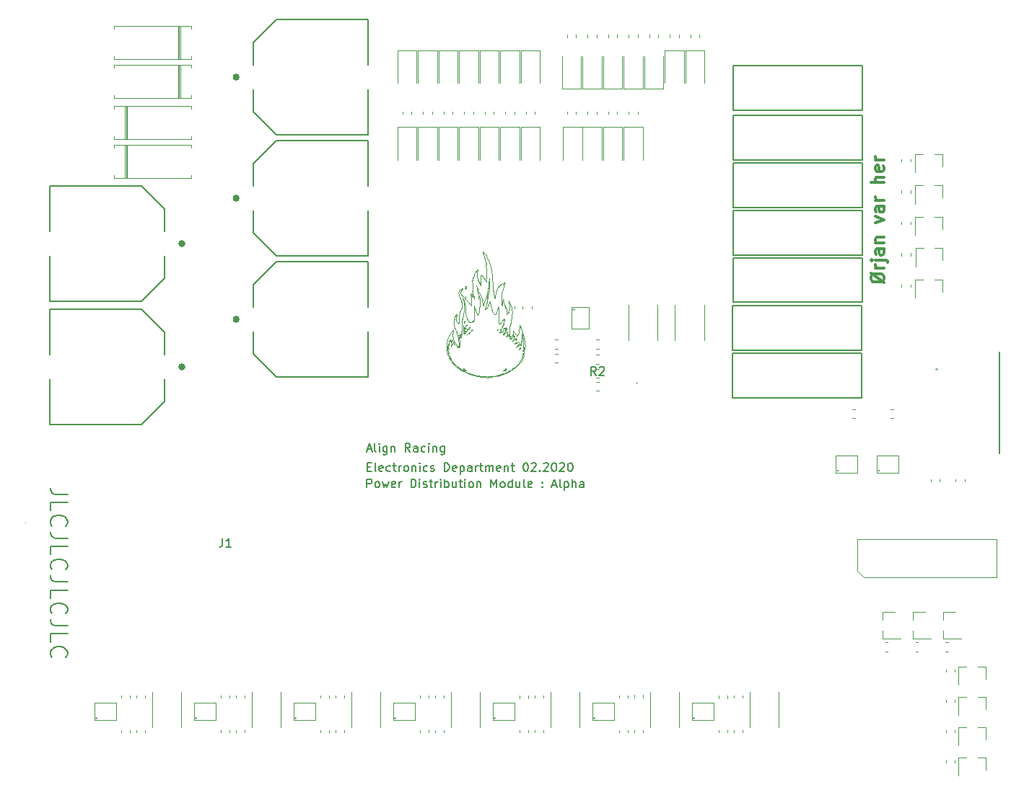
<source format=gto>
G04 #@! TF.GenerationSoftware,KiCad,Pcbnew,(5.1.4)-1*
G04 #@! TF.CreationDate,2020-02-01T16:57:29+01:00*
G04 #@! TF.ProjectId,AR20_PDM_v1,41523230-5f50-4444-9d5f-76312e6b6963,rev?*
G04 #@! TF.SameCoordinates,Original*
G04 #@! TF.FileFunction,Legend,Top*
G04 #@! TF.FilePolarity,Positive*
%FSLAX46Y46*%
G04 Gerber Fmt 4.6, Leading zero omitted, Abs format (unit mm)*
G04 Created by KiCad (PCBNEW (5.1.4)-1) date 2020-02-01 16:57:29*
%MOMM*%
%LPD*%
G04 APERTURE LIST*
%ADD10C,0.060000*%
%ADD11C,0.150000*%
%ADD12C,0.300000*%
%ADD13C,0.005000*%
%ADD14C,0.120000*%
%ADD15C,0.152400*%
%ADD16C,0.100000*%
%ADD17C,0.127000*%
%ADD18C,0.400000*%
%ADD19C,0.200000*%
G04 APERTURE END LIST*
D10*
X88014721Y-69654374D02*
G75*
G02X87940320Y-69391083I2811614J936670D01*
G01*
X87388643Y-71576345D02*
G75*
G02X87342317Y-71520915I172009J190830D01*
G01*
X88263219Y-69479844D02*
X88253867Y-69833370D01*
X87360612Y-71237178D02*
X87379842Y-71351858D01*
X88692838Y-66823505D02*
X88773706Y-67119552D01*
X87410003Y-71567178D02*
G75*
G02X87388642Y-71576345I-12793J338D01*
G01*
X87408517Y-71541243D02*
G75*
G02X87410001Y-71567178I-154144J-21828D01*
G01*
X87886581Y-68427110D02*
X87887339Y-68356005D01*
X87342317Y-71520915D02*
G75*
G02X87283862Y-71410865I792867J491692D01*
G01*
X87870706Y-68865751D02*
G75*
G02X87876660Y-68612500I2293507J72778D01*
G01*
X88289038Y-70142411D02*
X88295433Y-70188070D01*
X87871670Y-68354814D02*
X87826578Y-68414988D01*
X88293276Y-69135854D02*
X88263219Y-69479844D01*
X87881355Y-68350001D02*
G75*
G02X87887339Y-68356005I0J-5984D01*
G01*
X87360612Y-71237178D02*
G75*
G02X87321430Y-70878880I2873209J495496D01*
G01*
X88843164Y-67424523D02*
X88900366Y-67735000D01*
X87940320Y-69391084D02*
G75*
G02X87892085Y-69126740I2685489J626597D01*
G01*
X87395905Y-71454638D02*
X87408518Y-71541243D01*
X87312676Y-69813640D02*
X87306795Y-70342892D01*
X87496777Y-69004068D02*
X87409482Y-69255581D01*
X88346523Y-69025000D02*
G75*
G02X88403316Y-69025291I28253J-28171D01*
G01*
X88176340Y-70043267D02*
X88084914Y-69841186D01*
X87306795Y-70342892D02*
X87321430Y-70878880D01*
X87379842Y-71351858D02*
X87395905Y-71454638D01*
X88937452Y-68089474D02*
X88955326Y-68656325D01*
X88773706Y-67119552D02*
X88843164Y-67424523D01*
X88299463Y-70226317D02*
G75*
G02X88296616Y-70234280I-9958J-931D01*
G01*
X88955666Y-69225376D02*
G75*
G02X88930419Y-69593967I-3459324J51789D01*
G01*
X87871670Y-68354813D02*
G75*
G02X87881355Y-68350000I9685J-7337D01*
G01*
X87190497Y-71125000D02*
X87161903Y-71245000D01*
X88539508Y-69177112D02*
G75*
G02X88680077Y-69368503I-1661882J-1367908D01*
G01*
X88900365Y-67735000D02*
G75*
G02X88937452Y-68089474I-3067525J-500117D01*
G01*
X88539507Y-69177112D02*
X88403316Y-69025291D01*
X88680076Y-69368503D02*
G75*
G02X88790151Y-69563967I-1436870J-937892D01*
G01*
X88293276Y-69135854D02*
G75*
G02X88346523Y-69025000I185256J-20770D01*
G01*
X87883450Y-68511843D02*
X87886581Y-68427110D01*
X87775246Y-68486430D02*
X87717370Y-68571234D01*
X87283862Y-71410864D02*
G75*
G02X87240549Y-71293930I853701J382706D01*
G01*
X88296616Y-70234280D02*
G75*
G02X88269932Y-70230194I-11859J11727D01*
G01*
X88269932Y-70230194D02*
X88176340Y-70043267D01*
X87496777Y-69004068D02*
G75*
G02X87601900Y-68769457I2705958J-1071614D01*
G01*
X88295433Y-70188070D02*
X88299463Y-70226317D01*
X87240549Y-71293930D02*
X87190497Y-71125000D01*
X87601901Y-68769456D02*
G75*
G02X87717370Y-68571234I1653322J-830357D01*
G01*
X88084914Y-69841186D02*
X88014722Y-69654374D01*
X88279703Y-70090000D02*
X88289038Y-70142411D01*
X88930419Y-69593967D02*
X88904839Y-69802933D01*
X87826578Y-68414988D02*
X87775246Y-68486430D01*
X88955326Y-68656325D02*
X88955666Y-69225376D01*
X87347580Y-69505001D02*
G75*
G02X87409482Y-69255581I2638124J-522355D01*
G01*
D11*
X74954380Y-89447666D02*
X75430571Y-89447666D01*
X74859142Y-89733380D02*
X75192476Y-88733380D01*
X75525809Y-89733380D01*
X76002000Y-89733380D02*
X75906761Y-89685761D01*
X75859142Y-89590523D01*
X75859142Y-88733380D01*
X76382952Y-89733380D02*
X76382952Y-89066714D01*
X76382952Y-88733380D02*
X76335333Y-88781000D01*
X76382952Y-88828619D01*
X76430571Y-88781000D01*
X76382952Y-88733380D01*
X76382952Y-88828619D01*
X77287714Y-89066714D02*
X77287714Y-89876238D01*
X77240095Y-89971476D01*
X77192476Y-90019095D01*
X77097238Y-90066714D01*
X76954380Y-90066714D01*
X76859142Y-90019095D01*
X77287714Y-89685761D02*
X77192476Y-89733380D01*
X77002000Y-89733380D01*
X76906761Y-89685761D01*
X76859142Y-89638142D01*
X76811523Y-89542904D01*
X76811523Y-89257190D01*
X76859142Y-89161952D01*
X76906761Y-89114333D01*
X77002000Y-89066714D01*
X77192476Y-89066714D01*
X77287714Y-89114333D01*
X77763904Y-89066714D02*
X77763904Y-89733380D01*
X77763904Y-89161952D02*
X77811523Y-89114333D01*
X77906761Y-89066714D01*
X78049619Y-89066714D01*
X78144857Y-89114333D01*
X78192476Y-89209571D01*
X78192476Y-89733380D01*
X80002000Y-89733380D02*
X79668666Y-89257190D01*
X79430571Y-89733380D02*
X79430571Y-88733380D01*
X79811523Y-88733380D01*
X79906761Y-88781000D01*
X79954380Y-88828619D01*
X80002000Y-88923857D01*
X80002000Y-89066714D01*
X79954380Y-89161952D01*
X79906761Y-89209571D01*
X79811523Y-89257190D01*
X79430571Y-89257190D01*
X80859142Y-89733380D02*
X80859142Y-89209571D01*
X80811523Y-89114333D01*
X80716285Y-89066714D01*
X80525809Y-89066714D01*
X80430571Y-89114333D01*
X80859142Y-89685761D02*
X80763904Y-89733380D01*
X80525809Y-89733380D01*
X80430571Y-89685761D01*
X80382952Y-89590523D01*
X80382952Y-89495285D01*
X80430571Y-89400047D01*
X80525809Y-89352428D01*
X80763904Y-89352428D01*
X80859142Y-89304809D01*
X81763904Y-89685761D02*
X81668666Y-89733380D01*
X81478190Y-89733380D01*
X81382952Y-89685761D01*
X81335333Y-89638142D01*
X81287714Y-89542904D01*
X81287714Y-89257190D01*
X81335333Y-89161952D01*
X81382952Y-89114333D01*
X81478190Y-89066714D01*
X81668666Y-89066714D01*
X81763904Y-89114333D01*
X82192476Y-89733380D02*
X82192476Y-89066714D01*
X82192476Y-88733380D02*
X82144857Y-88781000D01*
X82192476Y-88828619D01*
X82240095Y-88781000D01*
X82192476Y-88733380D01*
X82192476Y-88828619D01*
X82668666Y-89066714D02*
X82668666Y-89733380D01*
X82668666Y-89161952D02*
X82716285Y-89114333D01*
X82811523Y-89066714D01*
X82954380Y-89066714D01*
X83049619Y-89114333D01*
X83097238Y-89209571D01*
X83097238Y-89733380D01*
X84002000Y-89066714D02*
X84002000Y-89876238D01*
X83954380Y-89971476D01*
X83906761Y-90019095D01*
X83811523Y-90066714D01*
X83668666Y-90066714D01*
X83573428Y-90019095D01*
X84002000Y-89685761D02*
X83906761Y-89733380D01*
X83716285Y-89733380D01*
X83621047Y-89685761D01*
X83573428Y-89638142D01*
X83525809Y-89542904D01*
X83525809Y-89257190D01*
X83573428Y-89161952D01*
X83621047Y-89114333D01*
X83716285Y-89066714D01*
X83906761Y-89066714D01*
X84002000Y-89114333D01*
X74915714Y-93924380D02*
X74915714Y-92924380D01*
X75296666Y-92924380D01*
X75391904Y-92972000D01*
X75439523Y-93019619D01*
X75487142Y-93114857D01*
X75487142Y-93257714D01*
X75439523Y-93352952D01*
X75391904Y-93400571D01*
X75296666Y-93448190D01*
X74915714Y-93448190D01*
X76058571Y-93924380D02*
X75963333Y-93876761D01*
X75915714Y-93829142D01*
X75868095Y-93733904D01*
X75868095Y-93448190D01*
X75915714Y-93352952D01*
X75963333Y-93305333D01*
X76058571Y-93257714D01*
X76201428Y-93257714D01*
X76296666Y-93305333D01*
X76344285Y-93352952D01*
X76391904Y-93448190D01*
X76391904Y-93733904D01*
X76344285Y-93829142D01*
X76296666Y-93876761D01*
X76201428Y-93924380D01*
X76058571Y-93924380D01*
X76725238Y-93257714D02*
X76915714Y-93924380D01*
X77106190Y-93448190D01*
X77296666Y-93924380D01*
X77487142Y-93257714D01*
X78249047Y-93876761D02*
X78153809Y-93924380D01*
X77963333Y-93924380D01*
X77868095Y-93876761D01*
X77820476Y-93781523D01*
X77820476Y-93400571D01*
X77868095Y-93305333D01*
X77963333Y-93257714D01*
X78153809Y-93257714D01*
X78249047Y-93305333D01*
X78296666Y-93400571D01*
X78296666Y-93495809D01*
X77820476Y-93591047D01*
X78725238Y-93924380D02*
X78725238Y-93257714D01*
X78725238Y-93448190D02*
X78772857Y-93352952D01*
X78820476Y-93305333D01*
X78915714Y-93257714D01*
X79010952Y-93257714D01*
X80106190Y-93924380D02*
X80106190Y-92924380D01*
X80344285Y-92924380D01*
X80487142Y-92972000D01*
X80582380Y-93067238D01*
X80630000Y-93162476D01*
X80677619Y-93352952D01*
X80677619Y-93495809D01*
X80630000Y-93686285D01*
X80582380Y-93781523D01*
X80487142Y-93876761D01*
X80344285Y-93924380D01*
X80106190Y-93924380D01*
X81106190Y-93924380D02*
X81106190Y-93257714D01*
X81106190Y-92924380D02*
X81058571Y-92972000D01*
X81106190Y-93019619D01*
X81153809Y-92972000D01*
X81106190Y-92924380D01*
X81106190Y-93019619D01*
X81534761Y-93876761D02*
X81630000Y-93924380D01*
X81820476Y-93924380D01*
X81915714Y-93876761D01*
X81963333Y-93781523D01*
X81963333Y-93733904D01*
X81915714Y-93638666D01*
X81820476Y-93591047D01*
X81677619Y-93591047D01*
X81582380Y-93543428D01*
X81534761Y-93448190D01*
X81534761Y-93400571D01*
X81582380Y-93305333D01*
X81677619Y-93257714D01*
X81820476Y-93257714D01*
X81915714Y-93305333D01*
X82249047Y-93257714D02*
X82630000Y-93257714D01*
X82391904Y-92924380D02*
X82391904Y-93781523D01*
X82439523Y-93876761D01*
X82534761Y-93924380D01*
X82630000Y-93924380D01*
X82963333Y-93924380D02*
X82963333Y-93257714D01*
X82963333Y-93448190D02*
X83010952Y-93352952D01*
X83058571Y-93305333D01*
X83153809Y-93257714D01*
X83249047Y-93257714D01*
X83582380Y-93924380D02*
X83582380Y-93257714D01*
X83582380Y-92924380D02*
X83534761Y-92972000D01*
X83582380Y-93019619D01*
X83630000Y-92972000D01*
X83582380Y-92924380D01*
X83582380Y-93019619D01*
X84058571Y-93924380D02*
X84058571Y-92924380D01*
X84058571Y-93305333D02*
X84153809Y-93257714D01*
X84344285Y-93257714D01*
X84439523Y-93305333D01*
X84487142Y-93352952D01*
X84534761Y-93448190D01*
X84534761Y-93733904D01*
X84487142Y-93829142D01*
X84439523Y-93876761D01*
X84344285Y-93924380D01*
X84153809Y-93924380D01*
X84058571Y-93876761D01*
X85391904Y-93257714D02*
X85391904Y-93924380D01*
X84963333Y-93257714D02*
X84963333Y-93781523D01*
X85010952Y-93876761D01*
X85106190Y-93924380D01*
X85249047Y-93924380D01*
X85344285Y-93876761D01*
X85391904Y-93829142D01*
X85725238Y-93257714D02*
X86106190Y-93257714D01*
X85868095Y-92924380D02*
X85868095Y-93781523D01*
X85915714Y-93876761D01*
X86010952Y-93924380D01*
X86106190Y-93924380D01*
X86439523Y-93924380D02*
X86439523Y-93257714D01*
X86439523Y-92924380D02*
X86391904Y-92972000D01*
X86439523Y-93019619D01*
X86487142Y-92972000D01*
X86439523Y-92924380D01*
X86439523Y-93019619D01*
X87058571Y-93924380D02*
X86963333Y-93876761D01*
X86915714Y-93829142D01*
X86868095Y-93733904D01*
X86868095Y-93448190D01*
X86915714Y-93352952D01*
X86963333Y-93305333D01*
X87058571Y-93257714D01*
X87201428Y-93257714D01*
X87296666Y-93305333D01*
X87344285Y-93352952D01*
X87391904Y-93448190D01*
X87391904Y-93733904D01*
X87344285Y-93829142D01*
X87296666Y-93876761D01*
X87201428Y-93924380D01*
X87058571Y-93924380D01*
X87820476Y-93257714D02*
X87820476Y-93924380D01*
X87820476Y-93352952D02*
X87868095Y-93305333D01*
X87963333Y-93257714D01*
X88106190Y-93257714D01*
X88201428Y-93305333D01*
X88249047Y-93400571D01*
X88249047Y-93924380D01*
X89487142Y-93924380D02*
X89487142Y-92924380D01*
X89820476Y-93638666D01*
X90153809Y-92924380D01*
X90153809Y-93924380D01*
X90772857Y-93924380D02*
X90677619Y-93876761D01*
X90630000Y-93829142D01*
X90582380Y-93733904D01*
X90582380Y-93448190D01*
X90630000Y-93352952D01*
X90677619Y-93305333D01*
X90772857Y-93257714D01*
X90915714Y-93257714D01*
X91010952Y-93305333D01*
X91058571Y-93352952D01*
X91106190Y-93448190D01*
X91106190Y-93733904D01*
X91058571Y-93829142D01*
X91010952Y-93876761D01*
X90915714Y-93924380D01*
X90772857Y-93924380D01*
X91963333Y-93924380D02*
X91963333Y-92924380D01*
X91963333Y-93876761D02*
X91868095Y-93924380D01*
X91677619Y-93924380D01*
X91582380Y-93876761D01*
X91534761Y-93829142D01*
X91487142Y-93733904D01*
X91487142Y-93448190D01*
X91534761Y-93352952D01*
X91582380Y-93305333D01*
X91677619Y-93257714D01*
X91868095Y-93257714D01*
X91963333Y-93305333D01*
X92868095Y-93257714D02*
X92868095Y-93924380D01*
X92439523Y-93257714D02*
X92439523Y-93781523D01*
X92487142Y-93876761D01*
X92582380Y-93924380D01*
X92725238Y-93924380D01*
X92820476Y-93876761D01*
X92868095Y-93829142D01*
X93487142Y-93924380D02*
X93391904Y-93876761D01*
X93344285Y-93781523D01*
X93344285Y-92924380D01*
X94249047Y-93876761D02*
X94153809Y-93924380D01*
X93963333Y-93924380D01*
X93868095Y-93876761D01*
X93820476Y-93781523D01*
X93820476Y-93400571D01*
X93868095Y-93305333D01*
X93963333Y-93257714D01*
X94153809Y-93257714D01*
X94249047Y-93305333D01*
X94296666Y-93400571D01*
X94296666Y-93495809D01*
X93820476Y-93591047D01*
X95487142Y-93829142D02*
X95534761Y-93876761D01*
X95487142Y-93924380D01*
X95439523Y-93876761D01*
X95487142Y-93829142D01*
X95487142Y-93924380D01*
X95487142Y-93305333D02*
X95534761Y-93352952D01*
X95487142Y-93400571D01*
X95439523Y-93352952D01*
X95487142Y-93305333D01*
X95487142Y-93400571D01*
X96677619Y-93638666D02*
X97153809Y-93638666D01*
X96582380Y-93924380D02*
X96915714Y-92924380D01*
X97249047Y-93924380D01*
X97725238Y-93924380D02*
X97630000Y-93876761D01*
X97582380Y-93781523D01*
X97582380Y-92924380D01*
X98106190Y-93257714D02*
X98106190Y-94257714D01*
X98106190Y-93305333D02*
X98201428Y-93257714D01*
X98391904Y-93257714D01*
X98487142Y-93305333D01*
X98534761Y-93352952D01*
X98582380Y-93448190D01*
X98582380Y-93733904D01*
X98534761Y-93829142D01*
X98487142Y-93876761D01*
X98391904Y-93924380D01*
X98201428Y-93924380D01*
X98106190Y-93876761D01*
X99010952Y-93924380D02*
X99010952Y-92924380D01*
X99439523Y-93924380D02*
X99439523Y-93400571D01*
X99391904Y-93305333D01*
X99296666Y-93257714D01*
X99153809Y-93257714D01*
X99058571Y-93305333D01*
X99010952Y-93352952D01*
X100344285Y-93924380D02*
X100344285Y-93400571D01*
X100296666Y-93305333D01*
X100201428Y-93257714D01*
X100010952Y-93257714D01*
X99915714Y-93305333D01*
X100344285Y-93876761D02*
X100249047Y-93924380D01*
X100010952Y-93924380D01*
X99915714Y-93876761D01*
X99868095Y-93781523D01*
X99868095Y-93686285D01*
X99915714Y-93591047D01*
X100010952Y-93543428D01*
X100249047Y-93543428D01*
X100344285Y-93495809D01*
D12*
X134052571Y-68734000D02*
X135552571Y-69876857D01*
X135552571Y-69448285D02*
X135481142Y-69591142D01*
X135338285Y-69734000D01*
X135052571Y-69805428D01*
X134552571Y-69805428D01*
X134266857Y-69734000D01*
X134124000Y-69591142D01*
X134052571Y-69448285D01*
X134052571Y-69162571D01*
X134124000Y-69019714D01*
X134266857Y-68876857D01*
X134552571Y-68805428D01*
X135052571Y-68805428D01*
X135338285Y-68876857D01*
X135481142Y-69019714D01*
X135552571Y-69162571D01*
X135552571Y-69448285D01*
X135552571Y-68162571D02*
X134552571Y-68162571D01*
X134838285Y-68162571D02*
X134695428Y-68091142D01*
X134624000Y-68019714D01*
X134552571Y-67876857D01*
X134552571Y-67734000D01*
X134552571Y-67234000D02*
X135838285Y-67234000D01*
X135981142Y-67305428D01*
X136052571Y-67448285D01*
X136052571Y-67519714D01*
X134052571Y-67234000D02*
X134124000Y-67305428D01*
X134195428Y-67234000D01*
X134124000Y-67162571D01*
X134052571Y-67234000D01*
X134195428Y-67234000D01*
X135552571Y-65876857D02*
X134766857Y-65876857D01*
X134624000Y-65948285D01*
X134552571Y-66091142D01*
X134552571Y-66376857D01*
X134624000Y-66519714D01*
X135481142Y-65876857D02*
X135552571Y-66019714D01*
X135552571Y-66376857D01*
X135481142Y-66519714D01*
X135338285Y-66591142D01*
X135195428Y-66591142D01*
X135052571Y-66519714D01*
X134981142Y-66376857D01*
X134981142Y-66019714D01*
X134909714Y-65876857D01*
X134552571Y-65162571D02*
X135552571Y-65162571D01*
X134695428Y-65162571D02*
X134624000Y-65091142D01*
X134552571Y-64948285D01*
X134552571Y-64734000D01*
X134624000Y-64591142D01*
X134766857Y-64519714D01*
X135552571Y-64519714D01*
X134552571Y-62805428D02*
X135552571Y-62448285D01*
X134552571Y-62091142D01*
X135552571Y-60876857D02*
X134766857Y-60876857D01*
X134624000Y-60948285D01*
X134552571Y-61091142D01*
X134552571Y-61376857D01*
X134624000Y-61519714D01*
X135481142Y-60876857D02*
X135552571Y-61019714D01*
X135552571Y-61376857D01*
X135481142Y-61519714D01*
X135338285Y-61591142D01*
X135195428Y-61591142D01*
X135052571Y-61519714D01*
X134981142Y-61376857D01*
X134981142Y-61019714D01*
X134909714Y-60876857D01*
X135552571Y-60162571D02*
X134552571Y-60162571D01*
X134838285Y-60162571D02*
X134695428Y-60091142D01*
X134624000Y-60019714D01*
X134552571Y-59876857D01*
X134552571Y-59734000D01*
X135552571Y-58091142D02*
X134052571Y-58091142D01*
X135552571Y-57448285D02*
X134766857Y-57448285D01*
X134624000Y-57519714D01*
X134552571Y-57662571D01*
X134552571Y-57876857D01*
X134624000Y-58019714D01*
X134695428Y-58091142D01*
X135481142Y-56162571D02*
X135552571Y-56305428D01*
X135552571Y-56591142D01*
X135481142Y-56734000D01*
X135338285Y-56805428D01*
X134766857Y-56805428D01*
X134624000Y-56734000D01*
X134552571Y-56591142D01*
X134552571Y-56305428D01*
X134624000Y-56162571D01*
X134766857Y-56091142D01*
X134909714Y-56091142D01*
X135052571Y-56805428D01*
X135552571Y-55448285D02*
X134552571Y-55448285D01*
X134838285Y-55448285D02*
X134695428Y-55376857D01*
X134624000Y-55305428D01*
X134552571Y-55162571D01*
X134552571Y-55019714D01*
D11*
X74971190Y-91495571D02*
X75304523Y-91495571D01*
X75447380Y-92019380D02*
X74971190Y-92019380D01*
X74971190Y-91019380D01*
X75447380Y-91019380D01*
X76018809Y-92019380D02*
X75923571Y-91971761D01*
X75875952Y-91876523D01*
X75875952Y-91019380D01*
X76780714Y-91971761D02*
X76685476Y-92019380D01*
X76495000Y-92019380D01*
X76399761Y-91971761D01*
X76352142Y-91876523D01*
X76352142Y-91495571D01*
X76399761Y-91400333D01*
X76495000Y-91352714D01*
X76685476Y-91352714D01*
X76780714Y-91400333D01*
X76828333Y-91495571D01*
X76828333Y-91590809D01*
X76352142Y-91686047D01*
X77685476Y-91971761D02*
X77590238Y-92019380D01*
X77399761Y-92019380D01*
X77304523Y-91971761D01*
X77256904Y-91924142D01*
X77209285Y-91828904D01*
X77209285Y-91543190D01*
X77256904Y-91447952D01*
X77304523Y-91400333D01*
X77399761Y-91352714D01*
X77590238Y-91352714D01*
X77685476Y-91400333D01*
X77971190Y-91352714D02*
X78352142Y-91352714D01*
X78114047Y-91019380D02*
X78114047Y-91876523D01*
X78161666Y-91971761D01*
X78256904Y-92019380D01*
X78352142Y-92019380D01*
X78685476Y-92019380D02*
X78685476Y-91352714D01*
X78685476Y-91543190D02*
X78733095Y-91447952D01*
X78780714Y-91400333D01*
X78875952Y-91352714D01*
X78971190Y-91352714D01*
X79447380Y-92019380D02*
X79352142Y-91971761D01*
X79304523Y-91924142D01*
X79256904Y-91828904D01*
X79256904Y-91543190D01*
X79304523Y-91447952D01*
X79352142Y-91400333D01*
X79447380Y-91352714D01*
X79590238Y-91352714D01*
X79685476Y-91400333D01*
X79733095Y-91447952D01*
X79780714Y-91543190D01*
X79780714Y-91828904D01*
X79733095Y-91924142D01*
X79685476Y-91971761D01*
X79590238Y-92019380D01*
X79447380Y-92019380D01*
X80209285Y-91352714D02*
X80209285Y-92019380D01*
X80209285Y-91447952D02*
X80256904Y-91400333D01*
X80352142Y-91352714D01*
X80495000Y-91352714D01*
X80590238Y-91400333D01*
X80637857Y-91495571D01*
X80637857Y-92019380D01*
X81114047Y-92019380D02*
X81114047Y-91352714D01*
X81114047Y-91019380D02*
X81066428Y-91067000D01*
X81114047Y-91114619D01*
X81161666Y-91067000D01*
X81114047Y-91019380D01*
X81114047Y-91114619D01*
X82018809Y-91971761D02*
X81923571Y-92019380D01*
X81733095Y-92019380D01*
X81637857Y-91971761D01*
X81590238Y-91924142D01*
X81542619Y-91828904D01*
X81542619Y-91543190D01*
X81590238Y-91447952D01*
X81637857Y-91400333D01*
X81733095Y-91352714D01*
X81923571Y-91352714D01*
X82018809Y-91400333D01*
X82399761Y-91971761D02*
X82495000Y-92019380D01*
X82685476Y-92019380D01*
X82780714Y-91971761D01*
X82828333Y-91876523D01*
X82828333Y-91828904D01*
X82780714Y-91733666D01*
X82685476Y-91686047D01*
X82542619Y-91686047D01*
X82447380Y-91638428D01*
X82399761Y-91543190D01*
X82399761Y-91495571D01*
X82447380Y-91400333D01*
X82542619Y-91352714D01*
X82685476Y-91352714D01*
X82780714Y-91400333D01*
X84018809Y-92019380D02*
X84018809Y-91019380D01*
X84256904Y-91019380D01*
X84399761Y-91067000D01*
X84495000Y-91162238D01*
X84542619Y-91257476D01*
X84590238Y-91447952D01*
X84590238Y-91590809D01*
X84542619Y-91781285D01*
X84495000Y-91876523D01*
X84399761Y-91971761D01*
X84256904Y-92019380D01*
X84018809Y-92019380D01*
X85399761Y-91971761D02*
X85304523Y-92019380D01*
X85114047Y-92019380D01*
X85018809Y-91971761D01*
X84971190Y-91876523D01*
X84971190Y-91495571D01*
X85018809Y-91400333D01*
X85114047Y-91352714D01*
X85304523Y-91352714D01*
X85399761Y-91400333D01*
X85447380Y-91495571D01*
X85447380Y-91590809D01*
X84971190Y-91686047D01*
X85875952Y-91352714D02*
X85875952Y-92352714D01*
X85875952Y-91400333D02*
X85971190Y-91352714D01*
X86161666Y-91352714D01*
X86256904Y-91400333D01*
X86304523Y-91447952D01*
X86352142Y-91543190D01*
X86352142Y-91828904D01*
X86304523Y-91924142D01*
X86256904Y-91971761D01*
X86161666Y-92019380D01*
X85971190Y-92019380D01*
X85875952Y-91971761D01*
X87209285Y-92019380D02*
X87209285Y-91495571D01*
X87161666Y-91400333D01*
X87066428Y-91352714D01*
X86875952Y-91352714D01*
X86780714Y-91400333D01*
X87209285Y-91971761D02*
X87114047Y-92019380D01*
X86875952Y-92019380D01*
X86780714Y-91971761D01*
X86733095Y-91876523D01*
X86733095Y-91781285D01*
X86780714Y-91686047D01*
X86875952Y-91638428D01*
X87114047Y-91638428D01*
X87209285Y-91590809D01*
X87685476Y-92019380D02*
X87685476Y-91352714D01*
X87685476Y-91543190D02*
X87733095Y-91447952D01*
X87780714Y-91400333D01*
X87875952Y-91352714D01*
X87971190Y-91352714D01*
X88161666Y-91352714D02*
X88542619Y-91352714D01*
X88304523Y-91019380D02*
X88304523Y-91876523D01*
X88352142Y-91971761D01*
X88447380Y-92019380D01*
X88542619Y-92019380D01*
X88875952Y-92019380D02*
X88875952Y-91352714D01*
X88875952Y-91447952D02*
X88923571Y-91400333D01*
X89018809Y-91352714D01*
X89161666Y-91352714D01*
X89256904Y-91400333D01*
X89304523Y-91495571D01*
X89304523Y-92019380D01*
X89304523Y-91495571D02*
X89352142Y-91400333D01*
X89447380Y-91352714D01*
X89590238Y-91352714D01*
X89685476Y-91400333D01*
X89733095Y-91495571D01*
X89733095Y-92019380D01*
X90590238Y-91971761D02*
X90495000Y-92019380D01*
X90304523Y-92019380D01*
X90209285Y-91971761D01*
X90161666Y-91876523D01*
X90161666Y-91495571D01*
X90209285Y-91400333D01*
X90304523Y-91352714D01*
X90495000Y-91352714D01*
X90590238Y-91400333D01*
X90637857Y-91495571D01*
X90637857Y-91590809D01*
X90161666Y-91686047D01*
X91066428Y-91352714D02*
X91066428Y-92019380D01*
X91066428Y-91447952D02*
X91114047Y-91400333D01*
X91209285Y-91352714D01*
X91352142Y-91352714D01*
X91447380Y-91400333D01*
X91495000Y-91495571D01*
X91495000Y-92019380D01*
X91828333Y-91352714D02*
X92209285Y-91352714D01*
X91971190Y-91019380D02*
X91971190Y-91876523D01*
X92018809Y-91971761D01*
X92114047Y-92019380D01*
X92209285Y-92019380D01*
X93495000Y-91019380D02*
X93590238Y-91019380D01*
X93685476Y-91067000D01*
X93733095Y-91114619D01*
X93780714Y-91209857D01*
X93828333Y-91400333D01*
X93828333Y-91638428D01*
X93780714Y-91828904D01*
X93733095Y-91924142D01*
X93685476Y-91971761D01*
X93590238Y-92019380D01*
X93495000Y-92019380D01*
X93399761Y-91971761D01*
X93352142Y-91924142D01*
X93304523Y-91828904D01*
X93256904Y-91638428D01*
X93256904Y-91400333D01*
X93304523Y-91209857D01*
X93352142Y-91114619D01*
X93399761Y-91067000D01*
X93495000Y-91019380D01*
X94209285Y-91114619D02*
X94256904Y-91067000D01*
X94352142Y-91019380D01*
X94590238Y-91019380D01*
X94685476Y-91067000D01*
X94733095Y-91114619D01*
X94780714Y-91209857D01*
X94780714Y-91305095D01*
X94733095Y-91447952D01*
X94161666Y-92019380D01*
X94780714Y-92019380D01*
X95209285Y-91924142D02*
X95256904Y-91971761D01*
X95209285Y-92019380D01*
X95161666Y-91971761D01*
X95209285Y-91924142D01*
X95209285Y-92019380D01*
X95637857Y-91114619D02*
X95685476Y-91067000D01*
X95780714Y-91019380D01*
X96018809Y-91019380D01*
X96114047Y-91067000D01*
X96161666Y-91114619D01*
X96209285Y-91209857D01*
X96209285Y-91305095D01*
X96161666Y-91447952D01*
X95590238Y-92019380D01*
X96209285Y-92019380D01*
X96828333Y-91019380D02*
X96923571Y-91019380D01*
X97018809Y-91067000D01*
X97066428Y-91114619D01*
X97114047Y-91209857D01*
X97161666Y-91400333D01*
X97161666Y-91638428D01*
X97114047Y-91828904D01*
X97066428Y-91924142D01*
X97018809Y-91971761D01*
X96923571Y-92019380D01*
X96828333Y-92019380D01*
X96733095Y-91971761D01*
X96685476Y-91924142D01*
X96637857Y-91828904D01*
X96590238Y-91638428D01*
X96590238Y-91400333D01*
X96637857Y-91209857D01*
X96685476Y-91114619D01*
X96733095Y-91067000D01*
X96828333Y-91019380D01*
X97542619Y-91114619D02*
X97590238Y-91067000D01*
X97685476Y-91019380D01*
X97923571Y-91019380D01*
X98018809Y-91067000D01*
X98066428Y-91114619D01*
X98114047Y-91209857D01*
X98114047Y-91305095D01*
X98066428Y-91447952D01*
X97495000Y-92019380D01*
X98114047Y-92019380D01*
X98733095Y-91019380D02*
X98828333Y-91019380D01*
X98923571Y-91067000D01*
X98971190Y-91114619D01*
X99018809Y-91209857D01*
X99066428Y-91400333D01*
X99066428Y-91638428D01*
X99018809Y-91828904D01*
X98971190Y-91924142D01*
X98923571Y-91971761D01*
X98828333Y-92019380D01*
X98733095Y-92019380D01*
X98637857Y-91971761D01*
X98590238Y-91924142D01*
X98542619Y-91828904D01*
X98495000Y-91638428D01*
X98495000Y-91400333D01*
X98542619Y-91209857D01*
X98590238Y-91114619D01*
X98637857Y-91067000D01*
X98733095Y-91019380D01*
X39798238Y-94729904D02*
X38369666Y-94729904D01*
X38083952Y-94634666D01*
X37893476Y-94444190D01*
X37798238Y-94158476D01*
X37798238Y-93968000D01*
X37798238Y-96634666D02*
X37798238Y-95682285D01*
X39798238Y-95682285D01*
X37988714Y-98444190D02*
X37893476Y-98348952D01*
X37798238Y-98063238D01*
X37798238Y-97872761D01*
X37893476Y-97587047D01*
X38083952Y-97396571D01*
X38274428Y-97301333D01*
X38655380Y-97206095D01*
X38941095Y-97206095D01*
X39322047Y-97301333D01*
X39512523Y-97396571D01*
X39703000Y-97587047D01*
X39798238Y-97872761D01*
X39798238Y-98063238D01*
X39703000Y-98348952D01*
X39607761Y-98444190D01*
X39798238Y-99872761D02*
X38369666Y-99872761D01*
X38083952Y-99777523D01*
X37893476Y-99587047D01*
X37798238Y-99301333D01*
X37798238Y-99110857D01*
X37798238Y-101777523D02*
X37798238Y-100825142D01*
X39798238Y-100825142D01*
X37988714Y-103587047D02*
X37893476Y-103491809D01*
X37798238Y-103206095D01*
X37798238Y-103015619D01*
X37893476Y-102729904D01*
X38083952Y-102539428D01*
X38274428Y-102444190D01*
X38655380Y-102348952D01*
X38941095Y-102348952D01*
X39322047Y-102444190D01*
X39512523Y-102539428D01*
X39703000Y-102729904D01*
X39798238Y-103015619D01*
X39798238Y-103206095D01*
X39703000Y-103491809D01*
X39607761Y-103587047D01*
X39798238Y-105015619D02*
X38369666Y-105015619D01*
X38083952Y-104920380D01*
X37893476Y-104729904D01*
X37798238Y-104444190D01*
X37798238Y-104253714D01*
X37798238Y-106920380D02*
X37798238Y-105968000D01*
X39798238Y-105968000D01*
X37988714Y-108729904D02*
X37893476Y-108634666D01*
X37798238Y-108348952D01*
X37798238Y-108158476D01*
X37893476Y-107872761D01*
X38083952Y-107682285D01*
X38274428Y-107587047D01*
X38655380Y-107491809D01*
X38941095Y-107491809D01*
X39322047Y-107587047D01*
X39512523Y-107682285D01*
X39703000Y-107872761D01*
X39798238Y-108158476D01*
X39798238Y-108348952D01*
X39703000Y-108634666D01*
X39607761Y-108729904D01*
X39798238Y-110158476D02*
X38369666Y-110158476D01*
X38083952Y-110063238D01*
X37893476Y-109872761D01*
X37798238Y-109587047D01*
X37798238Y-109396571D01*
X37798238Y-112063238D02*
X37798238Y-111110857D01*
X39798238Y-111110857D01*
X37988714Y-113872761D02*
X37893476Y-113777523D01*
X37798238Y-113491809D01*
X37798238Y-113301333D01*
X37893476Y-113015619D01*
X38083952Y-112825142D01*
X38274428Y-112729904D01*
X38655380Y-112634666D01*
X38941095Y-112634666D01*
X39322047Y-112729904D01*
X39512523Y-112825142D01*
X39703000Y-113015619D01*
X39798238Y-113301333D01*
X39798238Y-113491809D01*
X39703000Y-113777523D01*
X39607761Y-113872761D01*
D10*
X86633173Y-74946564D02*
G75*
G02X86616000Y-74950000I-17174J41207D01*
G01*
X86679559Y-74863467D02*
G75*
G02X86691000Y-74860000I11441J-17143D01*
G01*
X86705269Y-74811096D02*
G75*
G02X86721000Y-74830000I-3494J-18905D01*
G01*
X86712187Y-74851188D02*
G75*
G02X86702449Y-74857710I-21357J21357D01*
G01*
X86846906Y-75242956D02*
G75*
G02X86826475Y-75262375I-121676J107565D01*
G01*
X86720999Y-74830001D02*
G75*
G02X86718709Y-74841450I-29762J0D01*
G01*
X86481000Y-74986615D02*
X86286000Y-75172530D01*
X86826475Y-75262375D02*
G75*
G02X86805931Y-75275777I-80547J101024D01*
G01*
X86250834Y-74856111D02*
G75*
G02X86253245Y-74841102I51015J-496D01*
G01*
X86253246Y-74841102D02*
G75*
G02X86256237Y-74841429I1462J-467D01*
G01*
X86741847Y-75356782D02*
G75*
G02X86731723Y-75366532I-29290J20281D01*
G01*
X86285409Y-71922060D02*
G75*
G02X86404086Y-72200414I-2724917J-1326248D01*
G01*
X86718709Y-74841450D02*
G75*
G02X86712187Y-74851188I-27879J11619D01*
G01*
X86250834Y-74856112D02*
X86249144Y-75040000D01*
X86663240Y-74887796D02*
G75*
G02X86669812Y-74873219I47200J-12509D01*
G01*
X86660999Y-74905001D02*
G75*
G02X86663240Y-74887797I67160J1D01*
G01*
X86347319Y-72265000D02*
X86324548Y-72180568D01*
X86864038Y-75220001D02*
G75*
G02X86846907Y-75242957I-146809J91684D01*
G01*
X86702449Y-74857710D02*
G75*
G02X86691000Y-74860000I-11449J27472D01*
G01*
X86731722Y-75366532D02*
G75*
G02X86719840Y-75370000I-11882J18619D01*
G01*
X86657565Y-74922174D02*
G75*
G02X86647781Y-74936782I-41820J17428D01*
G01*
X86565041Y-75488805D02*
X86515835Y-75533205D01*
X86268677Y-74978765D02*
X86256237Y-74841429D01*
X86661515Y-75404899D02*
X86614671Y-75443299D01*
X86701711Y-75375644D02*
G75*
G02X86719840Y-75370000I18129J-26292D01*
G01*
X86584219Y-74963219D02*
G75*
G02X86598826Y-74953436I32035J-32036D01*
G01*
X87022980Y-75078813D02*
G75*
G02X87031448Y-75071967I48696J-51569D01*
G01*
X86574434Y-74977827D02*
G75*
G02X86584218Y-74963219I41820J-17428D01*
G01*
X86598826Y-74953435D02*
G75*
G02X86616000Y-74950000I17174J-41209D01*
G01*
X86669812Y-74873219D02*
G75*
G02X86679559Y-74863468I29284J-19523D01*
G01*
X87048567Y-75111447D02*
G75*
G02X87041667Y-75121188I-27765J12355D01*
G01*
X86012945Y-75928372D02*
X86023583Y-75950179D01*
X86753857Y-75307814D02*
G75*
G02X86762098Y-75293219I43238J-14790D01*
G01*
X86750999Y-75325000D02*
G75*
G02X86748667Y-75342201I-64601J0D01*
G01*
X86567565Y-75012174D02*
G75*
G02X86557781Y-75026782I-41820J17428D01*
G01*
X86748668Y-75342201D02*
G75*
G02X86741847Y-75356782I-46382J12812D01*
G01*
X86557780Y-75026782D02*
G75*
G02X86543173Y-75036565I-32035J32036D01*
G01*
X87008581Y-75127652D02*
G75*
G02X87002238Y-75121188I5398J11642D01*
G01*
X87002237Y-75121188D02*
G75*
G02X87001304Y-75111463I14224J6272D01*
G01*
X87005999Y-75100000D02*
G75*
G02X87014069Y-75088517I101250J-62576D01*
G01*
X86608056Y-74868095D02*
G75*
G02X86673418Y-74817476I345283J-378339D01*
G01*
X87042828Y-75072235D02*
G75*
G02X87047113Y-75078813I-17993J-16403D01*
G01*
X86805931Y-75275777D02*
G75*
G02X86788783Y-75280000I-17148J32701D01*
G01*
X87041667Y-75121188D02*
G75*
G02X87031357Y-75127717I-21926J23220D01*
G01*
X86774371Y-75283460D02*
G75*
G02X86788783Y-75280000I14412J-28286D01*
G01*
X87014069Y-75088517D02*
G75*
G02X87022980Y-75078813I72445J-57579D01*
G01*
X86661000Y-74905000D02*
G75*
G02X86657564Y-74922174I-44644J0D01*
G01*
X86608056Y-74868095D02*
X86481000Y-74986615D01*
X86570999Y-74995001D02*
G75*
G02X86574435Y-74977827I44644J0D01*
G01*
X86571000Y-74995000D02*
G75*
G02X86567564Y-75012174I-44644J0D01*
G01*
X86501149Y-75044417D02*
G75*
G02X86526000Y-75040000I24850J-67692D01*
G01*
X86751000Y-75325000D02*
G75*
G02X86753858Y-75307814I53101J0D01*
G01*
X87050029Y-75088514D02*
G75*
G02X87051000Y-75100000I-67489J-11487D01*
G01*
X87031357Y-75127716D02*
G75*
G02X87019229Y-75130000I-12128J31060D01*
G01*
X86252078Y-71963912D02*
X86214464Y-71867500D01*
X86762099Y-75293219D02*
G75*
G02X86774372Y-75283460I30137J-25305D01*
G01*
X86701712Y-75375645D02*
X86661515Y-75404899D01*
X87047113Y-75078813D02*
G75*
G02X87050029Y-75088515I-37659J-16607D01*
G01*
X86286000Y-75172530D02*
X86268677Y-74978765D01*
X86614671Y-75443299D02*
X86565041Y-75488805D01*
X87051000Y-75100000D02*
G75*
G02X87048568Y-75111447I-28156J0D01*
G01*
X86673418Y-74817475D02*
G75*
G02X86705270Y-74811096I23901J-36628D01*
G01*
X87037770Y-75070000D02*
G75*
G02X87042829Y-75072234I0J-6846D01*
G01*
X86647780Y-74936782D02*
G75*
G02X86633173Y-74946565I-32035J32036D01*
G01*
X92928960Y-77500000D02*
G75*
G02X92940859Y-77507102I0J-13520D01*
G01*
X92909877Y-77686504D02*
G75*
G02X92922185Y-77689494I1541J-20482D01*
G01*
X84776848Y-77335000D02*
X84778066Y-77367047D01*
X92917990Y-77504744D02*
G75*
G02X92928960Y-77500000I10970J-10310D01*
G01*
X84849559Y-77203467D02*
G75*
G02X84861000Y-77200000I11441J-17143D01*
G01*
X84861000Y-77200001D02*
G75*
G02X84872440Y-77203468I-1J-20609D01*
G01*
X92941202Y-77669862D02*
G75*
G02X92931851Y-77687578I-66682J23873D01*
G01*
X92817353Y-77732482D02*
G75*
G02X92801781Y-77734848I-15857J51928D01*
G01*
X84833240Y-77227796D02*
G75*
G02X84839812Y-77213219I47200J-12509D01*
G01*
X84797167Y-77323600D02*
G75*
G02X84795986Y-77348901I-214770J-2653D01*
G01*
X92820791Y-77666812D02*
G75*
G02X92864045Y-77631134I194837J-192149D01*
G01*
X92949487Y-77529669D02*
G75*
G02X92954090Y-77562553I-167213J-40169D01*
G01*
X92791703Y-77730704D02*
G75*
G02X92789035Y-77706850I13597J13597D01*
G01*
X92921492Y-77584469D02*
G75*
G02X92920419Y-77603509I-49886J-6739D01*
G01*
X92892321Y-77689968D02*
G75*
G02X92909877Y-77686504I23175J-71228D01*
G01*
X84830999Y-77245001D02*
G75*
G02X84833240Y-77227797I67160J1D01*
G01*
X85998890Y-76234271D02*
G75*
G02X86001909Y-76202009I241269J-6302D01*
G01*
X84950330Y-77096012D02*
G75*
G02X84976749Y-77132500I-117399J-112809D01*
G01*
X92913130Y-77615401D02*
G75*
G02X92900878Y-77620000I-12252J14022D01*
G01*
X84777380Y-77302597D02*
G75*
G02X84780452Y-77282286I98043J-4437D01*
G01*
X92953481Y-77602077D02*
G75*
G02X92948916Y-77640205I-416428J30523D01*
G01*
X92915999Y-77560001D02*
G75*
G02X92910721Y-77536330I131612J41773D01*
G01*
X84790678Y-77281930D02*
G75*
G02X84795432Y-77299868I-68775J-27825D01*
G01*
X92940859Y-77507102D02*
G75*
G02X92949487Y-77529669I-82365J-44426D01*
G01*
X92948916Y-77640205D02*
G75*
G02X92941202Y-77669862I-169445J28244D01*
G01*
X92920418Y-77603509D02*
G75*
G02X92913131Y-77615401I-22670J5713D01*
G01*
X84791789Y-77371930D02*
G75*
G02X84786499Y-77383500I-35574J9271D01*
G01*
X84786499Y-77383500D02*
G75*
G02X84781695Y-77382973I-2260J1556D01*
G01*
X85937890Y-76101425D02*
G75*
G02X85928155Y-76124751I-158805J52583D01*
G01*
X92954091Y-77562553D02*
G75*
G02X92953482Y-77602077I-341995J-14501D01*
G01*
X84781695Y-77382974D02*
G75*
G02X84778066Y-77367047I47403J19179D01*
G01*
X87001304Y-75111463D02*
G75*
G02X87006000Y-75100000I36809J-8385D01*
G01*
X84777381Y-77302597D02*
X84776848Y-77335000D01*
X84795431Y-77299868D02*
G75*
G02X84797167Y-77323600I-194511J-26156D01*
G01*
X86016000Y-76010000D02*
G75*
G02X86044892Y-76024414I-1J-36165D01*
G01*
X93027020Y-77092215D02*
G75*
G02X93032559Y-77086739I9061J-3626D01*
G01*
X86009192Y-76171809D02*
G75*
G02X86019303Y-76147608I150687J-48739D01*
G01*
X84780452Y-77282287D02*
G75*
G02X84785313Y-77278420I5005J-1303D01*
G01*
X84888759Y-77227796D02*
G75*
G02X84891000Y-77245000I-64919J-17204D01*
G01*
X93039125Y-77088126D02*
G75*
G02X93044922Y-77097934I-16182J-16181D01*
G01*
X84891000Y-77122547D02*
G75*
G02X84899768Y-77091975I57681J0D01*
G01*
X92835649Y-77724490D02*
G75*
G02X92817353Y-77732481I-43612J74912D01*
G01*
X87031448Y-75071966D02*
G75*
G02X87037770Y-75070000I6322J-9181D01*
G01*
X92853960Y-77711692D02*
G75*
G02X92872713Y-77698673I85028J-102453D01*
G01*
X84839812Y-77213219D02*
G75*
G02X84849559Y-77203468I29284J-19523D01*
G01*
X92916000Y-77560000D02*
G75*
G02X92921492Y-77584469I-138287J-43891D01*
G01*
X93023697Y-77106615D02*
G75*
G02X93027019Y-77092215I48061J-3503D01*
G01*
X84888759Y-77262205D02*
G75*
G02X84882187Y-77276782I-47200J12509D01*
G01*
X92789036Y-77706850D02*
G75*
G02X92820791Y-77666813I200684J-126560D01*
G01*
X84891000Y-77245000D02*
G75*
G02X84888759Y-77262204I-67160J-1D01*
G01*
X92911504Y-77517099D02*
G75*
G02X92917991Y-77504745I25491J-5506D01*
G01*
X92801781Y-77734848D02*
G75*
G02X92791703Y-77730704I-74J14148D01*
G01*
X92864044Y-77631134D02*
G75*
G02X92900878Y-77620000I36834J-55361D01*
G01*
X86543173Y-75036564D02*
G75*
G02X86526000Y-75040000I-17174J41207D01*
G01*
X84882187Y-77276782D02*
G75*
G02X84872440Y-77286533I-29284J19523D01*
G01*
X92910721Y-77536330D02*
G75*
G02X92911503Y-77517099I55709J7367D01*
G01*
X87019229Y-75130000D02*
G75*
G02X87008581Y-75127652I0J25313D01*
G01*
X84795986Y-77348902D02*
G75*
G02X84791789Y-77371930I-156078J16551D01*
G01*
X92931850Y-77687579D02*
G75*
G02X92922185Y-77689494I-5866J4256D01*
G01*
X84872440Y-77203468D02*
G75*
G02X84882187Y-77213219I-19537J-29274D01*
G01*
X84785314Y-77278420D02*
G75*
G02X84790678Y-77281930I155J-5617D01*
G01*
X84882187Y-77213220D02*
G75*
G02X84888759Y-77227797I-40628J-27085D01*
G01*
X92872713Y-77698673D02*
G75*
G02X92892321Y-77689968I51813J-90275D01*
G01*
X92853960Y-77711693D02*
G75*
G02X92835649Y-77724490I-86296J103981D01*
G01*
X93047297Y-77112492D02*
G75*
G02X93046174Y-77129219I-77559J-3195D01*
G01*
X93044922Y-77097934D02*
G75*
G02X93047297Y-77112493I-58910J-17083D01*
G01*
X85902197Y-76282546D02*
X85920413Y-76252115D01*
X85871743Y-76259152D02*
G75*
G02X85868027Y-76237772I52471J20134D01*
G01*
X86001909Y-76202009D02*
G75*
G02X86009193Y-76171809I201479J-32612D01*
G01*
X85871739Y-76212821D02*
G75*
G02X85881912Y-76188265I107199J-30029D01*
G01*
X85881911Y-76188266D02*
G75*
G02X85897274Y-76168012I81423J-45806D01*
G01*
X85914007Y-76148171D02*
G75*
G02X85897274Y-76168012I-125120J88547D01*
G01*
X84908697Y-77211211D02*
G75*
G02X84901916Y-77190452I201166J77196D01*
G01*
X86044892Y-76024414D02*
G75*
G02X86059872Y-76061663I-61700J-46450D01*
G01*
X84892261Y-77142158D02*
G75*
G02X84891000Y-77122547I151864J19611D01*
G01*
X85973834Y-76256331D02*
X85987289Y-76288797D01*
X86055005Y-76105283D02*
G75*
G02X86031000Y-76135000I-54309J19315D01*
G01*
X85868027Y-76237772D02*
G75*
G02X85871738Y-76212821I100759J-2234D01*
G01*
X84988214Y-77181001D02*
G75*
G02X84981066Y-77201878I-54112J6865D01*
G01*
X84986713Y-77158019D02*
G75*
G02X84988214Y-77181001I-58550J-15364D01*
G01*
X85997673Y-76011106D02*
G75*
G02X86016000Y-76010000I18326J-151347D01*
G01*
X85964808Y-76019222D02*
G75*
G02X85979812Y-76014407I44199J-111962D01*
G01*
X85883045Y-76284447D02*
G75*
G02X85871744Y-76259152I229409J117664D01*
G01*
X85928155Y-76124751D02*
G75*
G02X85914007Y-76148171I-168443J85773D01*
G01*
X84965501Y-77221164D02*
G75*
G02X84944884Y-77237472I-115875J125310D01*
G01*
X84919408Y-77232781D02*
G75*
G02X84908696Y-77211210I108402J67279D01*
G01*
X93023368Y-77127500D02*
X93025139Y-77149890D01*
X84981066Y-77201878D02*
G75*
G02X84965501Y-77221164I-73602J43476D01*
G01*
X84839812Y-77276781D02*
G75*
G02X84833240Y-77262204I40628J27085D01*
G01*
X85993055Y-76290075D02*
G75*
G02X85987289Y-76288797I-2416J2745D01*
G01*
X87150114Y-75527323D02*
X87097072Y-75572871D01*
X84944884Y-77237473D02*
G75*
G02X84930780Y-77240468I-10772J16016D01*
G01*
X86778567Y-75981447D02*
G75*
G02X86771667Y-75991188I-27765J12355D01*
G01*
X87195927Y-75490961D02*
X87150114Y-75527323D01*
X90217807Y-75515150D02*
G75*
G02X90218265Y-75502375I31700J5259D01*
G01*
X90225208Y-75483033D02*
G75*
G02X90237962Y-75460000I225323J-109720D01*
G01*
X87026716Y-75746772D02*
X87091528Y-75684749D01*
X90253997Y-75437029D02*
G75*
G02X90271193Y-75417625I158825J-123426D01*
G01*
X84833241Y-77262204D02*
G75*
G02X84831000Y-77245000I64918J17203D01*
G01*
X87279552Y-75402365D02*
G75*
G02X87291000Y-75400000I11447J-26518D01*
G01*
X86735999Y-75970000D02*
G75*
G02X86744069Y-75958517I101250J-62576D01*
G01*
X93041493Y-77145626D02*
G75*
G02X93034846Y-77158126I-60948J24390D01*
G01*
X84899768Y-77091976D02*
G75*
G02X84921306Y-77081616I18960J-11850D01*
G01*
X84976749Y-77132500D02*
G75*
G02X84986713Y-77158019I-104870J-55652D01*
G01*
X84896198Y-77166142D02*
X84901916Y-77190452D01*
X84860999Y-77290000D02*
G75*
G02X84849559Y-77286533I1J20609D01*
G01*
X84892260Y-77142158D02*
X84896198Y-77166142D01*
X84872440Y-77286533D02*
G75*
G02X84861000Y-77290000I-11441J17142D01*
G01*
X84921306Y-77081616D02*
G75*
G02X84950330Y-77096012I-5525J-47594D01*
G01*
X93032558Y-77086738D02*
G75*
G02X93039125Y-77088125I2219J-5735D01*
G01*
X93034847Y-77158126D02*
G75*
G02X93029379Y-77158643I-2948J2003D01*
G01*
X85902196Y-76282545D02*
G75*
G02X85892045Y-76289094I-12228J7813D01*
G01*
X84930781Y-77240468D02*
G75*
G02X84919409Y-77232782I2898J16543D01*
G01*
X85958613Y-76219972D02*
X85973834Y-76256331D01*
X85997226Y-76281370D02*
G75*
G02X85993056Y-76290075I-12317J549D01*
G01*
X85940271Y-76218569D02*
G75*
G02X85949815Y-76213761I8734J-5460D01*
G01*
X93023368Y-77127500D02*
G75*
G02X93023698Y-77106615I183292J7549D01*
G01*
X84849559Y-77286533D02*
G75*
G02X84839812Y-77276782I19537J29274D01*
G01*
X86059872Y-76061663D02*
G75*
G02X86055004Y-76105284I-95346J-11441D01*
G01*
X85949814Y-76213761D02*
G75*
G02X85958613Y-76219972I-829J-10512D01*
G01*
X86019303Y-76147608D02*
G75*
G02X86031000Y-76135000I28688J-14886D01*
G01*
X85997226Y-76281371D02*
X85998891Y-76234271D01*
X85920413Y-76252115D02*
X85940271Y-76218568D01*
X85955999Y-76025001D02*
G75*
G02X85964807Y-76019221I18323J-18322D01*
G01*
X93046174Y-77129219D02*
G75*
G02X93041493Y-77145625I-81923J14503D01*
G01*
X85979812Y-76014407D02*
G75*
G02X85997672Y-76011106I35413J-141652D01*
G01*
X93029379Y-77158643D02*
G75*
G02X93025139Y-77149890I10479J10479D01*
G01*
X85892046Y-76289094D02*
G75*
G02X85883045Y-76284447I-1248J8624D01*
G01*
X85945405Y-76047973D02*
G75*
G02X85950225Y-76033646I107935J-28334D01*
G01*
X87292786Y-75490689D02*
G75*
G02X87277963Y-75506061I-68199J50930D01*
G01*
X87291000Y-75400001D02*
G75*
G02X87311202Y-75403051I-1J-68429D01*
G01*
X86781000Y-75970000D02*
G75*
G02X86778568Y-75981447I-28156J0D01*
G01*
X87260999Y-75430942D02*
G75*
G02X87263286Y-75419132I31640J0D01*
G01*
X90218266Y-75502376D02*
G75*
G02X90225208Y-75483034I92219J-22183D01*
G01*
X85950225Y-76033646D02*
G75*
G02X85956000Y-76025000I24596J-10176D01*
G01*
X86761357Y-75997716D02*
G75*
G02X86749229Y-76000000I-12128J31060D01*
G01*
X87204891Y-75539030D02*
G75*
G02X87225744Y-75524619I78771J-91687D01*
G01*
X90287196Y-75403772D02*
G75*
G02X90298470Y-75400000I11274J-14961D01*
G01*
X86933060Y-75827501D02*
G75*
G02X86872302Y-75860928I-115562J138114D01*
G01*
X87260777Y-75516468D02*
G75*
G02X87243845Y-75520000I-16932J38824D01*
G01*
X86933059Y-75827500D02*
X87026716Y-75746772D01*
X86857371Y-75842996D02*
G75*
G02X86924966Y-75745766I450808J-241293D01*
G01*
X87042085Y-75623807D02*
X86924966Y-75745766D01*
X86320601Y-75736650D02*
G75*
G02X86309175Y-75756937I-87914J36156D01*
G01*
X87168439Y-75584783D02*
G75*
G02X87137014Y-75632783I-286872J153529D01*
G01*
X85942106Y-76064910D02*
G75*
G02X85945406Y-76047974I133245J-17174D01*
G01*
X86771667Y-75991188D02*
G75*
G02X86761357Y-75997717I-21926J23220D01*
G01*
X86872303Y-75860928D02*
G75*
G02X86857372Y-75842996I-3832J11992D01*
G01*
X86390999Y-75610000D02*
G75*
G02X86392888Y-75598348I36885J0D01*
G01*
X86774274Y-75387782D02*
X86826000Y-75336745D01*
X86328382Y-75710019D02*
G75*
G02X86320602Y-75736650I-129105J23266D01*
G01*
X90223529Y-75520000D02*
G75*
G02X90217808Y-75515150I0J5799D01*
G01*
X87277963Y-75506061D02*
G75*
G02X87260778Y-75516469I-47406J58885D01*
G01*
X86406605Y-75588741D02*
G75*
G02X86416200Y-75592034I-2464J-22806D01*
G01*
X90268002Y-75482971D02*
G75*
G02X90250806Y-75502375I-158825J123425D01*
G01*
X85940999Y-76082143D02*
G75*
G02X85937890Y-76101425I-61341J0D01*
G01*
X86767770Y-75940000D02*
G75*
G02X86772829Y-75942234I0J-6846D01*
G01*
X87137014Y-75632784D02*
G75*
G02X87091528Y-75684749I-531277J419142D01*
G01*
X86352012Y-75825174D02*
G75*
G02X86357584Y-75824797I3102J-4482D01*
G01*
X86752980Y-75948813D02*
G75*
G02X86761448Y-75941967I48696J-51569D01*
G01*
X86738581Y-75997652D02*
G75*
G02X86732238Y-75991188I5398J11642D01*
G01*
X90237962Y-75460001D02*
G75*
G02X90253997Y-75437030I232185J-145001D01*
G01*
X86732237Y-75991188D02*
G75*
G02X86731304Y-75981463I14224J6272D01*
G01*
X90250806Y-75502376D02*
G75*
G02X90234802Y-75516229I-110151J111086D01*
G01*
X90298470Y-75400001D02*
G75*
G02X90304191Y-75404851I0J-5799D01*
G01*
X86731304Y-75981463D02*
G75*
G02X86736000Y-75970000I36809J-8385D01*
G01*
X86777113Y-75948813D02*
G75*
G02X86780029Y-75958515I-37659J-16607D01*
G01*
X90234802Y-75516228D02*
G75*
G02X90223529Y-75520000I-11273J14960D01*
G01*
X87302790Y-75472547D02*
X87317773Y-75430558D01*
X87269813Y-75409090D02*
G75*
G02X87279552Y-75402366I21743J-21082D01*
G01*
X86761448Y-75941966D02*
G75*
G02X86767770Y-75940000I6322J-9181D01*
G01*
X87319221Y-75412267D02*
G75*
G02X87317773Y-75430558I-38078J-6188D01*
G01*
X90296791Y-75436967D02*
G75*
G02X90284037Y-75460000I-225323J109719D01*
G01*
X87311201Y-75403051D02*
G75*
G02X87319221Y-75412266I-3422J-11075D01*
G01*
X87225744Y-75524619D02*
G75*
G02X87243845Y-75520000I18101J-33159D01*
G01*
X87097072Y-75572871D02*
X87042085Y-75623807D01*
X86470318Y-75568135D02*
X86432199Y-75592280D01*
X86331000Y-75680730D02*
G75*
G02X86328382Y-75710019I-165150J0D01*
G01*
X87263286Y-75419133D02*
G75*
G02X87269812Y-75409090I28860J-11611D01*
G01*
X86780029Y-75958514D02*
G75*
G02X86781000Y-75970000I-67489J-11487D01*
G01*
X86744069Y-75958517D02*
G75*
G02X86752980Y-75948813I72445J-57579D01*
G01*
X86331000Y-75680730D02*
G75*
G02X86333075Y-75652998I186339J0D01*
G01*
X90271193Y-75417625D02*
G75*
G02X90287197Y-75403772I110151J-111086D01*
G01*
X85941000Y-76082144D02*
G75*
G02X85942106Y-76064910I134809J1D01*
G01*
X90304192Y-75404850D02*
G75*
G02X90303734Y-75417625I-31700J-5260D01*
G01*
X86749229Y-76000000D02*
G75*
G02X86738581Y-75997652I0J25313D01*
G01*
X90303733Y-75417625D02*
G75*
G02X90296791Y-75436967I-92219J22183D01*
G01*
X87184720Y-75560000D02*
G75*
G02X87204892Y-75539031I120108J-95354D01*
G01*
X86772828Y-75942235D02*
G75*
G02X86777113Y-75948813I-17993J-16403D01*
G01*
X90284037Y-75460000D02*
G75*
G02X90268002Y-75482971I-232185J145001D01*
G01*
X87302790Y-75472547D02*
G75*
G02X87292786Y-75490689I-70550J27073D01*
G01*
X87168439Y-75584783D02*
G75*
G02X87184720Y-75560000I145752J-78004D01*
G01*
X86339656Y-75633242D02*
G75*
G02X86349496Y-75624182I18028J-9705D01*
G01*
X84729686Y-76543060D02*
G75*
G02X84751093Y-76568957I-57616J-69423D01*
G01*
X86342955Y-75833756D02*
G75*
G02X86352012Y-75825174I32327J-25046D01*
G01*
X87248769Y-75457488D02*
G75*
G02X87235285Y-75469446I-56541J50175D01*
G01*
X86730656Y-75434650D02*
X86774274Y-75387782D01*
X86926497Y-75162438D02*
G75*
G02X86950034Y-75164642I9479J-25558D01*
G01*
X85054869Y-76820338D02*
G75*
G02X85088279Y-76853947I-259817J-291693D01*
G01*
X86398402Y-75590887D02*
G75*
G02X86406606Y-75588741I6922J-9710D01*
G01*
X84602685Y-76720000D02*
X84611145Y-76696955D01*
X84577972Y-76808674D02*
G75*
G02X84602685Y-76720000I563194J-109176D01*
G01*
X84538787Y-77020388D02*
X84577973Y-76808674D01*
X86333075Y-75652997D02*
G75*
G02X86339657Y-75633242I60076J-9042D01*
G01*
X87261000Y-75430942D02*
G75*
G02X87257923Y-75443962I-29087J0D01*
G01*
X86390999Y-75610001D02*
G75*
G02X86388677Y-75621351I-28896J0D01*
G01*
X84684866Y-76525561D02*
G75*
G02X84702663Y-76525123I9296J-15919D01*
G01*
X86316148Y-75871177D02*
G75*
G02X86305316Y-75874642I-8131J6755D01*
G01*
X84905010Y-77020000D02*
G75*
G02X84896723Y-77015507I0J9889D01*
G01*
X86349496Y-75624181D02*
G75*
G02X86361000Y-75625000I4970J-11391D01*
G01*
X86690999Y-75489362D02*
G75*
G02X86676275Y-75526377I-53887J0D01*
G01*
X86388677Y-75621351D02*
G75*
G02X86382187Y-75628242I-12634J5396D01*
G01*
X86357584Y-75824797D02*
G75*
G02X86360540Y-75829517I-2451J-4821D01*
G01*
X86877725Y-75285703D02*
X86921343Y-75238815D01*
X86950034Y-75164641D02*
G75*
G02X86961000Y-75184041I-11678J-19400D01*
G01*
X84751093Y-76568957D02*
G75*
G02X84763376Y-76602700I-102288J-56341D01*
G01*
X85013349Y-76680577D02*
G75*
G02X85014604Y-76691105I-4247J-5845D01*
G01*
X84803673Y-76846196D02*
G75*
G02X84823072Y-76866438I-86532J-102343D01*
G01*
X84950999Y-76765808D02*
G75*
G02X84954029Y-76754250I23561J0D01*
G01*
X85104596Y-76881425D02*
G75*
G02X85107136Y-76907749I-49476J-18059D01*
G01*
X87235285Y-75469447D02*
G75*
G02X87219364Y-75477861I-42911J61923D01*
G01*
X84503502Y-77231904D02*
X84538787Y-77020388D01*
X84978178Y-76771065D02*
G75*
G02X84999908Y-76780516I-47284J-138425D01*
G01*
X86515835Y-75533204D02*
G75*
G02X86470318Y-75568135I-385052J454625D01*
G01*
X86691000Y-75489362D02*
G75*
G02X86696217Y-75474883I22700J0D01*
G01*
X84702663Y-76525123D02*
G75*
G02X84729686Y-76543060I-70206J-135091D01*
G01*
X84967443Y-76773556D02*
G75*
G02X84961158Y-76778032I-16447J16446D01*
G01*
X84955830Y-76778064D02*
G75*
G02X84952202Y-76773870I2917J6190D01*
G01*
X85026477Y-76797301D02*
G75*
G02X85054869Y-76820338I-235840J-319686D01*
G01*
X86961000Y-75184041D02*
G75*
G02X86955770Y-75198566I-22785J0D01*
G01*
X86893633Y-75183238D02*
G75*
G02X86926497Y-75162438I65433J-67021D01*
G01*
X87195927Y-75490962D02*
G75*
G02X87219364Y-75477861I57117J-74666D01*
G01*
X86382187Y-75628242D02*
G75*
G02X86372454Y-75629533I-6739J13478D01*
G01*
X86375788Y-75835664D02*
G75*
G02X86360540Y-75829517I-6318J6314D01*
G01*
X86826000Y-75336745D02*
X86877725Y-75285703D01*
X86525990Y-75683213D02*
X86676275Y-75526377D01*
X86332154Y-75849159D02*
G75*
G02X86342955Y-75833756I166993J-105609D01*
G01*
X86282216Y-75835959D02*
X86295311Y-75866365D01*
X86305315Y-75874642D02*
G75*
G02X86295311Y-75866365I3957J14968D01*
G01*
X86282727Y-75775774D02*
G75*
G02X86295602Y-75766800I21643J-17328D01*
G01*
X86372454Y-75629532D02*
G75*
G02X86361000Y-75625000I6958J34324D01*
G01*
X86696217Y-75474883D02*
X86730656Y-75434650D01*
X84763376Y-76602700D02*
G75*
G02X84767234Y-76648269I-203831J-40203D01*
G01*
X84844490Y-76805823D02*
G75*
G02X84841043Y-76776707I210357J39663D01*
G01*
X86921343Y-75238815D02*
X86955770Y-75198566D01*
X86275724Y-75790915D02*
G75*
G02X86282727Y-75775773I34176J-6615D01*
G01*
X86282215Y-75835959D02*
G75*
G02X86275501Y-75811504I120459J46224D01*
G01*
X86392888Y-75598348D02*
G75*
G02X86398402Y-75590887I14205J-4730D01*
G01*
X86432199Y-75592280D02*
G75*
G02X86416200Y-75592034I-7793J13522D01*
G01*
X86375788Y-75835663D02*
X86525990Y-75683213D01*
X84883695Y-76993563D02*
G75*
G02X84869769Y-76964486I297745J160473D01*
G01*
X87257923Y-75443962D02*
G75*
G02X87248769Y-75457488I-55965J28014D01*
G01*
X86309175Y-75756937D02*
G75*
G02X86295602Y-75766800I-22361J16501D01*
G01*
X86332154Y-75849160D02*
G75*
G02X86316147Y-75871178I-177896J112503D01*
G01*
X86275501Y-75811504D02*
G75*
G02X86275724Y-75790915I56567J9683D01*
G01*
X86864037Y-75220001D02*
G75*
G02X86893633Y-75183238I167792J-104787D01*
G01*
X84859092Y-76839907D02*
G75*
G02X84850635Y-76828965I11992J18009D01*
G01*
X84916315Y-77006561D02*
G75*
G02X84905010Y-77020000I-11305J-1965D01*
G01*
X84623582Y-76663027D02*
X84637377Y-76625374D01*
X84499966Y-78154775D02*
G75*
G02X84481123Y-78144872I-65J22754D01*
G01*
X84484094Y-77391121D02*
G75*
G02X84479064Y-77387500I66J5396D01*
G01*
X84483491Y-77444647D02*
G75*
G02X84486779Y-77455898I-14919J-10466D01*
G01*
X84449943Y-77451016D02*
G75*
G02X84462511Y-77442770I38152J-44447D01*
G01*
X84964265Y-76738938D02*
G75*
G02X84978876Y-76722838I120199J-94403D01*
G01*
X84762874Y-76711321D02*
X84758017Y-76771750D01*
X84847546Y-76701346D02*
G75*
G02X84861816Y-76679736I36206J-8392D01*
G01*
X84841043Y-76776707D02*
G75*
G02X84841212Y-76745073I289338J14273D01*
G01*
X84954029Y-76754250D02*
G75*
G02X84964265Y-76738938I104988J-59106D01*
G01*
X84961157Y-76778032D02*
G75*
G02X84955830Y-76778063I-2696J5552D01*
G01*
X84446990Y-77723619D02*
G75*
G02X84474209Y-77710000I27219J-20391D01*
G01*
X84567016Y-78142733D02*
X84535321Y-78150178D01*
X84466656Y-77956795D02*
X84467693Y-77916480D01*
X84786750Y-76840001D02*
G75*
G02X84803673Y-76846196I0J-26211D01*
G01*
X84447599Y-77672281D02*
G75*
G02X84442527Y-77662178I8971J10829D01*
G01*
X84637377Y-76625374D02*
X84650607Y-76589240D01*
X84859093Y-76839906D02*
G75*
G02X84880264Y-76867131I-30165J-45301D01*
G01*
X84841672Y-76895551D02*
G75*
G02X84856504Y-76930000I-234316J-121303D01*
G01*
X84462511Y-77442769D02*
G75*
G02X84474555Y-77440000I12044J-24807D01*
G01*
X84952202Y-76773870D02*
G75*
G02X84951000Y-76765808I26431J8062D01*
G01*
X84995379Y-76673816D02*
G75*
G02X85013349Y-76680577I-3305J-36045D01*
G01*
X84455531Y-77671469D02*
G75*
G02X84447599Y-77672280I-4365J3494D01*
G01*
X84413368Y-77432500D02*
G75*
G02X84417868Y-77380658I226107J6490D01*
G01*
X84430867Y-77477500D02*
G75*
G02X84438781Y-77463161I63052J-25442D01*
G01*
X84883695Y-76993563D02*
X84896723Y-77015507D01*
X84438782Y-77463161D02*
G75*
G02X84449943Y-77451016I56703J-40911D01*
G01*
X84760622Y-76810189D02*
G75*
G02X84758017Y-76771750I163915J30414D01*
G01*
X85087260Y-76963498D02*
G75*
G02X85097370Y-76936782I107528J-25421D01*
G01*
X84767234Y-76648269D02*
X84762874Y-76711321D01*
X85100999Y-77050000D02*
G75*
G02X85089070Y-77020820I134746J72113D01*
G01*
X84487903Y-77625088D02*
X84471000Y-77650000D01*
X84669772Y-76542312D02*
G75*
G02X84684866Y-76525561I33800J-15281D01*
G01*
X85107136Y-76907749D02*
G75*
G02X85097370Y-76936782I-91049J14468D01*
G01*
X84611145Y-76696955D02*
X84623582Y-76663027D01*
X84841212Y-76745073D02*
G75*
G02X84847546Y-76701347I263181J-15801D01*
G01*
X85101000Y-77050000D02*
X85131517Y-77103458D01*
X84861816Y-76679736D02*
G75*
G02X84888723Y-76670192I29417J-40233D01*
G01*
X84943660Y-76670167D02*
X84995379Y-76673816D01*
X85089070Y-77020820D02*
G75*
G02X85084425Y-76991739I112141J32824D01*
G01*
X84999908Y-76780516D02*
G75*
G02X85026477Y-76797302I-102869J-192242D01*
G01*
X84786750Y-76840001D02*
G75*
G02X84770265Y-76831864I0J20768D01*
G01*
X84856504Y-76930000D02*
X84869769Y-76964486D01*
X84850636Y-76828965D02*
G75*
G02X84844490Y-76805823I154711J53472D01*
G01*
X84978877Y-76722837D02*
G75*
G02X84996160Y-76708308I122736J-128451D01*
G01*
X85014605Y-76691105D02*
G75*
G02X84996160Y-76708308I-83624J71171D01*
G01*
X84770265Y-76831863D02*
G75*
G02X84760622Y-76810189I40410J30961D01*
G01*
X84880263Y-76867131D02*
G75*
G02X84901427Y-76937003I-774637J-272773D01*
G01*
X84967444Y-76773557D02*
G75*
G02X84978177Y-76771065I7366J-7366D01*
G01*
X84888724Y-76670192D02*
G75*
G02X84943660Y-76670167I27721J-549824D01*
G01*
X85084425Y-76991739D02*
G75*
G02X85087260Y-76963498I107693J3452D01*
G01*
X85088279Y-76853946D02*
G75*
G02X85104596Y-76881425I-64899J-57122D01*
G01*
X84650607Y-76589240D02*
X84669772Y-76542312D01*
X84823072Y-76866438D02*
G75*
G02X84841672Y-76895552I-150539J-116675D01*
G01*
X84916316Y-77006561D02*
X84901427Y-76937003D01*
X85866200Y-76008813D02*
G75*
G02X85889121Y-76002223I46954J-120158D01*
G01*
X85159920Y-77021269D02*
G75*
G02X85154726Y-76990025I90321J31068D01*
G01*
X85786477Y-76582652D02*
G75*
G02X85788209Y-76502870I822372J22056D01*
G01*
X85725000Y-76062651D02*
G75*
G02X85758459Y-76060000I33458J-209837D01*
G01*
X85800109Y-76897509D02*
X85798056Y-76763474D01*
X85835177Y-76281436D02*
G75*
G02X85829015Y-76318637I-190233J12402D01*
G01*
X85972901Y-75917500D02*
X85974460Y-75862045D01*
X85821289Y-76245097D02*
G75*
G02X85832616Y-76256980I-5541J-16622D01*
G01*
X85725614Y-77523980D02*
G75*
G02X85677449Y-77512127I-11150J58481D01*
G01*
X85806271Y-76235622D02*
G75*
G02X85785746Y-76212028I221020J212990D01*
G01*
X85463755Y-77308530D02*
X85584101Y-77431376D01*
X85157365Y-76942414D02*
G75*
G02X85158190Y-76950271I-13426J-5381D01*
G01*
X85797088Y-76431690D02*
G75*
G02X85813124Y-76370330I402235J-72346D01*
G01*
X85145701Y-77107806D02*
G75*
G02X85131517Y-77103458I-4650J10142D01*
G01*
X85968983Y-75956903D02*
G75*
G02X85958456Y-75981630I-58706J10389D01*
G01*
X85974460Y-75862046D02*
G75*
G02X85978323Y-75855931I7145J-236D01*
G01*
X85143950Y-76938555D02*
G75*
G02X85152530Y-76938178I4914J-14031D01*
G01*
X85785746Y-76212028D02*
G75*
G02X85764195Y-76181478I290754J227981D01*
G01*
X85940194Y-75995266D02*
G75*
G02X85912770Y-76000000I-27424J77069D01*
G01*
X85132889Y-76943833D02*
G75*
G02X85143950Y-76938555I29788J-48197D01*
G01*
X85769865Y-77454957D02*
G75*
G02X85752593Y-77503932I-179874J35903D01*
G01*
X85154725Y-76990025D02*
G75*
G02X85158190Y-76950271I234812J-434D01*
G01*
X85309979Y-77132598D02*
X85463755Y-77308530D01*
X85824670Y-76041509D02*
G75*
G02X85805574Y-76051188I-57787J90325D01*
G01*
X85782118Y-77364454D02*
G75*
G02X85769865Y-77454957I-729839J52729D01*
G01*
X85788209Y-76502870D02*
G75*
G02X85797087Y-76431691I664516J-46744D01*
G01*
X85271610Y-77090734D02*
X85309979Y-77132598D01*
X85835999Y-76030001D02*
G75*
G02X85847280Y-76018494I31140J-19245D01*
G01*
X85744598Y-76147290D02*
X85717632Y-76092725D01*
X85234943Y-77058111D02*
G75*
G02X85271610Y-77090734I-245337J-312667D01*
G01*
X85813124Y-76370330D02*
X85829015Y-76318637D01*
X85714798Y-76072858D02*
G75*
G02X85725000Y-76062651I12136J-1928D01*
G01*
X85835999Y-76030000D02*
G75*
G02X85824669Y-76041508I-30916J19107D01*
G01*
X85122266Y-76956551D02*
G75*
G02X85132889Y-76943833I24414J-9596D01*
G01*
X85118300Y-76976598D02*
G75*
G02X85122266Y-76956551I57315J-922D01*
G01*
X85187977Y-77036868D02*
G75*
G02X85203881Y-77036755I8045J-13018D01*
G01*
X85798056Y-76763474D02*
X85792042Y-76670024D01*
X85889121Y-76002222D02*
G75*
G02X85912770Y-76000000I23649J-124726D01*
G01*
X85983600Y-75857848D02*
X86001934Y-75902500D01*
X85792042Y-76670024D02*
X85786477Y-76582652D01*
X86001934Y-75902500D02*
X86012945Y-75928372D01*
X85717632Y-76092725D02*
G75*
G02X85714799Y-76072859I30796J14526D01*
G01*
X85793338Y-77184687D02*
X85798610Y-77044902D01*
X85972902Y-75917500D02*
G75*
G02X85968984Y-75956902I-260509J6004D01*
G01*
X85847280Y-76018494D02*
G75*
G02X85866199Y-76008813I57490J-89022D01*
G01*
X85805574Y-76051189D02*
G75*
G02X85782403Y-76057779I-47285J122217D01*
G01*
X85752593Y-77503932D02*
G75*
G02X85725614Y-77523979I-34205J17855D01*
G01*
X85151712Y-77094205D02*
G75*
G02X85145701Y-77107806I-10684J-3407D01*
G01*
X85832615Y-76256980D02*
G75*
G02X85835178Y-76281437I-70173J-19715D01*
G01*
X85584101Y-77431376D02*
X85677449Y-77512127D01*
X85187977Y-77036870D02*
G75*
G02X85172091Y-77036745I-7844J12694D01*
G01*
X85152530Y-76938179D02*
G75*
G02X85157365Y-76942414I-1749J-6874D01*
G01*
X85764195Y-76181478D02*
X85744598Y-76147290D01*
X85172092Y-77036744D02*
G75*
G02X85159920Y-77021269I16128J25209D01*
G01*
X85798610Y-77044902D02*
X85800109Y-76897509D01*
X85958457Y-75981630D02*
G75*
G02X85940195Y-75995267I-31209J22747D01*
G01*
X85782403Y-76057778D02*
G75*
G02X85758459Y-76060000I-23944J127900D01*
G01*
X85978324Y-75855931D02*
G75*
G02X85983600Y-75857848I1753J-3394D01*
G01*
X85782118Y-77364454D02*
X85793338Y-77184687D01*
X85203881Y-77036755D02*
G75*
G02X85234943Y-77058111I-153725J-256857D01*
G01*
X85821288Y-76245097D02*
G75*
G02X85806270Y-76235622I11760J35280D01*
G01*
X86453565Y-70343127D02*
X86464247Y-70458579D01*
X86398049Y-74555581D02*
G75*
G02X86421000Y-74536963I86599J-83299D01*
G01*
X86474263Y-70294867D02*
G75*
G02X86493354Y-70288851I32121J-68630D01*
G01*
X86343145Y-74672145D02*
G75*
G02X86331203Y-74637151I29654J29654D01*
G01*
X86269742Y-75460000D02*
X86292552Y-75625000D01*
X86403889Y-74489101D02*
G75*
G02X86393441Y-74486509I-1182J17585D01*
G01*
X86323085Y-75257660D02*
G75*
G02X86344311Y-75202212I266342J-70172D01*
G01*
X86331203Y-74637151D02*
G75*
G02X86346206Y-74561638I558190J-71657D01*
G01*
X86453565Y-70343128D02*
G75*
G02X86462942Y-70304947I63727J4591D01*
G01*
X86399557Y-75185433D02*
G75*
G02X86370306Y-75188916I-20915J51087D01*
G01*
X86307233Y-75344035D02*
G75*
G02X86323085Y-75257660I574256J-60746D01*
G01*
X86292552Y-75625000D02*
X86298884Y-75460000D01*
X84494922Y-77127934D02*
G75*
G02X84497297Y-77142493I-58910J-17083D01*
G01*
X86365402Y-74607346D02*
G75*
G02X86378625Y-74580400I133364J-48730D01*
G01*
X86420999Y-74456771D02*
G75*
G02X86418999Y-74473455I-70575J0D01*
G01*
X86589904Y-70333296D02*
G75*
G02X86598777Y-70378882I-156676J-54153D01*
G01*
X86361000Y-74632217D02*
G75*
G02X86359769Y-74653211I-179650J0D01*
G01*
X86439558Y-74413600D02*
G75*
G02X86451000Y-74410000I11441J-16379D01*
G01*
X84497297Y-77142492D02*
G75*
G02X84496174Y-77159219I-77559J-3195D01*
G01*
X86571748Y-70307076D02*
G75*
G02X86589904Y-70333297I-37770J-45550D01*
G01*
X86486585Y-75057128D02*
G75*
G02X86501148Y-75044418I23877J-12659D01*
G01*
X86249144Y-75040000D02*
X86249965Y-75149714D01*
X86261120Y-75378982D02*
X86269742Y-75460000D01*
X86511879Y-70668310D02*
G75*
G02X86501916Y-70649602I70711J49666D01*
G01*
X86355755Y-74667782D02*
G75*
G02X86349842Y-74673498I-10077J4506D01*
G01*
X86475106Y-74424869D02*
G75*
G02X86479103Y-74458950I-44863J-22536D01*
G01*
X86429812Y-74423740D02*
G75*
G02X86439558Y-74413601I30491J-19557D01*
G01*
X86359769Y-74653211D02*
G75*
G02X86355755Y-74667782I-49668J5844D01*
G01*
X86462943Y-70304947D02*
G75*
G02X86474263Y-70294867I22565J-13946D01*
G01*
X86523412Y-70675284D02*
G75*
G02X86511879Y-70668309I2158J16591D01*
G01*
X86249965Y-75149714D02*
X86254283Y-75268563D01*
X86423236Y-74438887D02*
G75*
G02X86429812Y-74423739I49997J-12704D01*
G01*
X86559502Y-70657093D02*
G75*
G02X86538200Y-70672198I-109903J132427D01*
G01*
X86370170Y-74493747D02*
G75*
G02X86393441Y-74486509I14782J-6497D01*
G01*
X86451000Y-74410001D02*
G75*
G02X86475107Y-74424869I0J-26977D01*
G01*
X86576902Y-70632932D02*
G75*
G02X86559503Y-70657093I-55243J21438D01*
G01*
X86501916Y-70649602D02*
G75*
G02X86480920Y-70573885I383049J146989D01*
G01*
X86601000Y-70464826D02*
X86598777Y-70378882D01*
X86421000Y-74456771D02*
G75*
G02X86423236Y-74438888I72622J0D01*
G01*
X85121276Y-77003368D02*
G75*
G02X85118301Y-76976597I103524J25056D01*
G01*
X86418999Y-74473455D02*
G75*
G02X86412904Y-74484799I-24864J6049D01*
G01*
X86476174Y-75139165D02*
G75*
G02X86440359Y-75164810I-190839J228679D01*
G01*
X85131404Y-77036063D02*
G75*
G02X85121276Y-77003368I254360J96708D01*
G01*
X86464247Y-70458579D02*
X86480920Y-70573885D01*
X86344312Y-75202213D02*
G75*
G02X86370306Y-75188916I22223J-11389D01*
G01*
X86589891Y-70589623D02*
G75*
G02X86576903Y-70632932I-280722J60588D01*
G01*
X86483687Y-75119804D02*
G75*
G02X86480870Y-75080522I308370J41857D01*
G01*
X86412904Y-74484799D02*
G75*
G02X86403888Y-74489102I-9923J9195D01*
G01*
X86349843Y-74673498D02*
G75*
G02X86343145Y-74672146I-2331J5720D01*
G01*
X86598272Y-70532787D02*
X86601000Y-70464826D01*
X86440359Y-75164809D02*
G75*
G02X86399557Y-75185433I-149971J246034D01*
G01*
X86360999Y-74632217D02*
G75*
G02X86365401Y-74607346I72468J0D01*
G01*
X85151711Y-77094205D02*
X85131403Y-77036063D01*
X86458467Y-74502741D02*
G75*
G02X86421000Y-74536963I-111758J84736D01*
G01*
X84496174Y-77159219D02*
G75*
G02X84491493Y-77175625I-81923J14503D01*
G01*
X86598272Y-70532786D02*
G75*
G02X86589891Y-70589623I-433052J34818D01*
G01*
X86254283Y-75268563D02*
X86261120Y-75378982D01*
X86480871Y-75080522D02*
G75*
G02X86486586Y-75057128I49071J407D01*
G01*
X86541030Y-70291316D02*
G75*
G02X86571748Y-70307076I-20171J-77132D01*
G01*
X86538201Y-70672198D02*
G75*
G02X86523412Y-70675284I-11826J19691D01*
G01*
X86378624Y-74580400D02*
G75*
G02X86398048Y-74555581I131035J-82538D01*
G01*
X86479103Y-74458951D02*
G75*
G02X86458466Y-74502742I-113883J26910D01*
G01*
X86483687Y-75119804D02*
G75*
G02X86476173Y-75139164I-21262J-2886D01*
G01*
X86298884Y-75460000D02*
X86307234Y-75344035D01*
X84475139Y-77179890D02*
X84473368Y-77157500D01*
X92429425Y-76394760D02*
G75*
G02X92440161Y-76392257I7565J-8171D01*
G01*
X85831304Y-75951463D02*
G75*
G02X85836000Y-75940000I36809J-8385D01*
G01*
X84473697Y-77136615D02*
G75*
G02X84477019Y-77122215I48061J-3503D01*
G01*
X85871667Y-75961188D02*
G75*
G02X85861357Y-75967717I-21926J23220D01*
G01*
X92541000Y-76510000D02*
G75*
G02X92529243Y-76530986I-24609J0D01*
G01*
X85844069Y-75928517D02*
G75*
G02X85852980Y-75918813I72445J-57579D01*
G01*
X84477020Y-77122215D02*
G75*
G02X84482559Y-77116739I9061J-3626D01*
G01*
X85761000Y-76315000D02*
G75*
G02X85749524Y-76305814I31888J51596D01*
G01*
X92440161Y-76392257D02*
G75*
G02X92444185Y-76399864I-1716J-5775D01*
G01*
X85739812Y-76248293D02*
G75*
G02X85749548Y-76242149I20667J-21963D01*
G01*
X85739812Y-76293613D02*
G75*
G02X85733199Y-76280397I58590J37581D01*
G01*
X85761000Y-76240001D02*
G75*
G02X85772441Y-76243601I0J-19978D01*
G01*
X92414544Y-76499003D02*
G75*
G02X92390984Y-76478134I126634J166697D01*
G01*
X92501985Y-76482206D02*
G75*
G02X92522432Y-76488813I-14919J-81123D01*
G01*
X84484847Y-77188126D02*
G75*
G02X84479379Y-77188643I-2948J2003D01*
G01*
X84489125Y-77118126D02*
G75*
G02X84494922Y-77127934I-16182J-16181D01*
G01*
X85782187Y-76314356D02*
G75*
G02X85772389Y-76318239I-9792J10405D01*
G01*
X85788801Y-76303320D02*
G75*
G02X85782187Y-76314356I-22800J6165D01*
G01*
X85733199Y-76280397D02*
G75*
G02X85731000Y-76268230I32560J12167D01*
G01*
X85861448Y-75911966D02*
G75*
G02X85867770Y-75910000I6322J-9181D01*
G01*
X85878567Y-75951447D02*
G75*
G02X85871667Y-75961188I-27765J12355D01*
G01*
X85881000Y-75940000D02*
G75*
G02X85878568Y-75951447I-28156J0D01*
G01*
X85872828Y-75912235D02*
G75*
G02X85877113Y-75918813I-17993J-16403D01*
G01*
X84473368Y-77157500D02*
G75*
G02X84473698Y-77136615I183292J7549D01*
G01*
X92522432Y-76488813D02*
G75*
G02X92536242Y-76498538I-21353J-44990D01*
G01*
X92477790Y-76480001D02*
G75*
G02X92501985Y-76482207I0J-133766D01*
G01*
X92477790Y-76480000D02*
G75*
G02X92449946Y-76477509I0J156840D01*
G01*
X85838581Y-75967652D02*
G75*
G02X85832238Y-75961188I5398J11642D01*
G01*
X85749548Y-76242149D02*
G75*
G02X85761000Y-76240000I11452J-29446D01*
G01*
X84482558Y-77116738D02*
G75*
G02X84489125Y-77118125I2219J-5735D01*
G01*
X86516746Y-70287492D02*
G75*
G02X86541029Y-70291316I-7006J-123474D01*
G01*
X91548490Y-75913491D02*
G75*
G02X91550540Y-75934271I-95368J-19898D01*
G01*
X85749524Y-76305814D02*
G75*
G02X85739812Y-76293613I54759J53554D01*
G01*
X85782187Y-76253739D02*
G75*
G02X85788763Y-76268888I-43421J-27852D01*
G01*
X85790999Y-76286771D02*
G75*
G02X85788801Y-76303320I-63399J0D01*
G01*
X85788764Y-76268887D02*
G75*
G02X85791000Y-76286771I-70387J-17884D01*
G01*
X85861357Y-75967716D02*
G75*
G02X85849229Y-75970000I-12128J31060D01*
G01*
X92444185Y-76399864D02*
X92431848Y-76435000D01*
X84491493Y-77175626D02*
G75*
G02X84484846Y-77188126I-60948J24390D01*
G01*
X92459295Y-76526304D02*
G75*
G02X92414543Y-76499002I111138J232508D01*
G01*
X86346206Y-74561637D02*
G75*
G02X86370171Y-74493747I465246J-126054D01*
G01*
X92381628Y-76460799D02*
G75*
G02X92383960Y-76443896I23871J5319D01*
G01*
X85877113Y-75918813D02*
G75*
G02X85880029Y-75928515I-37659J-16607D01*
G01*
X92449946Y-76477509D02*
G75*
G02X92433878Y-76469210I5462J30280D01*
G01*
X84479379Y-77188643D02*
G75*
G02X84475139Y-77179890I10479J10479D01*
G01*
X85733297Y-76257459D02*
G75*
G02X85739812Y-76248293I26122J-11671D01*
G01*
X92536242Y-76498538D02*
G75*
G02X92541000Y-76510000I-11429J-11463D01*
G01*
X92390985Y-76478134D02*
G75*
G02X92381628Y-76460800I25957J25204D01*
G01*
X91542052Y-75892997D02*
G75*
G02X91548490Y-75913491I-100257J-42755D01*
G01*
X92398043Y-76424957D02*
X92429426Y-76394760D01*
X85867770Y-75910000D02*
G75*
G02X85872829Y-75912234I0J-6846D01*
G01*
X85835999Y-75940000D02*
G75*
G02X85844069Y-75928517I101250J-62576D01*
G01*
X85772441Y-76243600D02*
G75*
G02X85782187Y-76253739I-20745J-29697D01*
G01*
X85832237Y-75961188D02*
G75*
G02X85831304Y-75951463I14224J6272D01*
G01*
X92433878Y-76469210D02*
G75*
G02X92428034Y-76455154I13621J13906D01*
G01*
X92383959Y-76443896D02*
G75*
G02X92398043Y-76424957I71450J-38426D01*
G01*
X92500920Y-76537659D02*
G75*
G02X92459296Y-76526304I10465J120330D01*
G01*
X92529243Y-76530987D02*
G75*
G02X92500920Y-76537659I-24293J39669D01*
G01*
X91532461Y-75875789D02*
G75*
G02X91542052Y-75892997I-76513J-53927D01*
G01*
X92428034Y-76455154D02*
G75*
G02X92431848Y-76435000I57488J-443D01*
G01*
X86493354Y-70288851D02*
G75*
G02X86516746Y-70287491I17596J-100800D01*
G01*
X85849229Y-75970000D02*
G75*
G02X85838581Y-75967652I0J25313D01*
G01*
X85772389Y-76318238D02*
G75*
G02X85761000Y-76315000I10J21682D01*
G01*
X91285094Y-75529641D02*
G75*
G02X91266008Y-75569199I-160225J52920D01*
G01*
X91215438Y-75541833D02*
G75*
G02X91212174Y-75547512I-4580J-1145D01*
G01*
X91194302Y-75449715D02*
X91210244Y-75404211D01*
X91520999Y-75865000D02*
G75*
G02X91532460Y-75875789I-20659J-33428D01*
G01*
X90935999Y-75490000D02*
G75*
G02X90944069Y-75478517I101250J-62576D01*
G01*
X91498981Y-75900425D02*
G75*
G02X91492524Y-75871669I60806J28756D01*
G01*
X91235714Y-75283643D02*
X91255662Y-75169572D01*
X90961357Y-75517716D02*
G75*
G02X90949229Y-75520000I-12128J31060D01*
G01*
X91520999Y-75940001D02*
G75*
G02X91498980Y-75900426I288383J186367D01*
G01*
X91160999Y-75595000D02*
G75*
G02X91163834Y-75577778I53734J-1D01*
G01*
X91167213Y-75479495D02*
G75*
G02X91179869Y-75467500I40802J-30375D01*
G01*
X90949229Y-75520000D02*
G75*
G02X90938581Y-75517652I0J25313D01*
G01*
X91255662Y-75169572D02*
G75*
G02X91278112Y-75162103I13423J-2873D01*
G01*
X90938581Y-75517652D02*
G75*
G02X90932238Y-75511188I5398J11642D01*
G01*
X91550540Y-75934271D02*
X91549590Y-75962845D01*
X91170702Y-75628135D02*
G75*
G02X91161000Y-75595000I51730J33135D01*
G01*
X89307938Y-69730000D02*
X89315301Y-69918182D01*
X90967770Y-75460000D02*
G75*
G02X90972829Y-75462234I0J-6846D01*
G01*
X91224822Y-75347078D02*
X91235714Y-75283643D01*
X91209703Y-75532987D02*
G75*
G02X91215437Y-75541834I-10044J-12791D01*
G01*
X91224821Y-75347078D02*
G75*
G02X91210244Y-75404211I-640652J133034D01*
G01*
X91278112Y-75162103D02*
G75*
G02X91298711Y-75202974I-39938J-45756D01*
G01*
X85880029Y-75928514D02*
G75*
G02X85881000Y-75940000I-67489J-11487D01*
G01*
X90977113Y-75468813D02*
G75*
G02X90980029Y-75478515I-37659J-16607D01*
G01*
X90981000Y-75490000D02*
G75*
G02X90978568Y-75501447I-28156J0D01*
G01*
X91492524Y-75871670D02*
G75*
G02X91501770Y-75860996I10783J1D01*
G01*
X89311012Y-70302571D02*
X89299653Y-70465000D01*
X91298633Y-75476673D02*
G75*
G02X91285093Y-75529641I-391447J71850D01*
G01*
X90971667Y-75511188D02*
G75*
G02X90961357Y-75517717I-21926J23220D01*
G01*
X90972828Y-75462235D02*
G75*
G02X90977113Y-75468813I-17993J-16403D01*
G01*
X90932237Y-75511188D02*
G75*
G02X90931304Y-75501463I14224J6272D01*
G01*
X91194303Y-75449715D02*
G75*
G02X91179869Y-75467500I-35695J14218D01*
G01*
X91306181Y-75414297D02*
G75*
G02X91298633Y-75476673I-513535J30498D01*
G01*
X91164563Y-75491657D02*
G75*
G02X91167213Y-75479496I14749J3154D01*
G01*
X89315301Y-69918182D02*
X89316245Y-70114547D01*
X89316245Y-70114547D02*
X89311012Y-70302571D01*
X91307001Y-75345865D02*
G75*
G02X91306181Y-75414297I-722497J-25573D01*
G01*
X89284693Y-69325000D02*
X89307938Y-69730000D01*
X90952980Y-75468813D02*
G75*
G02X90961448Y-75461967I48696J-51569D01*
G01*
X89261916Y-69719242D02*
X89284693Y-69325000D01*
X91172015Y-75563085D02*
G75*
G02X91184195Y-75553173I30791J-25399D01*
G01*
X91184196Y-75553173D02*
G75*
G02X91198500Y-75549541I14689J-27872D01*
G01*
X91212174Y-75547512D02*
G75*
G02X91198500Y-75549541I-14303J49289D01*
G01*
X90961448Y-75461966D02*
G75*
G02X90967770Y-75460000I6322J-9181D01*
G01*
X91209703Y-75532986D02*
X91191000Y-75519541D01*
X91545020Y-75968073D02*
G75*
G02X91538081Y-75965283I-1312J6762D01*
G01*
X90978567Y-75501447D02*
G75*
G02X90971667Y-75511188I-27765J12355D01*
G01*
X88626496Y-72413070D02*
X88930348Y-71440501D01*
X91501770Y-75860996D02*
G75*
G02X91521000Y-75865000I4100J-28484D01*
G01*
X85730999Y-76268230D02*
G75*
G02X85733296Y-76257459I26406J0D01*
G01*
X91193812Y-75637367D02*
G75*
G02X91170702Y-75628135I-5103J20766D01*
G01*
X91163834Y-75577778D02*
G75*
G02X91172015Y-75563084I44071J-14912D01*
G01*
X91171975Y-75504673D02*
G75*
G02X91164562Y-75491658I16815J18197D01*
G01*
X88588360Y-72531140D02*
X88626496Y-72413070D01*
X90931304Y-75501463D02*
G75*
G02X90936000Y-75490000I36809J-8385D01*
G01*
X91538081Y-75965283D02*
X91521000Y-75940000D01*
X90944069Y-75478517D02*
G75*
G02X90952980Y-75468813I72445J-57579D01*
G01*
X91190999Y-75519542D02*
G75*
G02X91171975Y-75504672I80378J122442D01*
G01*
X91549590Y-75962845D02*
G75*
G02X91545020Y-75968073I-5647J325D01*
G01*
X85852980Y-75918813D02*
G75*
G02X85861448Y-75911967I48696J-51569D01*
G01*
X90980029Y-75478514D02*
G75*
G02X90981000Y-75490000I-67489J-11487D01*
G01*
X91298711Y-75202974D02*
X91307000Y-75345866D01*
X91228140Y-75617302D02*
G75*
G02X91193812Y-75637368I-51028J47898D01*
G01*
X91266008Y-75569198D02*
G75*
G02X91228140Y-75617301I-295119J193368D01*
G01*
X87923484Y-73642711D02*
G75*
G02X87905706Y-73630938I8728J32488D01*
G01*
X87254312Y-74539742D02*
G75*
G02X87202094Y-74555146I-76362J162645D01*
G01*
X87941658Y-73639479D02*
G75*
G02X87923484Y-73642712I-12534J17761D01*
G01*
X88052674Y-71029573D02*
G75*
G02X88006661Y-70985442I29459J76768D01*
G01*
X87830637Y-70405000D02*
X87883026Y-70629146D01*
X87893015Y-70880312D02*
X87840343Y-70675986D01*
X87522609Y-72850349D02*
X87529341Y-72634585D01*
X88161078Y-72593825D02*
X88171091Y-72177617D01*
X87988661Y-71116503D02*
G75*
G02X87992357Y-71093674I56493J2569D01*
G01*
X87991219Y-71061767D02*
G75*
G02X87996759Y-71065746I-58J-5928D01*
G01*
X88138785Y-71111545D02*
X88322275Y-71543609D01*
X87538499Y-72629670D02*
G75*
G02X87547128Y-72638059I-14543J-23589D01*
G01*
X87554390Y-72652032D02*
G75*
G02X87559332Y-72668926I-87632J-34806D01*
G01*
X87582949Y-72832634D02*
X87681279Y-73131944D01*
X87787036Y-70193949D02*
X87830637Y-70405000D01*
X88078323Y-73247215D02*
X88129209Y-72923788D01*
X87514423Y-73706613D02*
X87516000Y-73400399D01*
X88019267Y-71208936D02*
G75*
G02X88003431Y-71179277I157133J102958D01*
G01*
X87509621Y-73977168D02*
X87514423Y-73706613D01*
X88484886Y-71968585D02*
G75*
G02X88521000Y-72176880I-582639J-208295D01*
G01*
X87582949Y-72832634D02*
G75*
G02X87561000Y-72686318I476697J146316D01*
G01*
X88019567Y-73524660D02*
G75*
G02X87967961Y-73617324I-188608J44338D01*
G01*
X87949183Y-71052684D02*
X87893015Y-70880312D01*
X88554680Y-72374093D02*
X88588360Y-72531140D01*
X87365342Y-74449589D02*
G75*
G02X87303104Y-74508157I-681724J662084D01*
G01*
X87407984Y-74401656D02*
G75*
G02X87365342Y-74449588I-569171J463426D01*
G01*
X87681279Y-73131944D02*
X87792500Y-73427819D01*
X87878820Y-73593377D02*
G75*
G02X87792500Y-73427819I794531J519541D01*
G01*
X87992856Y-71146833D02*
G75*
G02X87988662Y-71116503I162350J37903D01*
G01*
X88145677Y-71757711D02*
X88094265Y-71396499D01*
X87803104Y-70466484D02*
X87770684Y-70227904D01*
X87770684Y-70227904D02*
G75*
G02X87775802Y-70192748I64511J8560D01*
G01*
X87878820Y-73593377D02*
X87905706Y-73630938D01*
X87996759Y-71065745D02*
G75*
G02X87997419Y-71076777I-19189J-6684D01*
G01*
X87967961Y-73617325D02*
G75*
G02X87941658Y-73639479I-142514J142515D01*
G01*
X87982127Y-71064303D02*
G75*
G02X87991218Y-71061768I8928J-14445D01*
G01*
X87559333Y-72668926D02*
G75*
G02X87561000Y-72686318I-89884J-17392D01*
G01*
X87502961Y-74206115D02*
G75*
G02X87494286Y-74262088I-234901J7747D01*
G01*
X87982128Y-71064304D02*
G75*
G02X87949183Y-71052684I-11792J19080D01*
G01*
X87516000Y-73400399D02*
X87517613Y-73100486D01*
X87547128Y-72638059D02*
G75*
G02X87554390Y-72652032I-65149J-42734D01*
G01*
X88530893Y-72251380D02*
X88541784Y-72311020D01*
X88322275Y-71543609D02*
X88484886Y-71968585D01*
X87883026Y-70629146D02*
X87944565Y-70827625D01*
X87502961Y-74206115D02*
X87509621Y-73977168D01*
X88052674Y-71029574D02*
G75*
G02X88138785Y-71111545I-55427J-144441D01*
G01*
X88522802Y-72200982D02*
G75*
G02X88521000Y-72176880I160296J24102D01*
G01*
X88019568Y-73524661D02*
X88078323Y-73247215D01*
X89106459Y-70784899D02*
X89207451Y-70254904D01*
X88129209Y-72923788D02*
X88161078Y-72593825D01*
X88522801Y-72200982D02*
X88530893Y-72251380D01*
X87303104Y-74508157D02*
G75*
G02X87254311Y-74539742I-140187J163081D01*
G01*
X89261915Y-69719242D02*
G75*
G02X89207451Y-70254904I-6163840J356117D01*
G01*
X87997419Y-71076777D02*
G75*
G02X87992357Y-71093674I-114410J25064D01*
G01*
X88930348Y-71440501D02*
X89106459Y-70784899D01*
X87529340Y-72634584D02*
G75*
G02X87538500Y-72629669I6006J-200D01*
G01*
X87840343Y-70675986D02*
X87803104Y-70466484D01*
X87407984Y-74401657D02*
X87447452Y-74348965D01*
X87775803Y-70192749D02*
G75*
G02X87787036Y-70193949I5421J-2427D01*
G01*
X88541784Y-72311020D02*
X88554680Y-72374093D01*
X87944565Y-70827625D02*
X88006661Y-70985442D01*
X88171091Y-72177617D02*
X88145677Y-71757711D01*
X88019267Y-71208935D02*
G75*
G02X88094265Y-71396499I-425955J-279096D01*
G01*
X87517613Y-73100486D02*
X87522609Y-72850349D01*
X86024233Y-75711504D02*
G75*
G02X86018496Y-75689687I37289J21467D01*
G01*
X86180947Y-71784083D02*
X86155058Y-71713891D01*
X86233615Y-71817761D02*
X86285409Y-71922060D01*
X86503300Y-72714088D02*
X86503364Y-73056019D01*
X86155058Y-71713891D02*
X86135038Y-71655075D01*
X86649075Y-73975000D02*
X86673032Y-74040384D01*
X86135038Y-71655075D02*
G75*
G02X86138699Y-71650000I3661J1217D01*
G01*
X86024231Y-75711503D02*
G75*
G02X86035366Y-75747159I-74286J-42765D01*
G01*
X87202093Y-74555146D02*
G75*
G02X87130168Y-74560000I-71924J530427D01*
G01*
X86472837Y-72447410D02*
G75*
G02X86503300Y-72714088I-1732266J-332953D01*
G01*
X86047066Y-75960178D02*
G75*
G02X86037533Y-75970023I-9508J-331D01*
G01*
X86729031Y-74189372D02*
G75*
G02X86691615Y-74095000I714196J337758D01*
G01*
X86094436Y-74338180D02*
X86149793Y-74039222D01*
X88003431Y-71179277D02*
G75*
G02X87992856Y-71146833I183459J77744D01*
G01*
X86511468Y-73530150D02*
G75*
G02X86498949Y-73334047I1673812J205304D01*
G01*
X86056687Y-74679428D02*
X86094436Y-74338180D01*
X86779716Y-74282566D02*
G75*
G02X86729031Y-74189373I800295J495642D01*
G01*
X86673032Y-74040384D02*
X86691615Y-74095000D01*
X86623864Y-73909641D02*
X86649075Y-73975000D01*
X86971663Y-74518705D02*
G75*
G02X86928507Y-74477500I237718J292179D01*
G01*
X86503364Y-73056019D02*
X86498949Y-73334047D01*
X86845519Y-74377580D02*
G75*
G02X86779716Y-74282566I894000J689444D01*
G01*
X86146839Y-71654819D02*
X86187692Y-71729918D01*
X86379151Y-72957682D02*
G75*
G02X86324455Y-73364457I-3837250J308901D01*
G01*
X86018496Y-75689687D02*
X86020286Y-75520942D01*
X86187692Y-71729918D02*
X86233615Y-71817761D01*
X86214464Y-71867500D02*
X86180947Y-71784083D01*
X86404086Y-72200414D02*
G75*
G02X86472838Y-72447410I-1475928J-543895D01*
G01*
X86032223Y-75100000D02*
X86056687Y-74679428D01*
X86024414Y-75326144D02*
X86032223Y-75100000D01*
X86601364Y-73855000D02*
X86623864Y-73909641D01*
X87013173Y-74543343D02*
G75*
G02X86971663Y-74518705I62256J152176D01*
G01*
X86290640Y-72073985D02*
X86252078Y-71963912D01*
X86543863Y-73691905D02*
G75*
G02X86511468Y-73530150I1051433J294694D01*
G01*
X86020286Y-75520942D02*
X86024414Y-75326144D01*
X86138700Y-71650000D02*
G75*
G02X86146839Y-71654819I-1J-9285D01*
G01*
X87062355Y-74556036D02*
G75*
G02X87013174Y-74543343I21867J186362D01*
G01*
X87130168Y-74560001D02*
G75*
G02X87062355Y-74556036I0J581901D01*
G01*
X86047067Y-75960178D02*
X86042371Y-75851223D01*
X87447452Y-74348965D02*
X87478719Y-74299208D01*
X86324455Y-73364456D02*
G75*
G02X86227775Y-73750000I-3328521J629768D01*
G01*
X87494286Y-74262088D02*
G75*
G02X87478719Y-74299208I-158479J44638D01*
G01*
X86023583Y-75950179D02*
X86033154Y-75967491D01*
X86149793Y-74039222D02*
X86227775Y-73750000D01*
X86388563Y-72574974D02*
G75*
G02X86379151Y-72957681I-3434264J-107007D01*
G01*
X86324548Y-72180568D02*
X86290640Y-72073985D01*
X86845520Y-74377580D02*
X86928507Y-74477500D01*
X86347319Y-72265001D02*
G75*
G02X86388563Y-72574975I-1506707J-358207D01*
G01*
X86042371Y-75851223D02*
X86035366Y-75747159D01*
X86601364Y-73855000D02*
G75*
G02X86543863Y-73691905I1210932J518611D01*
G01*
X86037532Y-75970023D02*
G75*
G02X86033154Y-75967491I14J5075D01*
G01*
X88909856Y-72360693D02*
X88847602Y-72636573D01*
X90678759Y-75342205D02*
G75*
G02X90672187Y-75356782I-47200J12509D01*
G01*
X89142613Y-71377219D02*
X88983689Y-72047695D01*
X90695548Y-75283424D02*
G75*
G02X90704531Y-75280000I8983J-10073D01*
G01*
X90959033Y-74229786D02*
X91042067Y-74125000D01*
X88902434Y-72982551D02*
G75*
G02X88847326Y-73000000I-55108J78296D01*
G01*
X89362218Y-72176130D02*
X89386915Y-72279907D01*
X89265436Y-70753673D02*
X89219967Y-71020359D01*
X90216337Y-73180000D02*
X90245796Y-72950384D01*
X90993276Y-75661188D02*
G75*
G02X90984221Y-75651441I19563J27252D01*
G01*
X90275159Y-72782429D02*
X90302159Y-72675261D01*
X91012499Y-74424197D02*
X90996782Y-74518563D01*
X90321909Y-72673102D02*
G75*
G02X90365736Y-72811775I-320270J-177480D01*
G01*
X89839690Y-73573285D02*
G75*
G02X89726675Y-73395278I621874J519701D01*
G01*
X88847602Y-72636573D02*
X88796661Y-72871642D01*
X89353477Y-72130000D02*
X89362218Y-72176130D01*
X89342483Y-72055000D02*
X89353477Y-72130000D01*
X90126822Y-73518002D02*
G75*
G02X90053002Y-73600297I-225296J127837D01*
G01*
X90978567Y-74604487D02*
G75*
G02X90960603Y-74665000I-533520J125464D01*
G01*
X90959033Y-74229786D02*
G75*
G02X90836576Y-74370385I-1573723J1247042D01*
G01*
X89181145Y-72421659D02*
X89238523Y-72288719D01*
X88821658Y-72995488D02*
G75*
G02X88804147Y-72982540I13044J35955D01*
G01*
X89417598Y-72403149D02*
X89451868Y-72535000D01*
X89308064Y-72130000D02*
X89342483Y-72055000D01*
X88804147Y-72982540D02*
G75*
G02X88794139Y-72959725I43275J32585D01*
G01*
X89004975Y-72828019D02*
X89119662Y-72565000D01*
X88983689Y-72047695D02*
X88909856Y-72360693D01*
X90682736Y-75307781D02*
G75*
G02X90687912Y-75293219I54122J-11034D01*
G01*
X89299653Y-70465000D02*
X89265436Y-70753673D01*
X90406364Y-73546410D02*
X90402058Y-74023684D01*
X90245796Y-72950384D02*
X90275159Y-72782429D01*
X89004975Y-72828019D02*
G75*
G02X88948838Y-72933575I-774572J344228D01*
G01*
X91022790Y-75670001D02*
G75*
G02X91006818Y-75667751I0J57819D01*
G01*
X90879551Y-74936241D02*
G75*
G02X90843073Y-75052918I-1017359J254030D01*
G01*
X88847326Y-73000000D02*
G75*
G02X88821658Y-72995488I0J75265D01*
G01*
X90365736Y-72811775D02*
X90392708Y-73137052D01*
X90510662Y-74682060D02*
X90673281Y-74532881D01*
X90996782Y-74518563D02*
X90978568Y-74604488D01*
X90843072Y-75052918D02*
G75*
G02X90792615Y-75167089I-1066002J402877D01*
G01*
X90914736Y-76025011D02*
G75*
G02X90904273Y-76023274I-4017J8183D01*
G01*
X90302159Y-72675260D02*
G75*
G02X90321910Y-72673102I10328J-3063D01*
G01*
X90510662Y-74682060D02*
G75*
G02X90443300Y-74718091I-108798J122420D01*
G01*
X88948837Y-72933574D02*
G75*
G02X88902434Y-72982551I-144586J90519D01*
G01*
X88794140Y-72959725D02*
G75*
G02X88791000Y-72925196I188312J34529D01*
G01*
X89960999Y-73630000D02*
G75*
G02X89839690Y-73573285I0J158093D01*
G01*
X89451868Y-72535000D02*
X89605515Y-73077435D01*
X89119662Y-72565000D02*
X89181145Y-72421659D01*
X88790999Y-72925195D02*
G75*
G02X88796661Y-72871642I256115J-1D01*
G01*
X90409830Y-74702018D02*
G75*
G02X90394185Y-74637930I168152J75004D01*
G01*
X89219967Y-71020359D02*
X89142613Y-71377219D01*
X90392708Y-73137052D02*
X90406364Y-73546410D01*
X90391299Y-74487664D02*
X90394185Y-74637930D01*
X89286942Y-72177236D02*
X89308064Y-72130000D01*
X89386915Y-72279907D02*
X89417598Y-72403149D01*
X90508941Y-75768888D02*
G75*
G02X90517722Y-75762322I20636J-18441D01*
G01*
X90517653Y-75802762D02*
G75*
G02X90501000Y-75790255I-3630J12507D01*
G01*
X90941316Y-74721753D02*
X90918938Y-74794177D01*
X90517722Y-75762321D02*
G75*
G02X90528036Y-75760000I10314J-21757D01*
G01*
X90960603Y-74665000D02*
X90941316Y-74721753D01*
X89723747Y-70421182D02*
X89720793Y-70150000D01*
X89238523Y-72288719D02*
X89286942Y-72177236D01*
X90181457Y-73378961D02*
G75*
G02X90126822Y-73518001I-514627J121967D01*
G01*
X89726675Y-73395279D02*
G75*
G02X89605515Y-73077435I2172853J1010292D01*
G01*
X90443299Y-74718091D02*
G75*
G02X90409831Y-74702018I-7260J27763D01*
G01*
X91430112Y-73435271D02*
X91328219Y-73545474D01*
X91324469Y-73493682D02*
X91338538Y-73451950D01*
X90216336Y-73180000D02*
G75*
G02X90181457Y-73378961I-1697003J194962D01*
G01*
X89993743Y-71613057D02*
G75*
G02X89981551Y-71674706I-696082J105631D01*
G01*
X91338538Y-73451950D02*
X91355134Y-73405000D01*
X89278983Y-67370878D02*
G75*
G02X89522862Y-68161194I-5130018J-2015828D01*
G01*
X91622734Y-73148724D02*
G75*
G02X91589843Y-73225000I-491321J166636D01*
G01*
X91063975Y-72426882D02*
G75*
G02X90978500Y-72149137I2375577J883099D01*
G01*
X89957843Y-71723050D02*
G75*
G02X89924228Y-71679418I41015J66364D01*
G01*
X90354250Y-70444843D02*
G75*
G02X90552067Y-70209569I992622J-633791D01*
G01*
X91328220Y-73545473D02*
G75*
G02X91311451Y-73538386I-7026J6759D01*
G01*
X91531884Y-73313846D02*
X91430112Y-73435271D01*
X91034591Y-69902068D02*
G75*
G02X91135016Y-69880024I100541J-218253D01*
G01*
X88940862Y-66730001D02*
G75*
G02X89278982Y-67370878I-2704246J-1836364D01*
G01*
X90978501Y-72149137D02*
G75*
G02X90950087Y-71922702I954404J234760D01*
G01*
X90730256Y-71276024D02*
X90753543Y-71110000D01*
X90791683Y-72555134D02*
G75*
G02X90784106Y-72554978I-3756J1638D01*
G01*
X90552067Y-70209569D02*
G75*
G02X90693259Y-70096909I906079J-990738D01*
G01*
X90693259Y-70096909D02*
G75*
G02X90867399Y-69987650I1278549J-1844388D01*
G01*
X90003411Y-71536758D02*
G75*
G02X90072481Y-71126671I3166021J-322390D01*
G01*
X89968682Y-71719136D02*
G75*
G02X89957843Y-71723050I-6972J2342D01*
G01*
X89804749Y-71237523D02*
X89762641Y-71020107D01*
X90973322Y-70323725D02*
G75*
G02X91073516Y-70099991I2562271J-1013143D01*
G01*
X91327120Y-72936937D02*
G75*
G02X91376771Y-73033411I-290401J-210472D01*
G01*
X90874885Y-71968049D02*
X90837683Y-72119039D01*
X90950087Y-71922702D02*
X90948880Y-71857753D01*
X91391187Y-73269986D02*
G75*
G02X91355134Y-73405000I-811732J144433D01*
G01*
X91376771Y-73033412D02*
G75*
G02X91398453Y-73145174I-410554J-137632D01*
G01*
X90402058Y-74023684D02*
X90391299Y-74487664D01*
X91398453Y-73145173D02*
G75*
G02X91391187Y-73269986I-530335J-31743D01*
G01*
X91311451Y-73538386D02*
G75*
G02X91313048Y-73529109I34503J-1164D01*
G01*
X90714783Y-71638595D02*
X90717873Y-71441945D01*
X90072482Y-71126670D02*
G75*
G02X90191887Y-70756619I2371141J-560811D01*
G01*
X90809737Y-70840231D02*
X90884202Y-70574335D01*
X89732281Y-70667930D02*
X89723747Y-70421182D01*
X90784106Y-72554978D02*
X90766193Y-72505000D01*
X89862677Y-71467970D02*
X89804749Y-71237523D01*
X90003411Y-71536758D02*
X89993743Y-71613057D01*
X90673281Y-74532881D02*
X90836576Y-74370385D01*
X91073516Y-70099991D02*
X91130399Y-69983179D01*
X89981551Y-71674706D02*
X89968681Y-71719135D01*
X89671281Y-69090127D02*
G75*
G02X89720793Y-70150000I-11494025J-1068036D01*
G01*
X89762641Y-71020107D02*
X89745351Y-70875783D01*
X89745351Y-70875783D02*
X89732281Y-70667930D01*
X90934816Y-71842775D02*
G75*
G02X90943601Y-71842608I4453J-3073D01*
G01*
X91589843Y-73225001D02*
G75*
G02X91531884Y-73313846I-517034J273966D01*
G01*
X90837683Y-72119039D02*
X90809758Y-72284008D01*
X90874885Y-71968049D02*
G75*
G02X90914410Y-71874982I394106J-112448D01*
G01*
X90796502Y-72533524D02*
G75*
G02X90791683Y-72555134I-58073J1607D01*
G01*
X90766193Y-72505000D02*
G75*
G02X90753767Y-72445787I258454J85145D01*
G01*
X90720374Y-71905000D02*
X90714783Y-71638595D01*
X90798890Y-72430000D02*
G75*
G02X90809758Y-72284008I1311184J-24215D01*
G01*
X89522862Y-68161194D02*
G75*
G02X89671281Y-69090127I-6976481J-1590982D01*
G01*
X90053002Y-73600296D02*
G75*
G02X89961000Y-73630000I-92003J127628D01*
G01*
X90717873Y-71441945D02*
X90730256Y-71276024D01*
X91135015Y-69880025D02*
G75*
G02X91152383Y-69892827I10J-18168D01*
G01*
X90728732Y-72106892D02*
X90720374Y-71905000D01*
X90934817Y-71842774D02*
X90914410Y-71874982D01*
X91313048Y-73529109D02*
X91324469Y-73493682D01*
X91152383Y-69892828D02*
G75*
G02X91152794Y-69923083I-51200J-15825D01*
G01*
X90753543Y-71110000D02*
X90809737Y-70840231D01*
X89924228Y-71679418D02*
X89862677Y-71467970D01*
X91185800Y-72705386D02*
G75*
G02X91063975Y-72426882I2403772J1217370D01*
G01*
X91327119Y-72936937D02*
G75*
G02X91185800Y-72705386I1388416J1006272D01*
G01*
X91667865Y-75401453D02*
G75*
G02X91730846Y-74949437I4303774J-369267D01*
G01*
X92076796Y-75535000D02*
X92060450Y-75820000D01*
X91642901Y-72665605D02*
X91648816Y-72805000D01*
X91648802Y-72970926D02*
G75*
G02X91640947Y-73072059I-818678J12716D01*
G01*
X92226398Y-75685197D02*
X92076796Y-75535000D01*
X92775310Y-75463579D02*
X92725676Y-75717343D01*
X90237441Y-80838054D02*
X90680118Y-80703384D01*
X92226398Y-75685197D02*
G75*
G02X92296743Y-75763008I-768525J-765482D01*
G01*
X92533298Y-76222706D02*
X92454649Y-76029049D01*
X93069429Y-79105000D02*
X93180317Y-78805000D01*
X92426136Y-79735626D02*
X92707714Y-79467429D01*
X91907967Y-80145356D02*
G75*
G02X91694882Y-80267509I-944466J1400597D01*
G01*
X91629362Y-72521340D02*
X91642901Y-72665605D01*
X90798890Y-72430000D02*
X90796502Y-72533523D01*
X91562941Y-72172501D02*
X91584971Y-72265131D01*
X91983052Y-73095162D02*
G75*
G02X91996709Y-73497039I-2856185J-298234D01*
G01*
X91532492Y-72024413D02*
G75*
G02X91535116Y-72015884I9365J1787D01*
G01*
X90753767Y-72445787D02*
X90740503Y-72291625D01*
X93455019Y-77631319D02*
G75*
G02X93406563Y-78011628I-3641099J270685D01*
G01*
X91874084Y-76282648D02*
G75*
G02X91818165Y-76252579I20474J105104D01*
G01*
X92851842Y-74816644D02*
X92813603Y-75174542D01*
X91927074Y-76269107D02*
G75*
G02X91874084Y-76282648I-40781J49137D01*
G01*
X92410883Y-75934958D02*
G75*
G02X92454649Y-76029049I-925882J-487894D01*
G01*
X90680118Y-80703384D02*
X90902713Y-80622765D01*
X92725676Y-75717343D02*
X92666537Y-75930485D01*
X91710850Y-76048972D02*
G75*
G02X91659431Y-75773965I919109J314157D01*
G01*
X91532492Y-72024414D02*
X91545893Y-72092968D01*
X91952466Y-73942753D02*
G75*
G02X91850187Y-74425000I-5154462J841232D01*
G01*
X91659431Y-75773965D02*
G75*
G02X91667865Y-75401453I2958950J119359D01*
G01*
X92969282Y-75070822D02*
G75*
G02X93182892Y-75600992I-5210962J-2407658D01*
G01*
X92666537Y-75930485D02*
G75*
G02X92598997Y-76093925I-1054659J340151D01*
G01*
X92358256Y-75846261D02*
G75*
G02X92410883Y-75934958I-850758J-564738D01*
G01*
X91730846Y-74949437D02*
X91850187Y-74425000D01*
X92045040Y-76005621D02*
G75*
G02X92021467Y-76122797I-659854J71785D01*
G01*
X91996709Y-73497039D02*
G75*
G02X91952466Y-73942753I-3563912J128708D01*
G01*
X91762283Y-76173507D02*
G75*
G02X91710849Y-76048972I972178J474412D01*
G01*
X91910859Y-72745001D02*
G75*
G02X91983052Y-73095163I-1721571J-537460D01*
G01*
X90943601Y-71842608D02*
G75*
G02X90948880Y-71857753I-21277J-15908D01*
G01*
X91842889Y-72570308D02*
X91710635Y-72301802D01*
X93182893Y-75600992D02*
G75*
G02X93340913Y-76145871I-5265130J-1822298D01*
G01*
X92296743Y-75763008D02*
G75*
G02X92358257Y-75846261I-795659J-652250D01*
G01*
X91818165Y-76252579D02*
G75*
G02X91762284Y-76173507I215160J211337D01*
G01*
X90191886Y-70756619D02*
G75*
G02X90354250Y-70444843I1845584J-762961D01*
G01*
X92156023Y-79964139D02*
X92426136Y-79735626D01*
X92598997Y-76093925D02*
X92533298Y-76222706D01*
X90884202Y-70574335D02*
X90973323Y-70323726D01*
X91346487Y-80432605D02*
X91694882Y-80267509D01*
X91106756Y-80540095D02*
X91346487Y-80432605D01*
X92021467Y-76122797D02*
G75*
G02X91984259Y-76204298I-308628J91656D01*
G01*
X90740503Y-72291625D02*
X90728732Y-72106892D01*
X91648816Y-72805000D02*
X91648803Y-72970926D01*
X91640947Y-73072059D02*
G75*
G02X91622734Y-73148725I-416822J58527D01*
G01*
X91152794Y-69923082D02*
G75*
G02X91130399Y-69983179I-367741J102815D01*
G01*
X91907966Y-80145356D02*
X92156023Y-79964139D01*
X93455019Y-77631319D02*
X93471000Y-77200811D01*
X92969282Y-75070822D02*
X92851842Y-74816644D01*
X91710635Y-72301802D02*
X91563495Y-72020150D01*
X91984260Y-76204297D02*
G75*
G02X91927075Y-76269108I-235844J150459D01*
G01*
X91584971Y-72265131D02*
X91609620Y-72383821D01*
X93340913Y-76145871D02*
G75*
G02X93438459Y-76685734I-5080819J-1196783D01*
G01*
X91034592Y-69902068D02*
X90867399Y-69987650D01*
X91842890Y-72570307D02*
G75*
G02X91910859Y-72745000I-1240060J-583050D01*
G01*
X91609620Y-72383821D02*
X91629362Y-72521340D01*
X91545893Y-72092968D02*
X91562941Y-72172501D01*
X85196295Y-75059092D02*
G75*
G02X85158352Y-74870896I1201172J340098D01*
G01*
X84440791Y-78364072D02*
G75*
G02X84364090Y-78106768I2765497J964465D01*
G01*
X85663683Y-76624681D02*
X85690937Y-77005000D01*
X85272495Y-75284207D02*
X85441294Y-75700000D01*
X84299141Y-77290000D02*
X84296778Y-77597989D01*
X85186840Y-74089995D02*
X85154400Y-74212390D01*
X84570850Y-78679833D02*
G75*
G02X84440792Y-78364073I2794807J1335810D01*
G01*
X84487255Y-76372065D02*
G75*
G02X84694568Y-75939677I2787557J-1070629D01*
G01*
X85081353Y-76516584D02*
G75*
G02X85022451Y-76192822I1357866J414273D01*
G01*
X85330964Y-73748725D02*
X85245831Y-73929694D01*
X85138334Y-74629995D02*
X85158352Y-74870896D01*
X84356209Y-76821009D02*
G75*
G02X84487255Y-76372066I2773854J-566089D01*
G01*
X85690937Y-77005000D02*
X85696603Y-77176422D01*
X90237441Y-80838054D02*
G75*
G02X89829473Y-80925687I-1110961J4178568D01*
G01*
X88941000Y-80989959D02*
X89412159Y-80974086D01*
X86803907Y-80562173D02*
G75*
G02X86121000Y-80223280I2496124J5887489D01*
G01*
X92707714Y-79467429D02*
X93069429Y-79105000D01*
X85133067Y-74442785D02*
G75*
G02X85137856Y-74318717I1217618J15124D01*
G01*
X85834300Y-80049993D02*
X86121000Y-80223280D01*
X84930183Y-79239448D02*
G75*
G02X84730205Y-78965762I2178518J1801718D01*
G01*
X85524918Y-77238747D02*
X85431085Y-77123243D01*
X85133067Y-74442784D02*
X85138334Y-74629995D01*
X85540455Y-75981144D02*
G75*
G02X85614003Y-76286482I-3184454J-928588D01*
G01*
X85601427Y-79888776D02*
X85834300Y-80049993D01*
X90902713Y-80622765D02*
X91106756Y-80540095D01*
X86609282Y-71902305D02*
X86435252Y-71725000D01*
X84730204Y-78965762D02*
G75*
G02X84570849Y-78679833I2201498J1414324D01*
G01*
X87175012Y-72595000D02*
X87017310Y-72370000D01*
X85210832Y-76808158D02*
G75*
G02X85081353Y-76516584I1126359J674717D01*
G01*
X85960513Y-71043348D02*
G75*
G02X85973529Y-70923034I482332J8683D01*
G01*
X87494168Y-80801096D02*
G75*
G02X86803907Y-80562173I1414869J5204183D01*
G01*
X91535115Y-72015885D02*
G75*
G02X91563495Y-72020150I12615J-12614D01*
G01*
X92060450Y-75820000D02*
X92045040Y-76005621D01*
X88941000Y-80989959D02*
G75*
G02X88202914Y-80942457I1498J5781255D01*
G01*
X85022451Y-76192822D02*
G75*
G02X85020135Y-75776266I3571152J228144D01*
G01*
X86007331Y-70615361D02*
X85906240Y-70686947D01*
X87150937Y-72370000D02*
X87175012Y-72595000D01*
X92813603Y-75174542D02*
X92775310Y-75463579D01*
X85186840Y-74089995D02*
G75*
G02X85245831Y-73929694I1524377J-469966D01*
G01*
X85698396Y-77317887D02*
X85697796Y-77435190D01*
X85696603Y-77176422D02*
X85698396Y-77317887D01*
X93406563Y-78011628D02*
G75*
G02X93318035Y-78387562I-3654621J662223D01*
G01*
X88202914Y-80942457D02*
G75*
G02X87494168Y-80801097I674528J5229334D01*
G01*
X85182543Y-79518664D02*
X85393215Y-79718587D01*
X89829474Y-80925687D02*
G75*
G02X89412159Y-80974086I-714004J4333047D01*
G01*
X85606943Y-77338788D02*
X85524918Y-77238747D01*
X85677960Y-77424749D02*
X85606943Y-77338788D01*
X85690793Y-77438233D02*
G75*
G02X85677960Y-77424749I90872J99332D01*
G01*
X85137857Y-74318717D02*
G75*
G02X85154400Y-74212390I827962J-74373D01*
G01*
X85020135Y-75776266D02*
X85037601Y-75445000D01*
X93438460Y-76685734D02*
G75*
G02X93471000Y-77200811I-4060198J-515073D01*
G01*
X85431085Y-77123244D02*
G75*
G02X85210832Y-76808158I2124925J1719904D01*
G01*
X84317386Y-77860592D02*
G75*
G02X84296778Y-77597989I2473794J326246D01*
G01*
X84299142Y-77290001D02*
G75*
G02X84356209Y-76821009I2945094J-120394D01*
G01*
X85614003Y-76286482D02*
X85663683Y-76624681D01*
X93180317Y-78805000D02*
X93318035Y-78387562D01*
X85182543Y-79518664D02*
G75*
G02X84930183Y-79239447I3051422J3011568D01*
G01*
X84694568Y-75939677D02*
G75*
G02X84978954Y-75520000I3218952J-1875066D01*
G01*
X85037601Y-75445000D02*
X84978954Y-75520000D01*
X85393215Y-79718587D02*
X85601427Y-79888776D01*
X85272495Y-75284207D02*
G75*
G02X85196295Y-75059091I2190235J866832D01*
G01*
X85697796Y-77435189D02*
G75*
G02X85690793Y-77438233I-4181J41D01*
G01*
X84364090Y-78106769D02*
G75*
G02X84317386Y-77860592I2158104J536951D01*
G01*
X85441294Y-75700000D02*
G75*
G02X85540454Y-75981144I-2487705J-1035478D01*
G01*
X85419812Y-73582101D02*
G75*
G02X85449003Y-73578004I16140J-8954D01*
G01*
X85959936Y-71881656D02*
X86002691Y-71995000D01*
X85835388Y-71589001D02*
X85868474Y-71659405D01*
X86928922Y-72255894D02*
X86781279Y-72087719D01*
X85973529Y-70923034D02*
G75*
G02X86017970Y-70800273I559189J-133009D01*
G01*
X85689945Y-74530626D02*
X85682750Y-74585424D01*
X85708714Y-74334992D02*
X85699237Y-74439594D01*
X85760847Y-73833693D02*
X85717016Y-74230000D01*
X85715611Y-71123200D02*
G75*
G02X85748314Y-70917255I691668J-4265D01*
G01*
X85449891Y-73664300D02*
X85453714Y-73590136D01*
X85606021Y-74630494D02*
G75*
G02X85507157Y-74501382I301843J333534D01*
G01*
X86152816Y-70577623D02*
X86169568Y-70545316D01*
X85976874Y-71167900D02*
G75*
G02X85960513Y-71043348I542488J134613D01*
G01*
X86196488Y-71485205D02*
G75*
G02X86078627Y-71354089I1439444J1412450D01*
G01*
X85661236Y-74665529D02*
G75*
G02X85645993Y-74664448I-6834J11635D01*
G01*
X86435252Y-71725000D02*
X86196488Y-71485206D01*
X85645993Y-74664448D02*
X85606020Y-74630494D01*
X86078627Y-71354090D02*
G75*
G02X86013341Y-71259198I518638J426731D01*
G01*
X86102912Y-72773270D02*
G75*
G02X86093918Y-72864190I-544838J7994D01*
G01*
X86093919Y-72864190D02*
G75*
G02X86071455Y-72928901I-223045J41173D01*
G01*
X86095762Y-70668078D02*
X86128315Y-70618937D01*
X87130983Y-71753100D02*
X87133643Y-72107089D01*
X85831458Y-73479228D02*
G75*
G02X85921600Y-73189468I2655584J-667234D01*
G01*
X86928922Y-72255894D02*
G75*
G02X87017310Y-72370000I-1149953J-982055D01*
G01*
X85868474Y-71659405D02*
X85912917Y-71764363D01*
X86056687Y-72155129D02*
G75*
G02X86084910Y-72272622I-889203J-275729D01*
G01*
X86013341Y-71259197D02*
G75*
G02X85976875Y-71167899I313438J178123D01*
G01*
X86002691Y-71995000D02*
X86056687Y-72155128D01*
X85443321Y-73751632D02*
X85449891Y-73664300D01*
X86071455Y-72928900D02*
G75*
G02X86026062Y-73000000I-452641J238942D01*
G01*
X85671433Y-74651055D02*
G75*
G02X85661237Y-74665529I-21047J3998D01*
G01*
X86781279Y-72087719D02*
X86609282Y-71902305D01*
X88279703Y-70090001D02*
G75*
G02X88253867Y-69833370I1399928J270551D01*
G01*
X86098495Y-72396391D02*
X86103591Y-72580000D01*
X85745120Y-71352834D02*
G75*
G02X85715611Y-71123199I837155J224289D01*
G01*
X87312676Y-69813640D02*
G75*
G02X87347580Y-69505000I1875548J-55811D01*
G01*
X85760848Y-73833693D02*
G75*
G02X85831458Y-73479228I3610529J-534963D01*
G01*
X88904839Y-69802933D02*
X88790151Y-69563967D01*
X85682750Y-74585424D02*
X85671433Y-74651055D01*
X87876660Y-68612500D02*
X87883450Y-68511843D01*
X87892085Y-69126739D02*
G75*
G02X87870706Y-68865751I2596413J344058D01*
G01*
X85840562Y-70750049D02*
G75*
G02X85906240Y-70686947I329689J-277414D01*
G01*
X85835388Y-71589000D02*
G75*
G02X85745119Y-71352834I1093684J553366D01*
G01*
X87139169Y-71411108D02*
X87130983Y-71753100D01*
X85748314Y-70917255D02*
G75*
G02X85840562Y-70750049I468616J-149488D01*
G01*
X86103591Y-72580000D02*
X86102912Y-72773270D01*
X86109907Y-70554382D02*
G75*
G02X86166246Y-70540000I56339J-103158D01*
G01*
X87133643Y-72107089D02*
X87150937Y-72370000D01*
X85912917Y-71764363D02*
X85959936Y-71881656D01*
X85717016Y-74230000D02*
X85708714Y-74334992D01*
X85699237Y-74439594D02*
X85689945Y-74530626D01*
X86084910Y-72272621D02*
G75*
G02X86098495Y-72396391I-998611J-172240D01*
G01*
X86109907Y-70554382D02*
X86007331Y-70615361D01*
X85507157Y-74501382D02*
G75*
G02X85444804Y-74328067I650818J332017D01*
G01*
X85419752Y-74111526D02*
G75*
G02X85432933Y-73852684I2082496J23713D01*
G01*
X87139169Y-71411108D02*
G75*
G02X87161903Y-71245000I856993J-32682D01*
G01*
X85444804Y-74328067D02*
G75*
G02X85419753Y-74111526I1026908J228520D01*
G01*
X85419813Y-73582101D02*
X85330964Y-73748725D01*
X86166246Y-70540000D02*
G75*
G02X86169568Y-70545316I0J-3696D01*
G01*
X85449004Y-73578005D02*
G75*
G02X85453714Y-73590136I-11413J-11411D01*
G01*
X86017970Y-70800273D02*
G75*
G02X86095762Y-70668078I971650J-482797D01*
G01*
X85921600Y-73189467D02*
G75*
G02X86026062Y-73000000I692791J-258435D01*
G01*
X86128315Y-70618937D02*
X86152816Y-70577623D01*
X85432933Y-73852684D02*
X85443321Y-73751632D01*
X84442527Y-77662178D02*
X84441459Y-77625528D01*
X84492578Y-77367374D02*
G75*
G02X84488908Y-77387547I-101080J7965D01*
G01*
X84460182Y-77525280D02*
G75*
G02X84472055Y-77498028I174796J-59942D01*
G01*
X84494230Y-77335000D02*
G75*
G02X84503502Y-77231904I780388J-18219D01*
G01*
X84450257Y-77559418D02*
G75*
G02X84460182Y-77525280I364638J-87502D01*
G01*
X84425549Y-77804658D02*
G75*
G02X84428471Y-77761892I112568J13791D01*
G01*
X84471384Y-78117671D02*
X84467445Y-78050999D01*
X84415247Y-77462022D02*
X84413368Y-77432500D01*
X84500540Y-77657500D02*
X84499582Y-77628133D01*
X84459178Y-77355173D02*
G75*
G02X84479064Y-77387500I-63634J-61425D01*
G01*
X84532022Y-78267759D02*
G75*
G02X84541141Y-78208568I231276J-5335D01*
G01*
X84535321Y-78150179D02*
G75*
G02X84499966Y-78154776I-35759J136744D01*
G01*
X84441459Y-77625528D02*
G75*
G02X84443534Y-77594700I209429J1385D01*
G01*
X84538316Y-78323996D02*
G75*
G02X84532021Y-78267759I204586J51372D01*
G01*
X84579468Y-78151456D02*
G75*
G02X84565321Y-78167679I-125751J95380D01*
G01*
X84561000Y-78355000D02*
G75*
G02X84538317Y-78323996I26848J43442D01*
G01*
X84561000Y-78355000D02*
G75*
G02X84572498Y-78365968I-20211J-32702D01*
G01*
X84430867Y-77477500D02*
G75*
G02X84425024Y-77482604I-7952J3208D01*
G01*
X90850533Y-80573297D02*
G75*
G02X90671342Y-80643970I-745517J1627753D01*
G01*
X90888227Y-80556716D02*
X90850533Y-80573297D01*
X92669181Y-79406800D02*
X92463985Y-79610530D01*
X92857999Y-79201143D02*
X92669181Y-79406800D01*
X84567017Y-78142732D02*
G75*
G02X84578087Y-78144533I3192J-15305D01*
G01*
X84494943Y-77622504D02*
G75*
G02X84499582Y-77628133I-1518J-5977D01*
G01*
X84481123Y-78144873D02*
G75*
G02X84471384Y-78117671I47012J32175D01*
G01*
X84474555Y-77440000D02*
G75*
G02X84483491Y-77444647I0J-10916D01*
G01*
X84436327Y-77352851D02*
G75*
G02X84459179Y-77355174I10052J-14677D01*
G01*
X84500540Y-77657501D02*
G75*
G02X84498740Y-77677592I-102986J-901D01*
G01*
X84482962Y-77474219D02*
G75*
G02X84472055Y-77498028I-197784J76204D01*
G01*
X88573389Y-80914514D02*
G75*
G02X87917799Y-80828586I383021J5466165D01*
G01*
X84442287Y-77830797D02*
G75*
G02X84425549Y-77804657I18850J30499D01*
G01*
X92463985Y-79610530D02*
X92286000Y-79765351D01*
X93038090Y-78929890D02*
G75*
G02X92978459Y-79045000I-521936J197380D01*
G01*
X90157698Y-80787221D02*
X89874364Y-80846155D01*
X85394309Y-79601195D02*
X85345194Y-79559479D01*
X91117037Y-80463088D02*
X91043046Y-80498133D01*
X91635661Y-80222975D02*
G75*
G02X91532471Y-80271446I-302763J510475D01*
G01*
X91845158Y-80095216D02*
X91635661Y-80222975D01*
X85953434Y-80022238D02*
X85778669Y-79905105D01*
X84443535Y-77594700D02*
G75*
G02X84450257Y-77559418I376589J-53474D01*
G01*
X84417867Y-77380658D02*
G75*
G02X84436326Y-77352852I43620J-8927D01*
G01*
X89874364Y-80846156D02*
G75*
G02X89237394Y-80921037I-878888J4729560D01*
G01*
X84471000Y-77650001D02*
G75*
G02X84455531Y-77671469I-219484J141841D01*
G01*
X84578086Y-78144534D02*
G75*
G02X84579468Y-78151456I-2375J-4073D01*
G01*
X84572498Y-78365967D02*
G75*
G02X84582187Y-78383792I-81386J-55784D01*
G01*
X84425024Y-77482604D02*
G75*
G02X84419486Y-77479750I-1156J4558D01*
G01*
X84492995Y-77694578D02*
G75*
G02X84484402Y-77706009I-35751J17930D01*
G01*
X84467693Y-77916480D02*
G75*
G02X84469749Y-77893195I228326J-8423D01*
G01*
X84582187Y-78383792D02*
G75*
G02X84588775Y-78405163I-107844J-44949D01*
G01*
X84469505Y-77875675D02*
G75*
G02X84469749Y-77893195I-56606J-9553D01*
G01*
X84454593Y-77841783D02*
G75*
G02X84464099Y-77857620I-57752J-45437D01*
G01*
X84419485Y-77479751D02*
G75*
G02X84415247Y-77462022I62550J24325D01*
G01*
X84464099Y-77857621D02*
G75*
G02X84469504Y-77875675I-69903J-30764D01*
G01*
X84486779Y-77455898D02*
G75*
G02X84482962Y-77474220I-57837J2492D01*
G01*
X84492577Y-77367374D02*
X84494230Y-77335000D01*
X84466515Y-78003523D02*
X84466656Y-77956795D01*
X84541141Y-78208568D02*
G75*
G02X84565321Y-78167679I91705J-26636D01*
G01*
X84498740Y-77677592D02*
G75*
G02X84492995Y-77694579I-63703J12082D01*
G01*
X84484401Y-77706009D02*
G75*
G02X84474209Y-77710000I-10192J11019D01*
G01*
X84428471Y-77761892D02*
G75*
G02X84446990Y-77723619I107542J-28419D01*
G01*
X84487903Y-77625088D02*
G75*
G02X84494942Y-77622504I5406J-3848D01*
G01*
X84467445Y-78050999D02*
X84466515Y-78003523D01*
X84442287Y-77830797D02*
G75*
G02X84454593Y-77841784I-24864J-40230D01*
G01*
X84488908Y-77387547D02*
G75*
G02X84484095Y-77391121I-4753J1373D01*
G01*
X93160126Y-76047791D02*
X93215013Y-76305641D01*
X93279571Y-77614277D02*
G75*
G02X93289040Y-77585271I225678J-57626D01*
G01*
X92978459Y-79045000D02*
G75*
G02X92857999Y-79201143I-1303565J881132D01*
G01*
X84605290Y-78495058D02*
G75*
G02X84591000Y-78426979I155016J68079D01*
G01*
X85778669Y-79905105D02*
X85634519Y-79800738D01*
X87002487Y-80554031D02*
X86679692Y-80417563D01*
X85634519Y-79800738D02*
X85516413Y-79705627D01*
X86383133Y-80277628D02*
G75*
G02X86166000Y-80156748I1191078J2394939D01*
G01*
X90923289Y-80542719D02*
X90888227Y-80556716D01*
X84808823Y-78883354D02*
G75*
G02X84768715Y-78838182I67370J100209D01*
G01*
X91473318Y-80294662D02*
X91387036Y-80332683D01*
X85032129Y-79213316D02*
X84849963Y-78978567D01*
X92175656Y-79855006D02*
X92132352Y-79891266D01*
X84684079Y-78667051D02*
X84605290Y-78495058D01*
X90979686Y-80526953D02*
G75*
G02X90965464Y-80530000I-14222J31671D01*
G01*
X91200930Y-80421516D02*
X91117037Y-80463088D01*
X84588776Y-78405163D02*
G75*
G02X84591000Y-78426979I-105886J-21816D01*
G01*
X90671342Y-80643970D02*
X90430949Y-80717597D01*
X93223027Y-78310829D02*
G75*
G02X93229395Y-78269621I432972J-45813D01*
G01*
X84832840Y-78912015D02*
G75*
G02X84833975Y-78920563I-16489J-6539D01*
G01*
X93318047Y-77881430D02*
G75*
G02X93320056Y-77911482I-92815J-21298D01*
G01*
X90430949Y-80717597D02*
X90157698Y-80787221D01*
X90952885Y-80532090D02*
X90923289Y-80542719D01*
X87306000Y-80666188D02*
X87002487Y-80554031D01*
X84827473Y-78901856D02*
G75*
G02X84832840Y-78912016I-43979J-29728D01*
G01*
X85452788Y-79651091D02*
X85394309Y-79601195D01*
X91532471Y-80271446D02*
X91473318Y-80294662D01*
X92286000Y-79765351D02*
X92227444Y-79812464D01*
X91043046Y-80498133D02*
X90979686Y-80526954D01*
X92979012Y-77233130D02*
G75*
G02X92973669Y-77219579I28498J19065D01*
G01*
X93284413Y-77719453D02*
G75*
G02X93280924Y-77742280I-131226J8377D01*
G01*
X85211803Y-79432270D02*
X85032129Y-79213316D01*
X93258104Y-77934640D02*
G75*
G02X93249879Y-77936809I-5608J4586D01*
G01*
X93256292Y-77820565D02*
X93250032Y-77854471D01*
X84819108Y-78891773D02*
G75*
G02X84827473Y-78901856I-47002J-47508D01*
G01*
X93264487Y-77788494D02*
X93256292Y-77820565D01*
X93308090Y-77538968D02*
G75*
G02X93314072Y-77536987I3858J-1629D01*
G01*
X93239409Y-78231943D02*
G75*
G02X93251295Y-78202057I253933J-83683D01*
G01*
X93264488Y-77788494D02*
G75*
G02X93273510Y-77763937I184968J-54026D01*
G01*
X87917800Y-80828586D02*
G75*
G02X87306000Y-80666188I873096J4522805D01*
G01*
X93120686Y-78697542D02*
X93038090Y-78929890D01*
X84808823Y-78883355D02*
G75*
G02X84819108Y-78891773I-39468J-58707D01*
G01*
X91387036Y-80332683D02*
X91291813Y-80376933D01*
X90952885Y-80532090D02*
G75*
G02X90965464Y-80530000I12579J-36810D01*
G01*
X85516413Y-79705627D02*
X85452788Y-79651091D01*
X85326000Y-79543581D02*
G75*
G02X85211803Y-79432270I544210J672554D01*
G01*
X84768715Y-78838182D02*
X84684079Y-78667051D01*
X92120999Y-79902541D02*
G75*
G02X92132352Y-79891266I74807J-63971D01*
G01*
X92120999Y-79902541D02*
G75*
G02X92054467Y-79961084I-238434J203896D01*
G01*
X93223027Y-78310828D02*
G75*
G02X93193998Y-78460376I-878718J92979D01*
G01*
X86679692Y-80417563D02*
X86383132Y-80277628D01*
X86166000Y-80156748D02*
X85953434Y-80022238D01*
X92054467Y-79961084D02*
X91845158Y-80095216D01*
X93193998Y-78460376D02*
X93120686Y-78697542D01*
X84849962Y-78978567D02*
G75*
G02X84833975Y-78920563I64103J48874D01*
G01*
X93326132Y-77518557D02*
G75*
G02X93313230Y-77474524I124921J60508D01*
G01*
X93335729Y-77658143D02*
G75*
G02X93330228Y-77658489I-2839J1230D01*
G01*
X91291813Y-80376933D02*
X91200930Y-80421516D01*
X93275699Y-78173027D02*
G75*
G02X93263318Y-78188568I-27849J9485D01*
G01*
X89237395Y-80921036D02*
G75*
G02X88573390Y-80914514I-277835J5517658D01*
G01*
X92227444Y-79812464D02*
X92175656Y-79855006D01*
X93229395Y-78269620D02*
G75*
G02X93239409Y-78231943I326353J-66572D01*
G01*
X85345194Y-79559479D02*
X85326000Y-79543581D01*
X92983412Y-77231956D02*
G75*
G02X92979012Y-77233131I-2400J163D01*
G01*
X93273676Y-77668419D02*
G75*
G02X93274358Y-77643320I160901J8192D01*
G01*
X93278600Y-77684208D02*
G75*
G02X93283773Y-77698845I-31111J-19227D01*
G01*
X93083278Y-75760000D02*
G75*
G02X93097736Y-75771537I0J-14828D01*
G01*
X93003876Y-77074187D02*
X93020497Y-77013741D01*
X93287038Y-77191251D02*
X93299365Y-77345889D01*
X92991619Y-77132406D02*
X93003876Y-77074187D01*
X93262289Y-76686344D02*
X93270728Y-76846841D01*
X93073468Y-76092809D02*
X93073847Y-75918564D01*
X93283773Y-77698845D02*
G75*
G02X93284413Y-77719453I-108048J-13669D01*
G01*
X93310357Y-78007740D02*
X93301416Y-78071391D01*
X93336856Y-77547030D02*
G75*
G02X93343621Y-77580025I-241896J-66785D01*
G01*
X93020497Y-77013741D02*
X93039340Y-76960399D01*
X93253973Y-76551763D02*
X93262289Y-76686344D01*
X93249878Y-77936809D02*
G75*
G02X93245115Y-77929648I2697J6959D01*
G01*
X93097736Y-75771537D02*
X93160126Y-76047791D01*
X93251296Y-78202058D02*
G75*
G02X93263318Y-78188568I28674J-13454D01*
G01*
X93076327Y-76759705D02*
G75*
G02X93063721Y-76873254I-1048490J58932D01*
G01*
X93278599Y-77684208D02*
G75*
G02X93273677Y-77668419I28283J17479D01*
G01*
X93330227Y-77658489D02*
G75*
G02X93325629Y-77644362I29332J17360D01*
G01*
X93345775Y-77612342D02*
G75*
G02X93342439Y-77638557I-106363J214D01*
G01*
X93301416Y-78071391D02*
X93289208Y-78127988D01*
X93307567Y-77877761D02*
G75*
G02X93318047Y-77881430I4084J-5136D01*
G01*
X93270728Y-76846841D02*
X93278242Y-77020000D01*
X93320056Y-77911482D02*
X93310357Y-78007740D01*
X93280924Y-77742279D02*
G75*
G02X93273510Y-77763937I-123396J30143D01*
G01*
X93322578Y-77605000D02*
X93318621Y-77544328D01*
X93246923Y-77885006D02*
G75*
G02X93250032Y-77854471I322602J-17423D01*
G01*
X93076471Y-76299792D02*
X93073468Y-76092809D01*
X93247955Y-76495000D02*
X93253973Y-76551763D01*
X93314072Y-77536987D02*
G75*
G02X93318621Y-77544328I-4703J-7994D01*
G01*
X93073847Y-75918564D02*
X93076088Y-75767069D01*
X93278242Y-77020000D02*
X93287038Y-77191251D01*
X93274359Y-77643320D02*
G75*
G02X93279571Y-77614277I202731J-21393D01*
G01*
X93063721Y-76873255D02*
G75*
G02X93039340Y-76960399I-414783J69064D01*
G01*
X93289208Y-78127988D02*
X93275699Y-78173028D01*
X93215013Y-76305641D02*
X93247955Y-76495000D01*
X93308089Y-77538968D02*
X93289040Y-77585271D01*
X93326132Y-77518558D02*
G75*
G02X93336857Y-77547030I-150911J-73098D01*
G01*
X93325629Y-77644362D02*
X93322578Y-77605000D01*
X93343620Y-77580024D02*
G75*
G02X93345774Y-77612342I-234322J-31842D01*
G01*
X93076088Y-75767069D02*
G75*
G02X93083278Y-75760000I7190J-122D01*
G01*
X93258104Y-77934640D02*
X93285635Y-77900005D01*
X93299365Y-77345889D02*
X93313230Y-77474524D01*
X93080494Y-76590524D02*
X93076471Y-76299792D01*
X93076328Y-76759705D02*
X93080494Y-76590524D01*
X93342439Y-77638558D02*
G75*
G02X93335728Y-77658144I-127085J32601D01*
G01*
X93246922Y-77885005D02*
X93245115Y-77929648D01*
X93285635Y-77900005D02*
G75*
G02X93307566Y-77877762I102780J-79403D01*
G01*
X92483759Y-77418614D02*
G75*
G02X92483551Y-77407018I22383J6202D01*
G01*
X92871408Y-77144100D02*
G75*
G02X92890649Y-77140000I19241J-43095D01*
G01*
X92695111Y-77265189D02*
G75*
G02X92711526Y-77260000I16415J-23369D01*
G01*
X92795999Y-77200001D02*
G75*
G02X92772996Y-77222967I-238090J215470D01*
G01*
X92563767Y-77311590D02*
X92518374Y-77369042D01*
X92316277Y-77039166D02*
G75*
G02X92306962Y-77047512I-22119J15316D01*
G01*
X92323253Y-77025562D02*
G75*
G02X92333158Y-77008418I51554J-18352D01*
G01*
X92434985Y-76634162D02*
G75*
G02X92424478Y-76610576I116532J66044D01*
G01*
X92529934Y-77416009D02*
G75*
G02X92503326Y-77431052I-99200J144413D01*
G01*
X92487527Y-76698929D02*
G75*
G02X92486722Y-76729104I-41074J-14003D01*
G01*
X92631117Y-77318737D02*
X92665251Y-77287963D01*
X92935505Y-77072500D02*
G75*
G02X92939576Y-77063382I14402J-962D01*
G01*
X92352072Y-76989355D02*
G75*
G02X92375984Y-76971480I136438J-157584D01*
G01*
X92468609Y-76673199D02*
G75*
G02X92487527Y-76698930I-31345J-42865D01*
G01*
X92323252Y-77025562D02*
G75*
G02X92316277Y-77039166I-54787J19503D01*
G01*
X92983413Y-77231956D02*
X92986494Y-77178108D01*
X92961000Y-77140000D02*
X92973669Y-77219579D01*
X92489172Y-77395489D02*
G75*
G02X92499752Y-77385869I35058J-27932D01*
G01*
X92401646Y-76957689D02*
X92432927Y-76942794D01*
X92306962Y-77047513D02*
G75*
G02X92296889Y-77049341I-7829J14470D01*
G01*
X92952585Y-77091767D02*
X92961000Y-77140000D01*
X92596366Y-77355191D02*
X92631117Y-77318737D01*
X92935505Y-77072500D02*
G75*
G02X92930783Y-77098316I-114820J7664D01*
G01*
X92520023Y-76895717D02*
X92561177Y-76871534D01*
X92748787Y-77242376D02*
G75*
G02X92726669Y-77256159I-125163J176216D01*
G01*
X92503326Y-77431051D02*
G75*
G02X92489559Y-77428560I-5087J11172D01*
G01*
X92944853Y-77064485D02*
G75*
G02X92952585Y-77091767I-156299J-59033D01*
G01*
X92518374Y-77369042D02*
G75*
G02X92499752Y-77385869I-62414J50354D01*
G01*
X92796000Y-77200001D02*
G75*
G02X92819755Y-77177040I183346J-165926D01*
G01*
X92726669Y-77256158D02*
G75*
G02X92711526Y-77260000I-15143J27921D01*
G01*
X92424479Y-76610576D02*
G75*
G02X92421000Y-76589193I63979J21383D01*
G01*
X92813675Y-76959615D02*
X92672721Y-77162308D01*
X92432927Y-76942794D02*
X92475054Y-76920651D01*
X92561177Y-76871534D02*
X92656354Y-76813815D01*
X92308960Y-76984181D02*
X92284674Y-77029752D01*
X92468609Y-76673199D02*
G75*
G02X92450393Y-76656242I62258J85144D01*
G01*
X92296889Y-77049340D02*
G75*
G02X92287510Y-77044903I2355J17110D01*
G01*
X92486722Y-76729104D02*
G75*
G02X92461201Y-76774735I-189972J76296D01*
G01*
X92489559Y-77428559D02*
G75*
G02X92483760Y-77418613I15980J15980D01*
G01*
X92461201Y-76774735D02*
X92391012Y-76866409D01*
X92986494Y-77178107D02*
G75*
G02X92991619Y-77132406I352508J-16394D01*
G01*
X92819755Y-77177039D02*
G75*
G02X92846201Y-77157625I155191J-183681D01*
G01*
X92846201Y-77157625D02*
G75*
G02X92871409Y-77144101I105671J-166696D01*
G01*
X92939576Y-77063382D02*
G75*
G02X92944853Y-77064485I2287J-2232D01*
G01*
X92596366Y-77355191D02*
G75*
G02X92562215Y-77390100I-399603J356765D01*
G01*
X92391012Y-76866409D02*
X92344581Y-76928578D01*
X92236355Y-76566474D02*
G75*
G02X92326102Y-76539350I124708J-250592D01*
G01*
X92287510Y-77044903D02*
G75*
G02X92284674Y-77029752I8782J9484D01*
G01*
X92735014Y-76886715D02*
X92813675Y-76959615D01*
X92672721Y-77162308D02*
X92616397Y-77241468D01*
X92665251Y-77287963D02*
X92695111Y-77265189D01*
X92308960Y-76984181D02*
G75*
G02X92344581Y-76928578I645155J-374098D01*
G01*
X92393845Y-76548502D02*
G75*
G02X92421000Y-76589193I-16909J-40691D01*
G01*
X92562214Y-77390100D02*
G75*
G02X92529934Y-77416009I-189844J203467D01*
G01*
X92656354Y-76813815D02*
X92735014Y-76886715D01*
X92475054Y-76920651D02*
X92520023Y-76895717D01*
X92483551Y-77407019D02*
G75*
G02X92489171Y-77395489I28689J-6849D01*
G01*
X92333158Y-77008418D02*
G75*
G02X92352072Y-76989356I135132J-115167D01*
G01*
X92772996Y-77222966D02*
G75*
G02X92748787Y-77242375I-178704J198103D01*
G01*
X92906396Y-77134870D02*
G75*
G02X92890649Y-77140000I-15747J21602D01*
G01*
X92326103Y-76539350D02*
G75*
G02X92393845Y-76548503I16634J-132141D01*
G01*
X92616397Y-77241468D02*
X92563767Y-77311590D01*
X92920470Y-77120173D02*
G75*
G02X92906396Y-77134870I-48077J31950D01*
G01*
X91872209Y-76445999D02*
X91891536Y-76457792D01*
X91684190Y-76470586D02*
G75*
G02X91661562Y-76464790I15399J107202D01*
G01*
X92081958Y-76269443D02*
G75*
G02X92026388Y-76341715I-714912J492194D01*
G01*
X91762440Y-76393180D02*
G75*
G02X91772187Y-76402118I-17182J-28523D01*
G01*
X92167290Y-76216463D02*
G75*
G02X92152530Y-76216761I-7975J29318D01*
G01*
X92142384Y-76243219D02*
G75*
G02X92136301Y-76226049I40250J23922D01*
G01*
X91960492Y-76410757D02*
G75*
G02X91899264Y-76457629I-261283J277877D01*
G01*
X92026388Y-76341715D02*
G75*
G02X91960491Y-76410757I-670788J574265D01*
G01*
X91661562Y-76464790D02*
G75*
G02X91646046Y-76456314I22057J58818D01*
G01*
X92375984Y-76971481D02*
G75*
G02X92401646Y-76957689I102095J-159194D01*
G01*
X92194155Y-76196573D02*
G75*
G02X92181909Y-76209361I-43749J29636D01*
G01*
X92181910Y-76209361D02*
G75*
G02X92167291Y-76216462I-26121J35174D01*
G01*
X92186670Y-76334727D02*
G75*
G02X92191083Y-76369760I-200066J-42997D01*
G01*
X92176064Y-76300018D02*
G75*
G02X92186670Y-76334728I-198753J-79704D01*
G01*
X92930783Y-77098316D02*
G75*
G02X92920470Y-77120172I-79651J24221D01*
G01*
X92160464Y-76271202D02*
G75*
G02X92176065Y-76300018I-117138J-82046D01*
G01*
X92142385Y-76243219D02*
X92160464Y-76271202D01*
X91735633Y-76384179D02*
G75*
G02X91735512Y-76377754I6492J3336D01*
G01*
X92207302Y-76151828D02*
G75*
G02X92209200Y-76155159I-709J-2611D01*
G01*
X91773415Y-76373027D02*
G75*
G02X91798262Y-76387173I-62680J-138980D01*
G01*
X91778748Y-76415486D02*
G75*
G02X91781000Y-76431250I-54066J-15765D01*
G01*
X91740943Y-76388562D02*
G75*
G02X91735633Y-76384180I2442J8367D01*
G01*
X92107112Y-76214846D02*
G75*
G02X92116815Y-76184070I347363J-92598D01*
G01*
X91751000Y-76390000D02*
G75*
G02X91762440Y-76393180I0J-22171D01*
G01*
X91772187Y-76402117D02*
G75*
G02X91778748Y-76415486I-35074J-25509D01*
G01*
X91780999Y-76431250D02*
G75*
G02X91775687Y-76447219I-26658J0D01*
G01*
X91775687Y-76447219D02*
G75*
G02X91760772Y-76460581I-40755J30489D01*
G01*
X92191083Y-76369760D02*
G75*
G02X92188024Y-76399441I-105621J-4114D01*
G01*
X91823965Y-76407684D02*
X91849102Y-76429115D01*
X92170563Y-76197222D02*
G75*
G02X92160779Y-76201790I-9784J8194D01*
G01*
X92209200Y-76155159D02*
X92202033Y-76180000D01*
X91899264Y-76457630D02*
G75*
G02X91891536Y-76457792I-4002J6497D01*
G01*
X91760772Y-76460581D02*
G75*
G02X91738198Y-76469498I-39579J67165D01*
G01*
X91738197Y-76469498D02*
G75*
G02X91710999Y-76472500I-27197J121688D01*
G01*
X92170563Y-76197221D02*
X92186915Y-76175895D01*
X91711000Y-76472501D02*
G75*
G02X91684190Y-76470585I-1J188552D01*
G01*
X92107113Y-76214846D02*
G75*
G02X92081959Y-76269443I-170457J45440D01*
G01*
X91740816Y-76370185D02*
G75*
G02X91752794Y-76366503I9463J-9463D01*
G01*
X92188024Y-76399441D02*
G75*
G02X92157311Y-76473722I-264872J66028D01*
G01*
X92202033Y-76180000D02*
G75*
G02X92194155Y-76196573I-58169J17494D01*
G01*
X91735512Y-76377753D02*
G75*
G02X91740816Y-76370184I24158J-11285D01*
G01*
X92140588Y-76218058D02*
G75*
G02X92152530Y-76216761I7843J-16597D01*
G01*
X92116815Y-76184070D02*
G75*
G02X92126661Y-76168000I44690J-16328D01*
G01*
X91940999Y-76750255D02*
G75*
G02X91942882Y-76738699I36407J0D01*
G01*
X91942882Y-76738699D02*
G75*
G02X91948318Y-76728888I29231J-9784D01*
G01*
X92007189Y-76740813D02*
G75*
G02X91957706Y-76762634I-115255J194341D01*
G01*
X92136301Y-76226049D02*
G75*
G02X92140588Y-76218057I7544J1099D01*
G01*
X92000721Y-76702671D02*
G75*
G02X91965914Y-76720000I-34807J26291D01*
G01*
X92156416Y-76622500D02*
G75*
G02X92236355Y-76566473I225897J-237265D01*
G01*
X91872209Y-76445999D02*
G75*
G02X91849102Y-76429115I174442J262994D01*
G01*
X92126661Y-76168001D02*
G75*
G02X92135562Y-76166658I5294J-4921D01*
G01*
X92186915Y-76175895D02*
X92203044Y-76153326D01*
X92082727Y-76589349D02*
X92000721Y-76702671D01*
X91798262Y-76387172D02*
G75*
G02X91823965Y-76407684I-152258J-217157D01*
G01*
X92450393Y-76656242D02*
G75*
G02X92434985Y-76634162I109817J93050D01*
G01*
X92077478Y-76691873D02*
G75*
G02X92007189Y-76740813I-370142J456667D01*
G01*
X91957707Y-76762635D02*
G75*
G02X91941000Y-76750255I-3767J12380D01*
G01*
X92152501Y-76196757D02*
G75*
G02X92143330Y-76175895I157977J81896D01*
G01*
X92160779Y-76201790D02*
G75*
G02X92152501Y-76196757I0J9324D01*
G01*
X92077479Y-76691873D02*
X92156416Y-76622500D01*
X91752794Y-76366503D02*
G75*
G02X91773415Y-76373026I-17364J-90749D01*
G01*
X91751000Y-76390000D02*
G75*
G02X91740943Y-76388562I0J35884D01*
G01*
X91948318Y-76728888D02*
G75*
G02X91956411Y-76722328I20165J-16605D01*
G01*
X92135562Y-76166658D02*
G75*
G02X92143330Y-76175895I-8805J-15289D01*
G01*
X91271613Y-75756206D02*
G75*
G02X91248800Y-75760000I-22813J66693D01*
G01*
X92157311Y-76473722D02*
X92082727Y-76589349D01*
X91316300Y-75709643D02*
G75*
G02X91308223Y-75728876I-49765J9586D01*
G01*
X91365565Y-76206126D02*
G75*
G02X91348638Y-76225042I-107169J78869D01*
G01*
X91710121Y-76401681D02*
G75*
G02X91684277Y-76420000I-25844J9070D01*
G01*
X91186219Y-75820940D02*
G75*
G02X91171999Y-75839363I-73834J42294D01*
G01*
X91344688Y-75679222D02*
X91376357Y-75709643D01*
X91451356Y-75760096D02*
G75*
G02X91461039Y-75766940I-39J-10327D01*
G01*
X91370766Y-76190463D02*
G75*
G02X91377173Y-76173328I26598J-181D01*
G01*
X91151052Y-75855437D02*
G75*
G02X91126316Y-75866487I-61152J103686D01*
G01*
X91059890Y-75903368D02*
G75*
G02X91096538Y-75879682I270790J-378783D01*
G01*
X91397444Y-75728927D02*
G75*
G02X91376357Y-75709643I205295J245664D01*
G01*
X91348637Y-76225042D02*
G75*
G02X91324397Y-76243862I-122408J132641D01*
G01*
X91425103Y-76004072D02*
G75*
G02X91439961Y-76000000I14858J-25072D01*
G01*
X91096538Y-75879682D02*
G75*
G02X91126316Y-75866487I74741J-128474D01*
G01*
X91475805Y-75932634D02*
G75*
G02X91468708Y-75969701I-165503J12474D01*
G01*
X91316300Y-75709643D02*
G75*
G02X91323493Y-75680627I278521J-53647D01*
G01*
X91022798Y-75932534D02*
G75*
G02X91059890Y-75903368I337431J-390951D01*
G01*
X90991018Y-75963211D02*
G75*
G02X91022798Y-75932535I291135J-269815D01*
G01*
X91581504Y-76031727D02*
X91641877Y-76160165D01*
X91401000Y-76052830D02*
G75*
G02X91403926Y-76032642I71105J0D01*
G01*
X91401000Y-76052830D02*
G75*
G02X91394936Y-76078192I-56070J0D01*
G01*
X91956411Y-76722327D02*
G75*
G02X91965914Y-76720000I9503J-18237D01*
G01*
X91190999Y-75802979D02*
G75*
G02X91195454Y-75786589I32378J0D01*
G01*
X91419160Y-75745236D02*
G75*
G02X91397444Y-75728927I145897J216881D01*
G01*
X91323494Y-75680627D02*
G75*
G02X91332055Y-75674285I8561J-2608D01*
G01*
X91324397Y-76243862D02*
G75*
G02X91295765Y-76259678I-126470J195127D01*
G01*
X91714161Y-76355833D02*
G75*
G02X91710121Y-76401681I-91933J-15002D01*
G01*
X91171999Y-75839363D02*
G75*
G02X91151052Y-75855438I-76200J77610D01*
G01*
X90962786Y-75991252D02*
X90991018Y-75963211D01*
X91195454Y-75786589D02*
G75*
G02X91207978Y-75772625I40648J-23858D01*
G01*
X91374562Y-76111979D02*
G75*
G02X91345442Y-76147656I-273966J193890D01*
G01*
X91667725Y-76421951D02*
G75*
G02X91684277Y-76420000I16552J-69222D01*
G01*
X91401849Y-76147830D02*
G75*
G02X91435932Y-76120133I250486J-273423D01*
G01*
X91692317Y-76276751D02*
G75*
G02X91714161Y-76355834I-354654J-140520D01*
G01*
X91412444Y-76015519D02*
G75*
G02X91425103Y-76004072I34537J-25471D01*
G01*
X91641877Y-76160165D02*
X91692316Y-76276750D01*
X91377173Y-76173328D02*
G75*
G02X91401849Y-76147830I224066J-192151D01*
G01*
X91646046Y-76456312D02*
G75*
G02X91641000Y-76446250I7510J10062D01*
G01*
X91236885Y-76282458D02*
G75*
G02X91224404Y-76271339I-2916J9291D01*
G01*
X91475121Y-75834130D02*
X91477461Y-75880096D01*
X91345443Y-76147655D02*
G75*
G02X91311000Y-76180000I-271185J254261D01*
G01*
X91456668Y-75992069D02*
G75*
G02X91439961Y-76000000I-16707J13632D01*
G01*
X91190999Y-75802979D02*
G75*
G02X91186219Y-75820941I-36136J0D01*
G01*
X91653713Y-76427711D02*
G75*
G02X91667726Y-76421952I25405J-41886D01*
G01*
X91295766Y-76259678D02*
G75*
G02X91236884Y-76282459I-204089J440023D01*
G01*
X91292471Y-75745208D02*
G75*
G02X91271613Y-75756207I-45466J60942D01*
G01*
X91207979Y-75772626D02*
G75*
G02X91226713Y-75763230I36013J-48433D01*
G01*
X91644324Y-76436237D02*
G75*
G02X91653712Y-76427711I26608J-19865D01*
G01*
X92203044Y-76153325D02*
G75*
G02X92207302Y-76151829I3215J-2344D01*
G01*
X91332055Y-75674285D02*
G75*
G02X91344688Y-75679222I0J-18630D01*
G01*
X91308224Y-75728876D02*
G75*
G02X91292471Y-75745208I-57689J39879D01*
G01*
X91403926Y-76032641D02*
G75*
G02X91412445Y-76015519I53025J-15702D01*
G01*
X91435932Y-76120133D02*
G75*
G02X91476252Y-76093827I311943J-434062D01*
G01*
X91394935Y-76078191D02*
G75*
G02X91374562Y-76111978I-240394J121924D01*
G01*
X91226713Y-75763229D02*
G75*
G02X91248800Y-75760000I22087J-73920D01*
G01*
X91476252Y-76093827D02*
X91581504Y-76031727D01*
X91641000Y-76446251D02*
G75*
G02X91644325Y-76436238I16737J1D01*
G01*
X91224404Y-76271338D02*
G75*
G02X91241493Y-76240628I55057J-10527D01*
G01*
X91477461Y-75880096D02*
G75*
G02X91475805Y-75932634I-601444J-7331D01*
G01*
X91451356Y-75760096D02*
G75*
G02X91438673Y-75756920I106J27335D01*
G01*
X91461040Y-75766940D02*
G75*
G02X91469190Y-75795385I-214849J-76956D01*
G01*
X91311000Y-76180000D02*
X91241493Y-76240628D01*
X91468707Y-75969701D02*
G75*
G02X91456668Y-75992070I-63973J20008D01*
G01*
X90567330Y-75781666D02*
G75*
G02X90517652Y-75802762I-112964J196971D01*
G01*
X90697606Y-75677500D02*
G75*
G02X90764296Y-75634329I126517J-122348D01*
G01*
X90980999Y-75895889D02*
G75*
G02X90978303Y-75905742I-19350J0D01*
G01*
X90967361Y-75922520D02*
G75*
G02X90952348Y-75941590I-217261J155604D01*
G01*
X90901362Y-76013799D02*
G75*
G02X90906519Y-75998243I61661J-11810D01*
G01*
X91006818Y-75667751D02*
G75*
G02X90993275Y-75661188I12189J42407D01*
G01*
X90980999Y-75895888D02*
G75*
G02X90984000Y-75885465I19605J-1D01*
G01*
X90953260Y-75608986D02*
G75*
G02X90981000Y-75640000I-3468J-31015D01*
G01*
X91022979Y-74335000D02*
X91012499Y-74424197D01*
X90764296Y-75634329D02*
G75*
G02X90864547Y-75609881I163249J-451645D01*
G01*
X90978303Y-75905742D02*
G75*
G02X90967361Y-75922520I-197620J116921D01*
G01*
X91469191Y-75795385D02*
G75*
G02X91475121Y-75834130I-307511J-66895D01*
G01*
X91016661Y-75840557D02*
X90997977Y-75864673D01*
X90503053Y-75778703D02*
G75*
G02X90508942Y-75768888I28624J-10502D01*
G01*
X90984221Y-75651440D02*
G75*
G02X90981000Y-75640000I18703J11440D01*
G01*
X90739779Y-75260470D02*
G75*
G02X90704531Y-75280000I-35248J22043D01*
G01*
X90918938Y-74794177D02*
X90897161Y-74869585D01*
X90629370Y-75384636D02*
G75*
G02X90651000Y-75370000I21629J-8663D01*
G01*
X91438673Y-75756920D02*
G75*
G02X91419160Y-75745236I101079J190947D01*
G01*
X90652589Y-75509591D02*
G75*
G02X90662335Y-75551976I-28974J-28975D01*
G01*
X90672187Y-75356782D02*
G75*
G02X90662440Y-75366533I-29284J19523D01*
G01*
X90681000Y-75325000D02*
G75*
G02X90682737Y-75307781I86201J-1D01*
G01*
X91071882Y-75766246D02*
G75*
G02X91038795Y-75815455I-170885J79169D01*
G01*
X90633065Y-75736615D02*
G75*
G02X90567330Y-75781666I-313438J386859D01*
G01*
X90681000Y-75325000D02*
G75*
G02X90678759Y-75342204I-67160J-1D01*
G01*
X91038795Y-75815455D02*
X91016661Y-75840557D01*
X90897161Y-74869585D02*
X90879551Y-74936241D01*
X90917961Y-75979674D02*
G75*
G02X90934571Y-75960715I151799J-116231D01*
G01*
X90936409Y-76012284D02*
G75*
G02X90914737Y-76025011I-95958J138584D01*
G01*
X90904273Y-76023274D02*
G75*
G02X90901362Y-76013799I7484J7484D01*
G01*
X90952348Y-75941590D02*
X90934571Y-75960715D01*
X91061222Y-75683710D02*
G75*
G02X91079790Y-75717898I-32546J-39813D01*
G01*
X90630051Y-75473179D02*
G75*
G02X90621874Y-75424750I150001J50231D01*
G01*
X90569776Y-75737756D02*
G75*
G02X90528036Y-75760000I-41740J28040D01*
G01*
X91042067Y-74125000D02*
X91022979Y-74335000D01*
X90962785Y-75991251D02*
G75*
G02X90936408Y-76012284I-168727J184552D01*
G01*
X90997977Y-75864673D02*
X90984000Y-75885465D01*
X90687911Y-75293219D02*
G75*
G02X90695548Y-75283424I30679J-16043D01*
G01*
X90501000Y-75790255D02*
G75*
G02X90503052Y-75778703I33538J0D01*
G01*
X90662335Y-75551976D02*
G75*
G02X90622203Y-75647565I-764968J264943D01*
G01*
X91079789Y-75717898D02*
G75*
G02X91071882Y-75766246I-90719J-9983D01*
G01*
X90906519Y-75998243D02*
G75*
G02X90917961Y-75979674I97130J-47041D01*
G01*
X90697606Y-75677501D02*
G75*
G02X90633065Y-75736615I-519339J502218D01*
G01*
X91370764Y-76190464D02*
G75*
G02X91365564Y-76206126I-26728J181D01*
G01*
X90864546Y-75609881D02*
G75*
G02X90953261Y-75608987I48021J-362901D01*
G01*
X90662440Y-75366533D02*
G75*
G02X90651000Y-75370000I-11441J17142D01*
G01*
X90621875Y-75424750D02*
G75*
G02X90629371Y-75384638I104683J1193D01*
G01*
X90622204Y-75647565D02*
G75*
G02X90569777Y-75737756I-719217J357736D01*
G01*
X91022790Y-75670001D02*
G75*
G02X91061221Y-75683710I0J-60721D01*
G01*
X90652589Y-75509591D02*
G75*
G02X90630051Y-75473179I66092J66092D01*
G01*
X90792615Y-75167089D02*
G75*
G02X90739779Y-75260470I-1087587J553727D01*
G01*
D13*
X106473999Y-81652637D02*
G75*
G02X106496249Y-81647323I27874J-67470D01*
G01*
D10*
X88516697Y-66257987D02*
X88536715Y-66335128D01*
X88564305Y-66428653D02*
X88601417Y-66539798D01*
X88601417Y-66539798D02*
X88692838Y-66823505D01*
X88698461Y-66421398D02*
X88561505Y-66267111D01*
X88522943Y-66250000D02*
G75*
G02X88561505Y-66267111I0J-52009D01*
G01*
D13*
X106589432Y-81645740D02*
X106538887Y-81645246D01*
D10*
X88833924Y-66584398D02*
X88698461Y-66421398D01*
X88536715Y-66335128D02*
X88564305Y-66428653D01*
D13*
X106642233Y-81649230D02*
X106589432Y-81645740D01*
D10*
X88940863Y-66730000D02*
X88833924Y-66584398D01*
X88516697Y-66257987D02*
G75*
G02X88522943Y-66250000I6246J1551D01*
G01*
D13*
X106538887Y-81645246D02*
X106496249Y-81647323D01*
D14*
X34798000Y-98044000D02*
X34798000Y-98044000D01*
D15*
X86283800Y-79959200D02*
X86283800Y-80213200D01*
X86283800Y-75234800D02*
X86283800Y-75488800D01*
X91262200Y-75234800D02*
X91008200Y-75234800D01*
X91262200Y-80213200D02*
X91262200Y-79959200D01*
X86283800Y-80213200D02*
X86537800Y-80213200D01*
X86537800Y-75234800D02*
X86283800Y-75234800D01*
X91262200Y-75488800D02*
X91262200Y-75234800D01*
X91008200Y-80213200D02*
X91262200Y-80213200D01*
D16*
X141926000Y-80047000D02*
G75*
G03X141926000Y-80047000I-127000J0D01*
G01*
D17*
X149149000Y-89922000D02*
X149149000Y-77972000D01*
D14*
X148759000Y-104485000D02*
X133219000Y-104485000D01*
X148759000Y-99985000D02*
X148759000Y-104485000D01*
X132419000Y-99985000D02*
X148759000Y-99985000D01*
X132419000Y-103685000D02*
X132419000Y-99985000D01*
X133219000Y-104485000D02*
X132419000Y-103685000D01*
D18*
X59776000Y-59944000D02*
G75*
G03X59776000Y-59944000I-200000J0D01*
G01*
D17*
X61576000Y-63994000D02*
X61576000Y-61364000D01*
X64276000Y-66696000D02*
X61576000Y-63994000D01*
X75076000Y-66696000D02*
X64276000Y-66696000D01*
X75076000Y-61364000D02*
X75076000Y-66696000D01*
X75076000Y-53192000D02*
X75076000Y-58524000D01*
X64276000Y-53192000D02*
X75076000Y-53192000D01*
X61576000Y-55894000D02*
X64276000Y-53192000D01*
X61576000Y-58524000D02*
X61576000Y-55894000D01*
D14*
X102143779Y-78357000D02*
X101818221Y-78357000D01*
X102143779Y-79377000D02*
X101818221Y-79377000D01*
X102143779Y-81532000D02*
X101818221Y-81532000D01*
X102143779Y-82552000D02*
X101818221Y-82552000D01*
X46549000Y-49084000D02*
X46549000Y-53024000D01*
X46789000Y-49084000D02*
X46789000Y-53024000D01*
X46669000Y-49084000D02*
X46669000Y-53024000D01*
X54354000Y-53024000D02*
X54354000Y-52694000D01*
X45214000Y-53024000D02*
X54354000Y-53024000D01*
X45214000Y-52694000D02*
X45214000Y-53024000D01*
X54354000Y-49084000D02*
X54354000Y-49414000D01*
X45214000Y-49084000D02*
X54354000Y-49084000D01*
X45214000Y-49414000D02*
X45214000Y-49084000D01*
X111565000Y-122067064D02*
X111565000Y-117962936D01*
X108145000Y-122067064D02*
X108145000Y-117962936D01*
X54971763Y-121031000D02*
G75*
G03X54971763Y-121031000I-107763J0D01*
G01*
X54610000Y-119253000D02*
X54610000Y-121285000D01*
X57150000Y-119253000D02*
X54610000Y-119253000D01*
X57150000Y-121285000D02*
X57150000Y-119253000D01*
X54610000Y-121285000D02*
X57150000Y-121285000D01*
X90023763Y-121031000D02*
G75*
G03X90023763Y-121031000I-107763J0D01*
G01*
X89662000Y-119253000D02*
X89662000Y-121285000D01*
X92202000Y-119253000D02*
X89662000Y-119253000D01*
X92202000Y-121285000D02*
X92202000Y-119253000D01*
X89662000Y-121285000D02*
X92202000Y-121285000D01*
X138940000Y-108529000D02*
X140400000Y-108529000D01*
X138940000Y-111689000D02*
X141100000Y-111689000D01*
X138940000Y-111689000D02*
X138940000Y-110759000D01*
X138940000Y-108529000D02*
X138940000Y-109459000D01*
X135400000Y-108529000D02*
X136860000Y-108529000D01*
X135400000Y-111689000D02*
X137560000Y-111689000D01*
X135400000Y-111689000D02*
X135400000Y-110759000D01*
X135400000Y-108529000D02*
X135400000Y-109459000D01*
X142496000Y-108529000D02*
X143956000Y-108529000D01*
X142496000Y-111689000D02*
X144656000Y-111689000D01*
X142496000Y-111689000D02*
X142496000Y-110759000D01*
X142496000Y-108529000D02*
X142496000Y-109459000D01*
X143893000Y-115605779D02*
X143893000Y-115280221D01*
X142873000Y-115605779D02*
X142873000Y-115280221D01*
X143893000Y-122717779D02*
X143893000Y-122392221D01*
X142873000Y-122717779D02*
X142873000Y-122392221D01*
X92204000Y-72933779D02*
X92204000Y-72608221D01*
X91184000Y-72933779D02*
X91184000Y-72608221D01*
X86485000Y-71465221D02*
X86485000Y-71790779D01*
X87505000Y-71465221D02*
X87505000Y-71790779D01*
X99294763Y-73025000D02*
G75*
G03X99294763Y-73025000I-107763J0D01*
G01*
X100965000Y-72771000D02*
X98933000Y-72771000D01*
X100965000Y-75311000D02*
X100965000Y-72771000D01*
X98933000Y-75311000D02*
X100965000Y-75311000D01*
X98933000Y-72771000D02*
X98933000Y-75311000D01*
X43287763Y-121031000D02*
G75*
G03X43287763Y-121031000I-107763J0D01*
G01*
X42926000Y-119253000D02*
X42926000Y-121285000D01*
X45466000Y-119253000D02*
X42926000Y-119253000D01*
X45466000Y-121285000D02*
X45466000Y-119253000D01*
X42926000Y-121285000D02*
X45466000Y-121285000D01*
X93216000Y-72608221D02*
X93216000Y-72933779D01*
X94236000Y-72608221D02*
X94236000Y-72933779D01*
X135108763Y-91948000D02*
G75*
G03X135108763Y-91948000I-107763J0D01*
G01*
X134747000Y-90170000D02*
X134747000Y-92202000D01*
X137287000Y-90170000D02*
X134747000Y-90170000D01*
X137287000Y-92202000D02*
X137287000Y-90170000D01*
X134747000Y-92202000D02*
X137287000Y-92202000D01*
X113391763Y-121031000D02*
G75*
G03X113391763Y-121031000I-107763J0D01*
G01*
X113030000Y-119253000D02*
X113030000Y-121285000D01*
X115570000Y-119253000D02*
X113030000Y-119253000D01*
X115570000Y-121285000D02*
X115570000Y-119253000D01*
X113030000Y-121285000D02*
X115570000Y-121285000D01*
D19*
X133018000Y-66599000D02*
X117918000Y-66599000D01*
X133018000Y-61399000D02*
X117918000Y-61399000D01*
X133018000Y-61399000D02*
X133018000Y-66599000D01*
X117918000Y-61399000D02*
X117918000Y-66599000D01*
D14*
X72265000Y-118653779D02*
X72265000Y-118328221D01*
X71245000Y-118653779D02*
X71245000Y-118328221D01*
D18*
X53400000Y-79756000D02*
G75*
G03X53400000Y-79756000I-200000J0D01*
G01*
D17*
X51200000Y-75706000D02*
X51200000Y-78336000D01*
X48500000Y-73004000D02*
X51200000Y-75706000D01*
X37700000Y-73004000D02*
X48500000Y-73004000D01*
X37700000Y-78336000D02*
X37700000Y-73004000D01*
X37700000Y-86508000D02*
X37700000Y-81176000D01*
X48500000Y-86508000D02*
X37700000Y-86508000D01*
X51200000Y-83806000D02*
X48500000Y-86508000D01*
X51200000Y-81176000D02*
X51200000Y-83806000D01*
D18*
X53400000Y-65278000D02*
G75*
G03X53400000Y-65278000I-200000J0D01*
G01*
D17*
X51200000Y-61228000D02*
X51200000Y-63858000D01*
X48500000Y-58526000D02*
X51200000Y-61228000D01*
X37700000Y-58526000D02*
X48500000Y-58526000D01*
X37700000Y-63858000D02*
X37700000Y-58526000D01*
X37700000Y-72030000D02*
X37700000Y-66698000D01*
X48500000Y-72030000D02*
X37700000Y-72030000D01*
X51200000Y-69328000D02*
X48500000Y-72030000D01*
X51200000Y-66698000D02*
X51200000Y-69328000D01*
D18*
X59776000Y-45720000D02*
G75*
G03X59776000Y-45720000I-200000J0D01*
G01*
D17*
X61576000Y-49770000D02*
X61576000Y-47140000D01*
X64276000Y-52472000D02*
X61576000Y-49770000D01*
X75076000Y-52472000D02*
X64276000Y-52472000D01*
X75076000Y-47140000D02*
X75076000Y-52472000D01*
X75076000Y-38968000D02*
X75076000Y-44300000D01*
X64276000Y-38968000D02*
X75076000Y-38968000D01*
X61576000Y-41670000D02*
X64276000Y-38968000D01*
X61576000Y-44300000D02*
X61576000Y-41670000D01*
D18*
X59776000Y-74168000D02*
G75*
G03X59776000Y-74168000I-200000J0D01*
G01*
D17*
X61576000Y-78218000D02*
X61576000Y-75588000D01*
X64276000Y-80920000D02*
X61576000Y-78218000D01*
X75076000Y-80920000D02*
X64276000Y-80920000D01*
X75076000Y-75588000D02*
X75076000Y-80920000D01*
X75076000Y-67416000D02*
X75076000Y-72748000D01*
X64276000Y-67416000D02*
X75076000Y-67416000D01*
X61576000Y-70118000D02*
X64276000Y-67416000D01*
X61576000Y-72748000D02*
X61576000Y-70118000D01*
D14*
X47877000Y-122392221D02*
X47877000Y-122717779D01*
X48897000Y-122392221D02*
X48897000Y-122717779D01*
X48897000Y-118653779D02*
X48897000Y-118328221D01*
X47877000Y-118653779D02*
X47877000Y-118328221D01*
X46099000Y-118328221D02*
X46099000Y-118653779D01*
X47119000Y-118328221D02*
X47119000Y-118653779D01*
X117981000Y-122392221D02*
X117981000Y-122717779D01*
X119001000Y-122392221D02*
X119001000Y-122717779D01*
X116203000Y-118353721D02*
X116203000Y-118679279D01*
X117223000Y-118353721D02*
X117223000Y-118679279D01*
X132166579Y-84770500D02*
X131841021Y-84770500D01*
X132166579Y-85790500D02*
X131841021Y-85790500D01*
X136687779Y-84770500D02*
X136362221Y-84770500D01*
X136687779Y-85790500D02*
X136362221Y-85790500D01*
X102143779Y-76579000D02*
X101818221Y-76579000D01*
X102143779Y-77599000D02*
X101818221Y-77599000D01*
X69467000Y-118328221D02*
X69467000Y-118653779D01*
X70487000Y-118328221D02*
X70487000Y-118653779D01*
X92835000Y-118353721D02*
X92835000Y-118679279D01*
X93855000Y-118353721D02*
X93855000Y-118679279D01*
X104519000Y-118328221D02*
X104519000Y-118653779D01*
X105539000Y-118328221D02*
X105539000Y-118653779D01*
X57783000Y-118328221D02*
X57783000Y-118653779D01*
X58803000Y-118328221D02*
X58803000Y-118653779D01*
X81151000Y-118328221D02*
X81151000Y-118653779D01*
X82171000Y-118328221D02*
X82171000Y-118653779D01*
X89029000Y-71790779D02*
X89029000Y-71465221D01*
X88009000Y-71790779D02*
X88009000Y-71465221D01*
X71245000Y-122392221D02*
X71245000Y-122717779D01*
X72265000Y-122392221D02*
X72265000Y-122717779D01*
X94613000Y-122392221D02*
X94613000Y-122717779D01*
X95633000Y-122392221D02*
X95633000Y-122717779D01*
X106297000Y-122392221D02*
X106297000Y-122717779D01*
X107317000Y-122392221D02*
X107317000Y-122717779D01*
X59561000Y-122392221D02*
X59561000Y-122717779D01*
X60581000Y-122392221D02*
X60581000Y-122717779D01*
X82929000Y-122392221D02*
X82929000Y-122717779D01*
X83949000Y-122392221D02*
X83949000Y-122717779D01*
X95633000Y-118653779D02*
X95633000Y-118328221D01*
X94613000Y-118653779D02*
X94613000Y-118328221D01*
X107317000Y-118628279D02*
X107317000Y-118302721D01*
X106297000Y-118628279D02*
X106297000Y-118302721D01*
X60581000Y-118653779D02*
X60581000Y-118328221D01*
X59561000Y-118653779D02*
X59561000Y-118328221D01*
X83949000Y-118653779D02*
X83949000Y-118328221D01*
X82929000Y-118653779D02*
X82929000Y-118328221D01*
X119001000Y-118653779D02*
X119001000Y-118328221D01*
X117981000Y-118653779D02*
X117981000Y-118328221D01*
X101818221Y-81028000D02*
X102143779Y-81028000D01*
X101818221Y-80008000D02*
X102143779Y-80008000D01*
X53019000Y-48198000D02*
X53019000Y-44258000D01*
X52779000Y-48198000D02*
X52779000Y-44258000D01*
X52899000Y-48198000D02*
X52899000Y-44258000D01*
X45214000Y-44258000D02*
X45214000Y-44588000D01*
X54354000Y-44258000D02*
X45214000Y-44258000D01*
X54354000Y-44588000D02*
X54354000Y-44258000D01*
X45214000Y-48198000D02*
X45214000Y-47868000D01*
X54354000Y-48198000D02*
X45214000Y-48198000D01*
X54354000Y-47868000D02*
X54354000Y-48198000D01*
X46549000Y-53656000D02*
X46549000Y-57596000D01*
X46789000Y-53656000D02*
X46789000Y-57596000D01*
X46669000Y-53656000D02*
X46669000Y-57596000D01*
X54354000Y-57596000D02*
X54354000Y-57266000D01*
X45214000Y-57596000D02*
X54354000Y-57596000D01*
X45214000Y-57266000D02*
X45214000Y-57596000D01*
X54354000Y-53656000D02*
X54354000Y-53986000D01*
X45214000Y-53656000D02*
X54354000Y-53656000D01*
X45214000Y-53986000D02*
X45214000Y-53656000D01*
X53019000Y-43626000D02*
X53019000Y-39686000D01*
X52779000Y-43626000D02*
X52779000Y-39686000D01*
X52899000Y-43626000D02*
X52899000Y-39686000D01*
X45214000Y-39686000D02*
X45214000Y-40016000D01*
X54354000Y-39686000D02*
X45214000Y-39686000D01*
X54354000Y-40016000D02*
X54354000Y-39686000D01*
X45214000Y-43626000D02*
X45214000Y-43296000D01*
X54354000Y-43626000D02*
X45214000Y-43626000D01*
X54354000Y-43296000D02*
X54354000Y-43626000D01*
X78494000Y-42546000D02*
X78494000Y-46431000D01*
X80764000Y-42546000D02*
X78494000Y-42546000D01*
X80764000Y-46431000D02*
X80764000Y-42546000D01*
X78494000Y-51563000D02*
X78494000Y-55448000D01*
X80764000Y-51563000D02*
X78494000Y-51563000D01*
X80764000Y-55448000D02*
X80764000Y-51563000D01*
X80907000Y-42546000D02*
X80907000Y-46431000D01*
X83177000Y-42546000D02*
X80907000Y-42546000D01*
X83177000Y-46431000D02*
X83177000Y-42546000D01*
X80907000Y-51563000D02*
X80907000Y-55448000D01*
X83177000Y-51563000D02*
X80907000Y-51563000D01*
X83177000Y-55448000D02*
X83177000Y-51563000D01*
X83320000Y-42546000D02*
X83320000Y-46431000D01*
X85590000Y-42546000D02*
X83320000Y-42546000D01*
X85590000Y-46431000D02*
X85590000Y-42546000D01*
X83320000Y-51563000D02*
X83320000Y-55448000D01*
X85590000Y-51563000D02*
X83320000Y-51563000D01*
X85590000Y-55448000D02*
X85590000Y-51563000D01*
X85733000Y-42546000D02*
X85733000Y-46431000D01*
X88003000Y-42546000D02*
X85733000Y-42546000D01*
X88003000Y-46431000D02*
X88003000Y-42546000D01*
X85733000Y-51563000D02*
X85733000Y-55448000D01*
X88003000Y-51563000D02*
X85733000Y-51563000D01*
X88003000Y-55448000D02*
X88003000Y-51563000D01*
X88146000Y-42546000D02*
X88146000Y-46431000D01*
X90416000Y-42546000D02*
X88146000Y-42546000D01*
X90416000Y-46431000D02*
X90416000Y-42546000D01*
X88146000Y-51563000D02*
X88146000Y-55448000D01*
X90416000Y-51563000D02*
X88146000Y-51563000D01*
X90416000Y-55448000D02*
X90416000Y-51563000D01*
X90559000Y-42546000D02*
X90559000Y-46431000D01*
X92829000Y-42546000D02*
X90559000Y-42546000D01*
X92829000Y-46431000D02*
X92829000Y-42546000D01*
X90559000Y-51563000D02*
X90559000Y-55448000D01*
X92829000Y-51563000D02*
X90559000Y-51563000D01*
X92829000Y-55448000D02*
X92829000Y-51563000D01*
X92972000Y-42546000D02*
X92972000Y-46431000D01*
X95242000Y-42546000D02*
X92972000Y-42546000D01*
X95242000Y-46431000D02*
X95242000Y-42546000D01*
X92972000Y-51563000D02*
X92972000Y-55448000D01*
X95242000Y-51563000D02*
X92972000Y-51563000D01*
X95242000Y-55448000D02*
X95242000Y-51563000D01*
X102624000Y-51560000D02*
X102624000Y-55445000D01*
X104894000Y-51560000D02*
X102624000Y-51560000D01*
X104894000Y-55445000D02*
X104894000Y-51560000D01*
X105037000Y-51563000D02*
X105037000Y-55448000D01*
X107307000Y-51563000D02*
X105037000Y-51563000D01*
X107307000Y-55448000D02*
X107307000Y-51563000D01*
X100211000Y-51563000D02*
X100211000Y-55448000D01*
X102481000Y-51563000D02*
X100211000Y-51563000D01*
X102481000Y-55448000D02*
X102481000Y-51563000D01*
X112276000Y-42546000D02*
X112276000Y-46431000D01*
X114546000Y-42546000D02*
X112276000Y-42546000D01*
X114546000Y-46431000D02*
X114546000Y-42546000D01*
X109863000Y-42546000D02*
X109863000Y-46431000D01*
X112133000Y-42546000D02*
X109863000Y-42546000D01*
X112133000Y-46431000D02*
X112133000Y-42546000D01*
X104894000Y-47116000D02*
X104894000Y-43231000D01*
X102624000Y-47116000D02*
X104894000Y-47116000D01*
X102624000Y-43231000D02*
X102624000Y-47116000D01*
X109720000Y-47116000D02*
X109720000Y-43231000D01*
X107450000Y-47116000D02*
X109720000Y-47116000D01*
X107450000Y-43231000D02*
X107450000Y-47116000D01*
X107307000Y-47116000D02*
X107307000Y-43231000D01*
X105037000Y-47116000D02*
X107307000Y-47116000D01*
X105037000Y-43231000D02*
X105037000Y-47116000D01*
X100068000Y-47116000D02*
X100068000Y-43231000D01*
X97798000Y-47116000D02*
X100068000Y-47116000D01*
X97798000Y-43231000D02*
X97798000Y-47116000D01*
X102481000Y-47116000D02*
X102481000Y-43231000D01*
X100211000Y-47116000D02*
X102481000Y-47116000D01*
X100211000Y-43231000D02*
X100211000Y-47116000D01*
D19*
X133018000Y-55423000D02*
X117918000Y-55423000D01*
X133018000Y-50223000D02*
X117918000Y-50223000D01*
X133018000Y-50223000D02*
X133018000Y-55423000D01*
X117918000Y-50223000D02*
X117918000Y-55423000D01*
X133018000Y-72177000D02*
X117918000Y-72177000D01*
X133018000Y-66977000D02*
X117918000Y-66977000D01*
X133018000Y-66977000D02*
X133018000Y-72177000D01*
X117918000Y-66977000D02*
X117918000Y-72177000D01*
X133018000Y-61011000D02*
X117918000Y-61011000D01*
X133018000Y-55811000D02*
X117918000Y-55811000D01*
X133018000Y-55811000D02*
X133018000Y-61011000D01*
X117918000Y-55811000D02*
X117918000Y-61011000D01*
X133018000Y-49581000D02*
X117918000Y-49581000D01*
X133018000Y-44381000D02*
X117918000Y-44381000D01*
X133018000Y-44381000D02*
X133018000Y-49581000D01*
X117918000Y-44381000D02*
X117918000Y-49581000D01*
X117846000Y-78181000D02*
X132946000Y-78181000D01*
X117846000Y-83381000D02*
X132946000Y-83381000D01*
X117846000Y-83381000D02*
X117846000Y-78181000D01*
X132946000Y-83381000D02*
X132946000Y-78181000D01*
X117846000Y-72593000D02*
X132946000Y-72593000D01*
X117846000Y-77793000D02*
X132946000Y-77793000D01*
X117846000Y-77793000D02*
X117846000Y-72593000D01*
X132946000Y-77793000D02*
X132946000Y-72593000D01*
D14*
X46099000Y-122392221D02*
X46099000Y-122717779D01*
X47119000Y-122392221D02*
X47119000Y-122717779D01*
X136052779Y-112139000D02*
X135727221Y-112139000D01*
X136052779Y-113159000D02*
X135727221Y-113159000D01*
X80139000Y-50073779D02*
X80139000Y-49748221D01*
X79119000Y-50073779D02*
X79119000Y-49748221D01*
X82552000Y-50073779D02*
X82552000Y-49748221D01*
X81532000Y-50073779D02*
X81532000Y-49748221D01*
X139608779Y-112139000D02*
X139283221Y-112139000D01*
X139608779Y-113159000D02*
X139283221Y-113159000D01*
X84965000Y-50073779D02*
X84965000Y-49748221D01*
X83945000Y-50073779D02*
X83945000Y-49748221D01*
X87378000Y-50073779D02*
X87378000Y-49748221D01*
X86358000Y-50073779D02*
X86358000Y-49748221D01*
X89791000Y-50073779D02*
X89791000Y-49748221D01*
X88771000Y-50073779D02*
X88771000Y-49748221D01*
X143139279Y-112139000D02*
X142813721Y-112139000D01*
X143139279Y-113159000D02*
X142813721Y-113159000D01*
X92204000Y-50073779D02*
X92204000Y-49748221D01*
X91184000Y-50073779D02*
X91184000Y-49748221D01*
X94617000Y-50073779D02*
X94617000Y-49748221D01*
X93597000Y-50073779D02*
X93597000Y-49748221D01*
X104269000Y-50073779D02*
X104269000Y-49748221D01*
X103249000Y-50073779D02*
X103249000Y-49748221D01*
X143893000Y-119161779D02*
X143893000Y-118836221D01*
X142873000Y-119161779D02*
X142873000Y-118836221D01*
X106682000Y-50073779D02*
X106682000Y-49748221D01*
X105662000Y-50073779D02*
X105662000Y-49748221D01*
X101856000Y-50073779D02*
X101856000Y-49748221D01*
X100836000Y-50073779D02*
X100836000Y-49748221D01*
X143893000Y-126273779D02*
X143893000Y-125948221D01*
X142873000Y-126273779D02*
X142873000Y-125948221D01*
X113921000Y-41056779D02*
X113921000Y-40731221D01*
X112901000Y-41056779D02*
X112901000Y-40731221D01*
X111508000Y-41056779D02*
X111508000Y-40731221D01*
X110488000Y-41056779D02*
X110488000Y-40731221D01*
X138686000Y-63027779D02*
X138686000Y-62702221D01*
X137666000Y-63027779D02*
X137666000Y-62702221D01*
X103249000Y-40731221D02*
X103249000Y-41056779D01*
X104269000Y-40731221D02*
X104269000Y-41056779D01*
X138686000Y-70393779D02*
X138686000Y-70068221D01*
X137666000Y-70393779D02*
X137666000Y-70068221D01*
X108075000Y-40731221D02*
X108075000Y-41056779D01*
X109095000Y-40731221D02*
X109095000Y-41056779D01*
X138686000Y-66710779D02*
X138686000Y-66385221D01*
X137666000Y-66710779D02*
X137666000Y-66385221D01*
X105662000Y-40731221D02*
X105662000Y-41056779D01*
X106682000Y-40731221D02*
X106682000Y-41056779D01*
X144016000Y-92928221D02*
X144016000Y-93253779D01*
X145036000Y-92928221D02*
X145036000Y-93253779D01*
X138686000Y-55661779D02*
X138686000Y-55336221D01*
X137666000Y-55661779D02*
X137666000Y-55336221D01*
X98423000Y-40731221D02*
X98423000Y-41056779D01*
X99443000Y-40731221D02*
X99443000Y-41056779D01*
X138686000Y-59344779D02*
X138686000Y-59019221D01*
X137666000Y-59344779D02*
X137666000Y-59019221D01*
X100836000Y-40731221D02*
X100836000Y-41056779D01*
X101856000Y-40731221D02*
X101856000Y-41056779D01*
X97317779Y-78230000D02*
X96992221Y-78230000D01*
X97317779Y-79250000D02*
X96992221Y-79250000D01*
X97317779Y-76579000D02*
X96992221Y-76579000D01*
X97317779Y-77599000D02*
X96992221Y-77599000D01*
X69467000Y-122392221D02*
X69467000Y-122717779D01*
X70487000Y-122392221D02*
X70487000Y-122717779D01*
X92835000Y-122392221D02*
X92835000Y-122717779D01*
X93855000Y-122392221D02*
X93855000Y-122717779D01*
X104519000Y-122392221D02*
X104519000Y-122717779D01*
X105539000Y-122392221D02*
X105539000Y-122717779D01*
X57783000Y-122392221D02*
X57783000Y-122717779D01*
X58803000Y-122392221D02*
X58803000Y-122717779D01*
X81151000Y-122392221D02*
X81151000Y-122717779D01*
X82171000Y-122392221D02*
X82171000Y-122717779D01*
X116203000Y-122392221D02*
X116203000Y-122717779D01*
X117223000Y-122392221D02*
X117223000Y-122717779D01*
X111066000Y-72496936D02*
X111066000Y-76601064D01*
X114486000Y-72496936D02*
X114486000Y-76601064D01*
X53145000Y-122067064D02*
X53145000Y-117962936D01*
X49725000Y-122067064D02*
X49725000Y-117962936D01*
X76513000Y-122067064D02*
X76513000Y-117962936D01*
X73093000Y-122067064D02*
X73093000Y-117962936D01*
X99881000Y-122067064D02*
X99881000Y-117962936D01*
X96461000Y-122067064D02*
X96461000Y-117962936D01*
X64829000Y-122067064D02*
X64829000Y-117962936D01*
X61409000Y-122067064D02*
X61409000Y-117962936D01*
X88197000Y-122067064D02*
X88197000Y-117962936D01*
X84777000Y-122067064D02*
X84777000Y-117962936D01*
X123249000Y-122067064D02*
X123249000Y-117962936D01*
X119829000Y-122067064D02*
X119829000Y-117962936D01*
X130282763Y-91948000D02*
G75*
G03X130282763Y-91948000I-107763J0D01*
G01*
X129921000Y-90170000D02*
X129921000Y-92202000D01*
X132461000Y-90170000D02*
X129921000Y-90170000D01*
X132461000Y-92202000D02*
X132461000Y-90170000D01*
X129921000Y-92202000D02*
X132461000Y-92202000D01*
X66655763Y-121031000D02*
G75*
G03X66655763Y-121031000I-107763J0D01*
G01*
X66294000Y-119253000D02*
X66294000Y-121285000D01*
X68834000Y-119253000D02*
X66294000Y-119253000D01*
X68834000Y-121285000D02*
X68834000Y-119253000D01*
X66294000Y-121285000D02*
X68834000Y-121285000D01*
X101707763Y-121031000D02*
G75*
G03X101707763Y-121031000I-107763J0D01*
G01*
X101346000Y-119253000D02*
X101346000Y-121285000D01*
X103886000Y-119253000D02*
X101346000Y-119253000D01*
X103886000Y-121285000D02*
X103886000Y-119253000D01*
X101346000Y-121285000D02*
X103886000Y-121285000D01*
X78339763Y-121031000D02*
G75*
G03X78339763Y-121031000I-107763J0D01*
G01*
X77978000Y-119253000D02*
X77978000Y-121285000D01*
X80518000Y-119253000D02*
X77978000Y-119253000D01*
X80518000Y-121285000D02*
X80518000Y-119253000D01*
X77978000Y-121285000D02*
X80518000Y-121285000D01*
X147503000Y-114937000D02*
X147503000Y-116397000D01*
X144343000Y-114937000D02*
X144343000Y-117097000D01*
X144343000Y-114937000D02*
X145273000Y-114937000D01*
X147503000Y-114937000D02*
X146573000Y-114937000D01*
X147503000Y-118493000D02*
X147503000Y-119953000D01*
X144343000Y-118493000D02*
X144343000Y-120653000D01*
X144343000Y-118493000D02*
X145273000Y-118493000D01*
X147503000Y-118493000D02*
X146573000Y-118493000D01*
X147503000Y-122049000D02*
X147503000Y-123509000D01*
X144343000Y-122049000D02*
X144343000Y-124209000D01*
X144343000Y-122049000D02*
X145273000Y-122049000D01*
X147503000Y-122049000D02*
X146573000Y-122049000D01*
X147503000Y-125605000D02*
X147503000Y-127065000D01*
X144343000Y-125605000D02*
X144343000Y-127765000D01*
X144343000Y-125605000D02*
X145273000Y-125605000D01*
X147503000Y-125605000D02*
X146573000Y-125605000D01*
X142423000Y-62105000D02*
X142423000Y-63565000D01*
X139263000Y-62105000D02*
X139263000Y-64265000D01*
X139263000Y-62105000D02*
X140193000Y-62105000D01*
X142423000Y-62105000D02*
X141493000Y-62105000D01*
X142423000Y-69471000D02*
X142423000Y-70931000D01*
X139263000Y-69471000D02*
X139263000Y-71631000D01*
X139263000Y-69471000D02*
X140193000Y-69471000D01*
X142423000Y-69471000D02*
X141493000Y-69471000D01*
X142439000Y-65788000D02*
X142439000Y-67248000D01*
X139279000Y-65788000D02*
X139279000Y-67948000D01*
X139279000Y-65788000D02*
X140209000Y-65788000D01*
X142439000Y-65788000D02*
X141509000Y-65788000D01*
X142423000Y-54739000D02*
X142423000Y-56199000D01*
X139263000Y-54739000D02*
X139263000Y-56899000D01*
X139263000Y-54739000D02*
X140193000Y-54739000D01*
X142423000Y-54739000D02*
X141493000Y-54739000D01*
X142423000Y-58422000D02*
X142423000Y-59882000D01*
X139263000Y-58422000D02*
X139263000Y-60582000D01*
X139263000Y-58422000D02*
X140193000Y-58422000D01*
X142423000Y-58422000D02*
X141493000Y-58422000D01*
X105605000Y-72496936D02*
X105605000Y-76601064D01*
X109025000Y-72496936D02*
X109025000Y-76601064D01*
X97925000Y-51563000D02*
X97925000Y-55448000D01*
X100195000Y-51563000D02*
X97925000Y-51563000D01*
X100195000Y-55448000D02*
X100195000Y-51563000D01*
X99443000Y-50073779D02*
X99443000Y-49748221D01*
X98423000Y-50073779D02*
X98423000Y-49748221D01*
X141095000Y-92928221D02*
X141095000Y-93253779D01*
X142115000Y-92928221D02*
X142115000Y-93253779D01*
D11*
X57979666Y-99891380D02*
X57979666Y-100605666D01*
X57932047Y-100748523D01*
X57836809Y-100843761D01*
X57693952Y-100891380D01*
X57598714Y-100891380D01*
X58979666Y-100891380D02*
X58408238Y-100891380D01*
X58693952Y-100891380D02*
X58693952Y-99891380D01*
X58598714Y-100034238D01*
X58503476Y-100129476D01*
X58408238Y-100177095D01*
X101814333Y-80749380D02*
X101481000Y-80273190D01*
X101242904Y-80749380D02*
X101242904Y-79749380D01*
X101623857Y-79749380D01*
X101719095Y-79797000D01*
X101766714Y-79844619D01*
X101814333Y-79939857D01*
X101814333Y-80082714D01*
X101766714Y-80177952D01*
X101719095Y-80225571D01*
X101623857Y-80273190D01*
X101242904Y-80273190D01*
X102195285Y-79844619D02*
X102242904Y-79797000D01*
X102338142Y-79749380D01*
X102576238Y-79749380D01*
X102671476Y-79797000D01*
X102719095Y-79844619D01*
X102766714Y-79939857D01*
X102766714Y-80035095D01*
X102719095Y-80177952D01*
X102147666Y-80749380D01*
X102766714Y-80749380D01*
M02*

</source>
